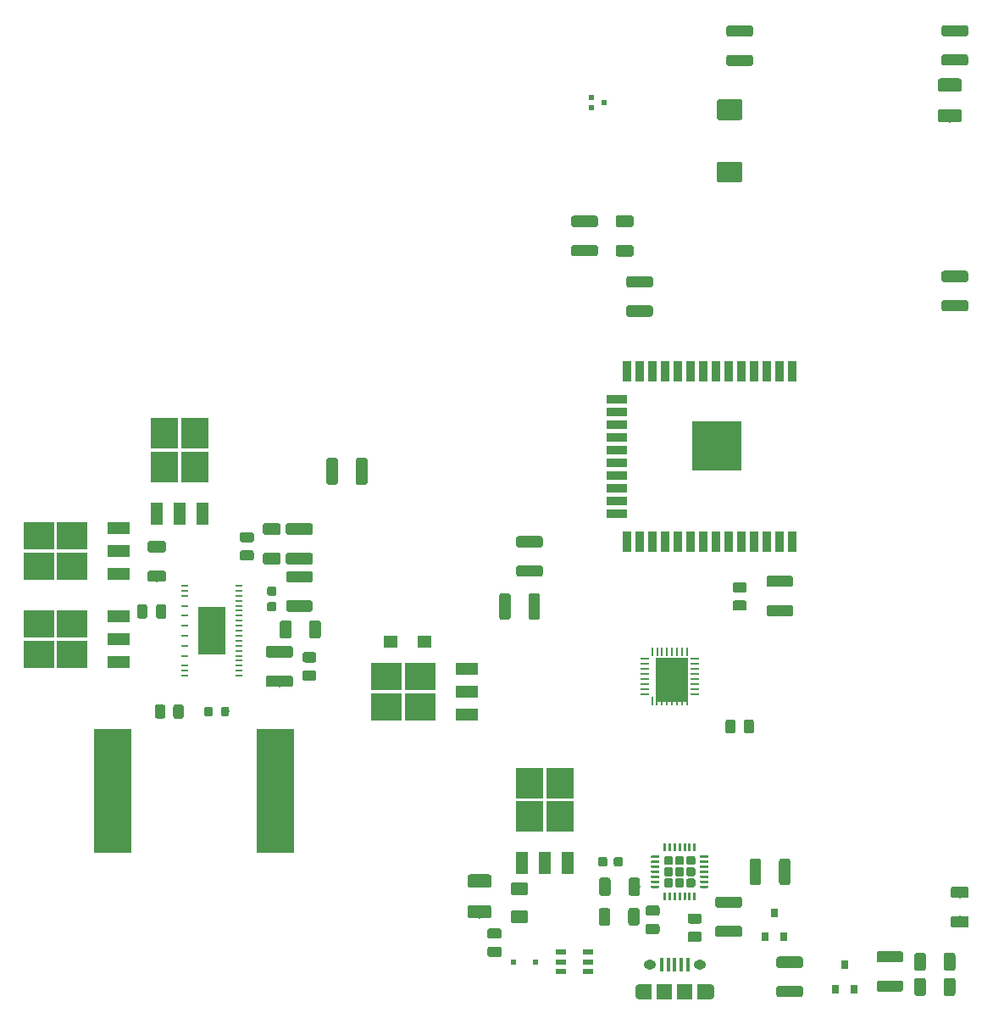
<source format=gbr>
%TF.GenerationSoftware,KiCad,Pcbnew,(5.1.2)-1*%
%TF.CreationDate,2022-02-23T12:59:24-06:00*%
%TF.ProjectId,final project circ 1,66696e61-6c20-4707-926f-6a6563742063,rev?*%
%TF.SameCoordinates,Original*%
%TF.FileFunction,Paste,Top*%
%TF.FilePolarity,Positive*%
%FSLAX46Y46*%
G04 Gerber Fmt 4.6, Leading zero omitted, Abs format (unit mm)*
G04 Created by KiCad (PCBNEW (5.1.2)-1) date 2022-02-23 12:59:24*
%MOMM*%
%LPD*%
G04 APERTURE LIST*
%ADD10R,0.600000X0.500000*%
%ADD11R,0.254000X0.812800*%
%ADD12R,0.177800X0.812800*%
%ADD13R,0.812800X0.254000*%
%ADD14R,3.200000X4.394200*%
%ADD15R,0.800000X0.900000*%
%ADD16C,0.100000*%
%ADD17C,1.125000*%
%ADD18C,1.150000*%
%ADD19C,1.000000*%
%ADD20C,0.900000*%
%ADD21R,3.050000X2.750000*%
%ADD22R,2.200000X1.200000*%
%ADD23C,0.800000*%
%ADD24R,1.200000X2.200000*%
%ADD25R,2.750000X3.050000*%
%ADD26R,3.850000X12.350000*%
%ADD27C,1.025000*%
%ADD28R,2.740000X4.750000*%
%ADD29R,0.750000X0.250000*%
%ADD30C,2.075000*%
%ADD31R,0.500000X0.500000*%
%ADD32C,1.250000*%
%ADD33R,1.470000X1.270000*%
%ADD34R,0.400000X1.350000*%
%ADD35O,0.890000X1.550000*%
%ADD36R,1.500000X1.550000*%
%ADD37R,1.200000X1.550000*%
%ADD38O,1.250000X0.950000*%
%ADD39C,0.250000*%
%ADD40R,0.977900X0.558800*%
%ADD41R,5.000000X5.000000*%
%ADD42R,0.900000X2.000000*%
%ADD43R,2.000000X0.900000*%
%ADD44C,1.325000*%
G04 APERTURE END LIST*
D10*
%TO.C,Q7*%
X156350000Y-61800000D03*
X155050000Y-62300000D03*
X155050000Y-61300000D03*
%TD*%
D11*
%TO.C,U8*%
X161150001Y-121576500D03*
D12*
X161604610Y-121576500D03*
D11*
X162115899Y-121576500D03*
X162615901Y-121576500D03*
X163115900Y-121576500D03*
X163615902Y-121576500D03*
X164115901Y-121576500D03*
D12*
X164627190Y-121576500D03*
D13*
X165376500Y-120849999D03*
X165376500Y-120350000D03*
X165376500Y-119850001D03*
X165376500Y-119350000D03*
X165376500Y-118850000D03*
X165376500Y-118349999D03*
X165376500Y-117850000D03*
X165376500Y-117350001D03*
D11*
X164649999Y-116623500D03*
X164150000Y-116623500D03*
X163650001Y-116623500D03*
X163150000Y-116623500D03*
X162650000Y-116623500D03*
X162149999Y-116623500D03*
X161650000Y-116623500D03*
X161150001Y-116623500D03*
D13*
X160423500Y-117350001D03*
X160423500Y-117850000D03*
X160423500Y-118349999D03*
X160423500Y-118850000D03*
X160423500Y-119350000D03*
X160423500Y-119850001D03*
X160423500Y-120350000D03*
X160423500Y-120849999D03*
D14*
X163100000Y-119450000D03*
%TD*%
D15*
%TO.C,Q4*%
X173369601Y-142686001D03*
X174319601Y-145086001D03*
X172419601Y-145086001D03*
%TD*%
%TO.C,Q5*%
X180400000Y-147900000D03*
X181350000Y-150300000D03*
X179450000Y-150300000D03*
%TD*%
D16*
%TO.C,R10*%
G36*
X159662005Y-142226204D02*
G01*
X159686273Y-142229804D01*
X159710072Y-142235765D01*
X159733171Y-142244030D01*
X159755350Y-142254520D01*
X159776393Y-142267132D01*
X159796099Y-142281747D01*
X159814277Y-142298223D01*
X159830753Y-142316401D01*
X159845368Y-142336107D01*
X159857980Y-142357150D01*
X159868470Y-142379329D01*
X159876735Y-142402428D01*
X159882696Y-142426227D01*
X159886296Y-142450495D01*
X159887500Y-142474999D01*
X159887500Y-143725001D01*
X159886296Y-143749505D01*
X159882696Y-143773773D01*
X159876735Y-143797572D01*
X159868470Y-143820671D01*
X159857980Y-143842850D01*
X159845368Y-143863893D01*
X159830753Y-143883599D01*
X159814277Y-143901777D01*
X159796099Y-143918253D01*
X159776393Y-143932868D01*
X159755350Y-143945480D01*
X159733171Y-143955970D01*
X159710072Y-143964235D01*
X159686273Y-143970196D01*
X159662005Y-143973796D01*
X159637501Y-143975000D01*
X159012499Y-143975000D01*
X158987995Y-143973796D01*
X158963727Y-143970196D01*
X158939928Y-143964235D01*
X158916829Y-143955970D01*
X158894650Y-143945480D01*
X158873607Y-143932868D01*
X158853901Y-143918253D01*
X158835723Y-143901777D01*
X158819247Y-143883599D01*
X158804632Y-143863893D01*
X158792020Y-143842850D01*
X158781530Y-143820671D01*
X158773265Y-143797572D01*
X158767304Y-143773773D01*
X158763704Y-143749505D01*
X158762500Y-143725001D01*
X158762500Y-142474999D01*
X158763704Y-142450495D01*
X158767304Y-142426227D01*
X158773265Y-142402428D01*
X158781530Y-142379329D01*
X158792020Y-142357150D01*
X158804632Y-142336107D01*
X158819247Y-142316401D01*
X158835723Y-142298223D01*
X158853901Y-142281747D01*
X158873607Y-142267132D01*
X158894650Y-142254520D01*
X158916829Y-142244030D01*
X158939928Y-142235765D01*
X158963727Y-142229804D01*
X158987995Y-142226204D01*
X159012499Y-142225000D01*
X159637501Y-142225000D01*
X159662005Y-142226204D01*
X159662005Y-142226204D01*
G37*
D17*
X159325000Y-143100000D03*
D16*
G36*
X156737005Y-142226204D02*
G01*
X156761273Y-142229804D01*
X156785072Y-142235765D01*
X156808171Y-142244030D01*
X156830350Y-142254520D01*
X156851393Y-142267132D01*
X156871099Y-142281747D01*
X156889277Y-142298223D01*
X156905753Y-142316401D01*
X156920368Y-142336107D01*
X156932980Y-142357150D01*
X156943470Y-142379329D01*
X156951735Y-142402428D01*
X156957696Y-142426227D01*
X156961296Y-142450495D01*
X156962500Y-142474999D01*
X156962500Y-143725001D01*
X156961296Y-143749505D01*
X156957696Y-143773773D01*
X156951735Y-143797572D01*
X156943470Y-143820671D01*
X156932980Y-143842850D01*
X156920368Y-143863893D01*
X156905753Y-143883599D01*
X156889277Y-143901777D01*
X156871099Y-143918253D01*
X156851393Y-143932868D01*
X156830350Y-143945480D01*
X156808171Y-143955970D01*
X156785072Y-143964235D01*
X156761273Y-143970196D01*
X156737005Y-143973796D01*
X156712501Y-143975000D01*
X156087499Y-143975000D01*
X156062995Y-143973796D01*
X156038727Y-143970196D01*
X156014928Y-143964235D01*
X155991829Y-143955970D01*
X155969650Y-143945480D01*
X155948607Y-143932868D01*
X155928901Y-143918253D01*
X155910723Y-143901777D01*
X155894247Y-143883599D01*
X155879632Y-143863893D01*
X155867020Y-143842850D01*
X155856530Y-143820671D01*
X155848265Y-143797572D01*
X155842304Y-143773773D01*
X155838704Y-143749505D01*
X155837500Y-143725001D01*
X155837500Y-142474999D01*
X155838704Y-142450495D01*
X155842304Y-142426227D01*
X155848265Y-142402428D01*
X155856530Y-142379329D01*
X155867020Y-142357150D01*
X155879632Y-142336107D01*
X155894247Y-142316401D01*
X155910723Y-142298223D01*
X155928901Y-142281747D01*
X155948607Y-142267132D01*
X155969650Y-142254520D01*
X155991829Y-142244030D01*
X156014928Y-142235765D01*
X156038727Y-142229804D01*
X156062995Y-142226204D01*
X156087499Y-142225000D01*
X156712501Y-142225000D01*
X156737005Y-142226204D01*
X156737005Y-142226204D01*
G37*
D17*
X156400000Y-143100000D03*
%TD*%
D16*
%TO.C,C24*%
G36*
X132474910Y-97251202D02*
G01*
X132499135Y-97254795D01*
X132522891Y-97260746D01*
X132545949Y-97268996D01*
X132568087Y-97279467D01*
X132589093Y-97292057D01*
X132608763Y-97306645D01*
X132626908Y-97323092D01*
X132643355Y-97341237D01*
X132657943Y-97360907D01*
X132670533Y-97381913D01*
X132681004Y-97404051D01*
X132689254Y-97427109D01*
X132695205Y-97450865D01*
X132698798Y-97475090D01*
X132700000Y-97499550D01*
X132700000Y-99700450D01*
X132698798Y-99724910D01*
X132695205Y-99749135D01*
X132689254Y-99772891D01*
X132681004Y-99795949D01*
X132670533Y-99818087D01*
X132657943Y-99839093D01*
X132643355Y-99858763D01*
X132626908Y-99876908D01*
X132608763Y-99893355D01*
X132589093Y-99907943D01*
X132568087Y-99920533D01*
X132545949Y-99931004D01*
X132522891Y-99939254D01*
X132499135Y-99945205D01*
X132474910Y-99948798D01*
X132450450Y-99950000D01*
X131799550Y-99950000D01*
X131775090Y-99948798D01*
X131750865Y-99945205D01*
X131727109Y-99939254D01*
X131704051Y-99931004D01*
X131681913Y-99920533D01*
X131660907Y-99907943D01*
X131641237Y-99893355D01*
X131623092Y-99876908D01*
X131606645Y-99858763D01*
X131592057Y-99839093D01*
X131579467Y-99818087D01*
X131568996Y-99795949D01*
X131560746Y-99772891D01*
X131554795Y-99749135D01*
X131551202Y-99724910D01*
X131550000Y-99700450D01*
X131550000Y-97499550D01*
X131551202Y-97475090D01*
X131554795Y-97450865D01*
X131560746Y-97427109D01*
X131568996Y-97404051D01*
X131579467Y-97381913D01*
X131592057Y-97360907D01*
X131606645Y-97341237D01*
X131623092Y-97323092D01*
X131641237Y-97306645D01*
X131660907Y-97292057D01*
X131681913Y-97279467D01*
X131704051Y-97268996D01*
X131727109Y-97260746D01*
X131750865Y-97254795D01*
X131775090Y-97251202D01*
X131799550Y-97250000D01*
X132450450Y-97250000D01*
X132474910Y-97251202D01*
X132474910Y-97251202D01*
G37*
D18*
X132125000Y-98600000D03*
D16*
G36*
X129524910Y-97251202D02*
G01*
X129549135Y-97254795D01*
X129572891Y-97260746D01*
X129595949Y-97268996D01*
X129618087Y-97279467D01*
X129639093Y-97292057D01*
X129658763Y-97306645D01*
X129676908Y-97323092D01*
X129693355Y-97341237D01*
X129707943Y-97360907D01*
X129720533Y-97381913D01*
X129731004Y-97404051D01*
X129739254Y-97427109D01*
X129745205Y-97450865D01*
X129748798Y-97475090D01*
X129750000Y-97499550D01*
X129750000Y-99700450D01*
X129748798Y-99724910D01*
X129745205Y-99749135D01*
X129739254Y-99772891D01*
X129731004Y-99795949D01*
X129720533Y-99818087D01*
X129707943Y-99839093D01*
X129693355Y-99858763D01*
X129676908Y-99876908D01*
X129658763Y-99893355D01*
X129639093Y-99907943D01*
X129618087Y-99920533D01*
X129595949Y-99931004D01*
X129572891Y-99939254D01*
X129549135Y-99945205D01*
X129524910Y-99948798D01*
X129500450Y-99950000D01*
X128849550Y-99950000D01*
X128825090Y-99948798D01*
X128800865Y-99945205D01*
X128777109Y-99939254D01*
X128754051Y-99931004D01*
X128731913Y-99920533D01*
X128710907Y-99907943D01*
X128691237Y-99893355D01*
X128673092Y-99876908D01*
X128656645Y-99858763D01*
X128642057Y-99839093D01*
X128629467Y-99818087D01*
X128618996Y-99795949D01*
X128610746Y-99772891D01*
X128604795Y-99749135D01*
X128601202Y-99724910D01*
X128600000Y-99700450D01*
X128600000Y-97499550D01*
X128601202Y-97475090D01*
X128604795Y-97450865D01*
X128610746Y-97427109D01*
X128618996Y-97404051D01*
X128629467Y-97381913D01*
X128642057Y-97360907D01*
X128656645Y-97341237D01*
X128673092Y-97323092D01*
X128691237Y-97306645D01*
X128710907Y-97292057D01*
X128731913Y-97279467D01*
X128754051Y-97268996D01*
X128777109Y-97260746D01*
X128800865Y-97254795D01*
X128825090Y-97251202D01*
X128849550Y-97250000D01*
X129500450Y-97250000D01*
X129524910Y-97251202D01*
X129524910Y-97251202D01*
G37*
D18*
X129175000Y-98600000D03*
%TD*%
D16*
%TO.C,C6*%
G36*
X112324505Y-108501204D02*
G01*
X112348773Y-108504804D01*
X112372572Y-108510765D01*
X112395671Y-108519030D01*
X112417850Y-108529520D01*
X112438893Y-108542132D01*
X112458599Y-108556747D01*
X112476777Y-108573223D01*
X112493253Y-108591401D01*
X112507868Y-108611107D01*
X112520480Y-108632150D01*
X112530970Y-108654329D01*
X112539235Y-108677428D01*
X112545196Y-108701227D01*
X112548796Y-108725495D01*
X112550000Y-108749999D01*
X112550000Y-109400001D01*
X112548796Y-109424505D01*
X112545196Y-109448773D01*
X112539235Y-109472572D01*
X112530970Y-109495671D01*
X112520480Y-109517850D01*
X112507868Y-109538893D01*
X112493253Y-109558599D01*
X112476777Y-109576777D01*
X112458599Y-109593253D01*
X112438893Y-109607868D01*
X112417850Y-109620480D01*
X112395671Y-109630970D01*
X112372572Y-109639235D01*
X112348773Y-109645196D01*
X112324505Y-109648796D01*
X112300001Y-109650000D01*
X110999999Y-109650000D01*
X110975495Y-109648796D01*
X110951227Y-109645196D01*
X110927428Y-109639235D01*
X110904329Y-109630970D01*
X110882150Y-109620480D01*
X110861107Y-109607868D01*
X110841401Y-109593253D01*
X110823223Y-109576777D01*
X110806747Y-109558599D01*
X110792132Y-109538893D01*
X110779520Y-109517850D01*
X110769030Y-109495671D01*
X110760765Y-109472572D01*
X110754804Y-109448773D01*
X110751204Y-109424505D01*
X110750000Y-109400001D01*
X110750000Y-108749999D01*
X110751204Y-108725495D01*
X110754804Y-108701227D01*
X110760765Y-108677428D01*
X110769030Y-108654329D01*
X110779520Y-108632150D01*
X110792132Y-108611107D01*
X110806747Y-108591401D01*
X110823223Y-108573223D01*
X110841401Y-108556747D01*
X110861107Y-108542132D01*
X110882150Y-108529520D01*
X110904329Y-108519030D01*
X110927428Y-108510765D01*
X110951227Y-108504804D01*
X110975495Y-108501204D01*
X110999999Y-108500000D01*
X112300001Y-108500000D01*
X112324505Y-108501204D01*
X112324505Y-108501204D01*
G37*
D18*
X111650000Y-109075000D03*
D16*
G36*
X112324505Y-105551204D02*
G01*
X112348773Y-105554804D01*
X112372572Y-105560765D01*
X112395671Y-105569030D01*
X112417850Y-105579520D01*
X112438893Y-105592132D01*
X112458599Y-105606747D01*
X112476777Y-105623223D01*
X112493253Y-105641401D01*
X112507868Y-105661107D01*
X112520480Y-105682150D01*
X112530970Y-105704329D01*
X112539235Y-105727428D01*
X112545196Y-105751227D01*
X112548796Y-105775495D01*
X112550000Y-105799999D01*
X112550000Y-106450001D01*
X112548796Y-106474505D01*
X112545196Y-106498773D01*
X112539235Y-106522572D01*
X112530970Y-106545671D01*
X112520480Y-106567850D01*
X112507868Y-106588893D01*
X112493253Y-106608599D01*
X112476777Y-106626777D01*
X112458599Y-106643253D01*
X112438893Y-106657868D01*
X112417850Y-106670480D01*
X112395671Y-106680970D01*
X112372572Y-106689235D01*
X112348773Y-106695196D01*
X112324505Y-106698796D01*
X112300001Y-106700000D01*
X110999999Y-106700000D01*
X110975495Y-106698796D01*
X110951227Y-106695196D01*
X110927428Y-106689235D01*
X110904329Y-106680970D01*
X110882150Y-106670480D01*
X110861107Y-106657868D01*
X110841401Y-106643253D01*
X110823223Y-106626777D01*
X110806747Y-106608599D01*
X110792132Y-106588893D01*
X110779520Y-106567850D01*
X110769030Y-106545671D01*
X110760765Y-106522572D01*
X110754804Y-106498773D01*
X110751204Y-106474505D01*
X110750000Y-106450001D01*
X110750000Y-105799999D01*
X110751204Y-105775495D01*
X110754804Y-105751227D01*
X110760765Y-105727428D01*
X110769030Y-105704329D01*
X110779520Y-105682150D01*
X110792132Y-105661107D01*
X110806747Y-105641401D01*
X110823223Y-105623223D01*
X110841401Y-105606747D01*
X110861107Y-105592132D01*
X110882150Y-105579520D01*
X110904329Y-105569030D01*
X110927428Y-105560765D01*
X110951227Y-105554804D01*
X110975495Y-105551204D01*
X110999999Y-105550000D01*
X112300001Y-105550000D01*
X112324505Y-105551204D01*
X112324505Y-105551204D01*
G37*
D18*
X111650000Y-106125000D03*
%TD*%
D16*
%TO.C,C3*%
G36*
X123824505Y-106751204D02*
G01*
X123848773Y-106754804D01*
X123872572Y-106760765D01*
X123895671Y-106769030D01*
X123917850Y-106779520D01*
X123938893Y-106792132D01*
X123958599Y-106806747D01*
X123976777Y-106823223D01*
X123993253Y-106841401D01*
X124007868Y-106861107D01*
X124020480Y-106882150D01*
X124030970Y-106904329D01*
X124039235Y-106927428D01*
X124045196Y-106951227D01*
X124048796Y-106975495D01*
X124050000Y-106999999D01*
X124050000Y-107650001D01*
X124048796Y-107674505D01*
X124045196Y-107698773D01*
X124039235Y-107722572D01*
X124030970Y-107745671D01*
X124020480Y-107767850D01*
X124007868Y-107788893D01*
X123993253Y-107808599D01*
X123976777Y-107826777D01*
X123958599Y-107843253D01*
X123938893Y-107857868D01*
X123917850Y-107870480D01*
X123895671Y-107880970D01*
X123872572Y-107889235D01*
X123848773Y-107895196D01*
X123824505Y-107898796D01*
X123800001Y-107900000D01*
X122499999Y-107900000D01*
X122475495Y-107898796D01*
X122451227Y-107895196D01*
X122427428Y-107889235D01*
X122404329Y-107880970D01*
X122382150Y-107870480D01*
X122361107Y-107857868D01*
X122341401Y-107843253D01*
X122323223Y-107826777D01*
X122306747Y-107808599D01*
X122292132Y-107788893D01*
X122279520Y-107767850D01*
X122269030Y-107745671D01*
X122260765Y-107722572D01*
X122254804Y-107698773D01*
X122251204Y-107674505D01*
X122250000Y-107650001D01*
X122250000Y-106999999D01*
X122251204Y-106975495D01*
X122254804Y-106951227D01*
X122260765Y-106927428D01*
X122269030Y-106904329D01*
X122279520Y-106882150D01*
X122292132Y-106861107D01*
X122306747Y-106841401D01*
X122323223Y-106823223D01*
X122341401Y-106806747D01*
X122361107Y-106792132D01*
X122382150Y-106779520D01*
X122404329Y-106769030D01*
X122427428Y-106760765D01*
X122451227Y-106754804D01*
X122475495Y-106751204D01*
X122499999Y-106750000D01*
X123800001Y-106750000D01*
X123824505Y-106751204D01*
X123824505Y-106751204D01*
G37*
D18*
X123150000Y-107325000D03*
D16*
G36*
X123824505Y-103801204D02*
G01*
X123848773Y-103804804D01*
X123872572Y-103810765D01*
X123895671Y-103819030D01*
X123917850Y-103829520D01*
X123938893Y-103842132D01*
X123958599Y-103856747D01*
X123976777Y-103873223D01*
X123993253Y-103891401D01*
X124007868Y-103911107D01*
X124020480Y-103932150D01*
X124030970Y-103954329D01*
X124039235Y-103977428D01*
X124045196Y-104001227D01*
X124048796Y-104025495D01*
X124050000Y-104049999D01*
X124050000Y-104700001D01*
X124048796Y-104724505D01*
X124045196Y-104748773D01*
X124039235Y-104772572D01*
X124030970Y-104795671D01*
X124020480Y-104817850D01*
X124007868Y-104838893D01*
X123993253Y-104858599D01*
X123976777Y-104876777D01*
X123958599Y-104893253D01*
X123938893Y-104907868D01*
X123917850Y-104920480D01*
X123895671Y-104930970D01*
X123872572Y-104939235D01*
X123848773Y-104945196D01*
X123824505Y-104948796D01*
X123800001Y-104950000D01*
X122499999Y-104950000D01*
X122475495Y-104948796D01*
X122451227Y-104945196D01*
X122427428Y-104939235D01*
X122404329Y-104930970D01*
X122382150Y-104920480D01*
X122361107Y-104907868D01*
X122341401Y-104893253D01*
X122323223Y-104876777D01*
X122306747Y-104858599D01*
X122292132Y-104838893D01*
X122279520Y-104817850D01*
X122269030Y-104795671D01*
X122260765Y-104772572D01*
X122254804Y-104748773D01*
X122251204Y-104724505D01*
X122250000Y-104700001D01*
X122250000Y-104049999D01*
X122251204Y-104025495D01*
X122254804Y-104001227D01*
X122260765Y-103977428D01*
X122269030Y-103954329D01*
X122279520Y-103932150D01*
X122292132Y-103911107D01*
X122306747Y-103891401D01*
X122323223Y-103873223D01*
X122341401Y-103856747D01*
X122361107Y-103842132D01*
X122382150Y-103829520D01*
X122404329Y-103819030D01*
X122427428Y-103810765D01*
X122451227Y-103804804D01*
X122475495Y-103801204D01*
X122499999Y-103800000D01*
X123800001Y-103800000D01*
X123824505Y-103801204D01*
X123824505Y-103801204D01*
G37*
D18*
X123150000Y-104375000D03*
%TD*%
D16*
%TO.C,C5*%
G36*
X125024505Y-116051204D02*
G01*
X125048773Y-116054804D01*
X125072572Y-116060765D01*
X125095671Y-116069030D01*
X125117850Y-116079520D01*
X125138893Y-116092132D01*
X125158599Y-116106747D01*
X125176777Y-116123223D01*
X125193253Y-116141401D01*
X125207868Y-116161107D01*
X125220480Y-116182150D01*
X125230970Y-116204329D01*
X125239235Y-116227428D01*
X125245196Y-116251227D01*
X125248796Y-116275495D01*
X125250000Y-116299999D01*
X125250000Y-116950001D01*
X125248796Y-116974505D01*
X125245196Y-116998773D01*
X125239235Y-117022572D01*
X125230970Y-117045671D01*
X125220480Y-117067850D01*
X125207868Y-117088893D01*
X125193253Y-117108599D01*
X125176777Y-117126777D01*
X125158599Y-117143253D01*
X125138893Y-117157868D01*
X125117850Y-117170480D01*
X125095671Y-117180970D01*
X125072572Y-117189235D01*
X125048773Y-117195196D01*
X125024505Y-117198796D01*
X125000001Y-117200000D01*
X122799999Y-117200000D01*
X122775495Y-117198796D01*
X122751227Y-117195196D01*
X122727428Y-117189235D01*
X122704329Y-117180970D01*
X122682150Y-117170480D01*
X122661107Y-117157868D01*
X122641401Y-117143253D01*
X122623223Y-117126777D01*
X122606747Y-117108599D01*
X122592132Y-117088893D01*
X122579520Y-117067850D01*
X122569030Y-117045671D01*
X122560765Y-117022572D01*
X122554804Y-116998773D01*
X122551204Y-116974505D01*
X122550000Y-116950001D01*
X122550000Y-116299999D01*
X122551204Y-116275495D01*
X122554804Y-116251227D01*
X122560765Y-116227428D01*
X122569030Y-116204329D01*
X122579520Y-116182150D01*
X122592132Y-116161107D01*
X122606747Y-116141401D01*
X122623223Y-116123223D01*
X122641401Y-116106747D01*
X122661107Y-116092132D01*
X122682150Y-116079520D01*
X122704329Y-116069030D01*
X122727428Y-116060765D01*
X122751227Y-116054804D01*
X122775495Y-116051204D01*
X122799999Y-116050000D01*
X125000001Y-116050000D01*
X125024505Y-116051204D01*
X125024505Y-116051204D01*
G37*
D18*
X123900000Y-116625000D03*
D16*
G36*
X125024505Y-119001204D02*
G01*
X125048773Y-119004804D01*
X125072572Y-119010765D01*
X125095671Y-119019030D01*
X125117850Y-119029520D01*
X125138893Y-119042132D01*
X125158599Y-119056747D01*
X125176777Y-119073223D01*
X125193253Y-119091401D01*
X125207868Y-119111107D01*
X125220480Y-119132150D01*
X125230970Y-119154329D01*
X125239235Y-119177428D01*
X125245196Y-119201227D01*
X125248796Y-119225495D01*
X125250000Y-119249999D01*
X125250000Y-119900001D01*
X125248796Y-119924505D01*
X125245196Y-119948773D01*
X125239235Y-119972572D01*
X125230970Y-119995671D01*
X125220480Y-120017850D01*
X125207868Y-120038893D01*
X125193253Y-120058599D01*
X125176777Y-120076777D01*
X125158599Y-120093253D01*
X125138893Y-120107868D01*
X125117850Y-120120480D01*
X125095671Y-120130970D01*
X125072572Y-120139235D01*
X125048773Y-120145196D01*
X125024505Y-120148796D01*
X125000001Y-120150000D01*
X122799999Y-120150000D01*
X122775495Y-120148796D01*
X122751227Y-120145196D01*
X122727428Y-120139235D01*
X122704329Y-120130970D01*
X122682150Y-120120480D01*
X122661107Y-120107868D01*
X122641401Y-120093253D01*
X122623223Y-120076777D01*
X122606747Y-120058599D01*
X122592132Y-120038893D01*
X122579520Y-120017850D01*
X122569030Y-119995671D01*
X122560765Y-119972572D01*
X122554804Y-119948773D01*
X122551204Y-119924505D01*
X122550000Y-119900001D01*
X122550000Y-119249999D01*
X122551204Y-119225495D01*
X122554804Y-119201227D01*
X122560765Y-119177428D01*
X122569030Y-119154329D01*
X122579520Y-119132150D01*
X122592132Y-119111107D01*
X122606747Y-119091401D01*
X122623223Y-119073223D01*
X122641401Y-119056747D01*
X122661107Y-119042132D01*
X122682150Y-119029520D01*
X122704329Y-119019030D01*
X122727428Y-119010765D01*
X122751227Y-119004804D01*
X122775495Y-119001204D01*
X122799999Y-119000000D01*
X125000001Y-119000000D01*
X125024505Y-119001204D01*
X125024505Y-119001204D01*
G37*
D18*
X123900000Y-119575000D03*
%TD*%
D16*
%TO.C,C7*%
G36*
X110474504Y-111876204D02*
G01*
X110498773Y-111879804D01*
X110522571Y-111885765D01*
X110545671Y-111894030D01*
X110567849Y-111904520D01*
X110588893Y-111917133D01*
X110608598Y-111931747D01*
X110626777Y-111948223D01*
X110643253Y-111966402D01*
X110657867Y-111986107D01*
X110670480Y-112007151D01*
X110680970Y-112029329D01*
X110689235Y-112052429D01*
X110695196Y-112076227D01*
X110698796Y-112100496D01*
X110700000Y-112125000D01*
X110700000Y-113075000D01*
X110698796Y-113099504D01*
X110695196Y-113123773D01*
X110689235Y-113147571D01*
X110680970Y-113170671D01*
X110670480Y-113192849D01*
X110657867Y-113213893D01*
X110643253Y-113233598D01*
X110626777Y-113251777D01*
X110608598Y-113268253D01*
X110588893Y-113282867D01*
X110567849Y-113295480D01*
X110545671Y-113305970D01*
X110522571Y-113314235D01*
X110498773Y-113320196D01*
X110474504Y-113323796D01*
X110450000Y-113325000D01*
X109950000Y-113325000D01*
X109925496Y-113323796D01*
X109901227Y-113320196D01*
X109877429Y-113314235D01*
X109854329Y-113305970D01*
X109832151Y-113295480D01*
X109811107Y-113282867D01*
X109791402Y-113268253D01*
X109773223Y-113251777D01*
X109756747Y-113233598D01*
X109742133Y-113213893D01*
X109729520Y-113192849D01*
X109719030Y-113170671D01*
X109710765Y-113147571D01*
X109704804Y-113123773D01*
X109701204Y-113099504D01*
X109700000Y-113075000D01*
X109700000Y-112125000D01*
X109701204Y-112100496D01*
X109704804Y-112076227D01*
X109710765Y-112052429D01*
X109719030Y-112029329D01*
X109729520Y-112007151D01*
X109742133Y-111986107D01*
X109756747Y-111966402D01*
X109773223Y-111948223D01*
X109791402Y-111931747D01*
X109811107Y-111917133D01*
X109832151Y-111904520D01*
X109854329Y-111894030D01*
X109877429Y-111885765D01*
X109901227Y-111879804D01*
X109925496Y-111876204D01*
X109950000Y-111875000D01*
X110450000Y-111875000D01*
X110474504Y-111876204D01*
X110474504Y-111876204D01*
G37*
D19*
X110200000Y-112600000D03*
D16*
G36*
X112374504Y-111876204D02*
G01*
X112398773Y-111879804D01*
X112422571Y-111885765D01*
X112445671Y-111894030D01*
X112467849Y-111904520D01*
X112488893Y-111917133D01*
X112508598Y-111931747D01*
X112526777Y-111948223D01*
X112543253Y-111966402D01*
X112557867Y-111986107D01*
X112570480Y-112007151D01*
X112580970Y-112029329D01*
X112589235Y-112052429D01*
X112595196Y-112076227D01*
X112598796Y-112100496D01*
X112600000Y-112125000D01*
X112600000Y-113075000D01*
X112598796Y-113099504D01*
X112595196Y-113123773D01*
X112589235Y-113147571D01*
X112580970Y-113170671D01*
X112570480Y-113192849D01*
X112557867Y-113213893D01*
X112543253Y-113233598D01*
X112526777Y-113251777D01*
X112508598Y-113268253D01*
X112488893Y-113282867D01*
X112467849Y-113295480D01*
X112445671Y-113305970D01*
X112422571Y-113314235D01*
X112398773Y-113320196D01*
X112374504Y-113323796D01*
X112350000Y-113325000D01*
X111850000Y-113325000D01*
X111825496Y-113323796D01*
X111801227Y-113320196D01*
X111777429Y-113314235D01*
X111754329Y-113305970D01*
X111732151Y-113295480D01*
X111711107Y-113282867D01*
X111691402Y-113268253D01*
X111673223Y-113251777D01*
X111656747Y-113233598D01*
X111642133Y-113213893D01*
X111629520Y-113192849D01*
X111619030Y-113170671D01*
X111610765Y-113147571D01*
X111604804Y-113123773D01*
X111601204Y-113099504D01*
X111600000Y-113075000D01*
X111600000Y-112125000D01*
X111601204Y-112100496D01*
X111604804Y-112076227D01*
X111610765Y-112052429D01*
X111619030Y-112029329D01*
X111629520Y-112007151D01*
X111642133Y-111986107D01*
X111656747Y-111966402D01*
X111673223Y-111948223D01*
X111691402Y-111931747D01*
X111711107Y-111917133D01*
X111732151Y-111904520D01*
X111754329Y-111894030D01*
X111777429Y-111885765D01*
X111801227Y-111879804D01*
X111825496Y-111876204D01*
X111850000Y-111875000D01*
X112350000Y-111875000D01*
X112374504Y-111876204D01*
X112374504Y-111876204D01*
G37*
D19*
X112100000Y-112600000D03*
%TD*%
D16*
%TO.C,C1*%
G36*
X127024505Y-103801204D02*
G01*
X127048773Y-103804804D01*
X127072572Y-103810765D01*
X127095671Y-103819030D01*
X127117850Y-103829520D01*
X127138893Y-103842132D01*
X127158599Y-103856747D01*
X127176777Y-103873223D01*
X127193253Y-103891401D01*
X127207868Y-103911107D01*
X127220480Y-103932150D01*
X127230970Y-103954329D01*
X127239235Y-103977428D01*
X127245196Y-104001227D01*
X127248796Y-104025495D01*
X127250000Y-104049999D01*
X127250000Y-104700001D01*
X127248796Y-104724505D01*
X127245196Y-104748773D01*
X127239235Y-104772572D01*
X127230970Y-104795671D01*
X127220480Y-104817850D01*
X127207868Y-104838893D01*
X127193253Y-104858599D01*
X127176777Y-104876777D01*
X127158599Y-104893253D01*
X127138893Y-104907868D01*
X127117850Y-104920480D01*
X127095671Y-104930970D01*
X127072572Y-104939235D01*
X127048773Y-104945196D01*
X127024505Y-104948796D01*
X127000001Y-104950000D01*
X124799999Y-104950000D01*
X124775495Y-104948796D01*
X124751227Y-104945196D01*
X124727428Y-104939235D01*
X124704329Y-104930970D01*
X124682150Y-104920480D01*
X124661107Y-104907868D01*
X124641401Y-104893253D01*
X124623223Y-104876777D01*
X124606747Y-104858599D01*
X124592132Y-104838893D01*
X124579520Y-104817850D01*
X124569030Y-104795671D01*
X124560765Y-104772572D01*
X124554804Y-104748773D01*
X124551204Y-104724505D01*
X124550000Y-104700001D01*
X124550000Y-104049999D01*
X124551204Y-104025495D01*
X124554804Y-104001227D01*
X124560765Y-103977428D01*
X124569030Y-103954329D01*
X124579520Y-103932150D01*
X124592132Y-103911107D01*
X124606747Y-103891401D01*
X124623223Y-103873223D01*
X124641401Y-103856747D01*
X124661107Y-103842132D01*
X124682150Y-103829520D01*
X124704329Y-103819030D01*
X124727428Y-103810765D01*
X124751227Y-103804804D01*
X124775495Y-103801204D01*
X124799999Y-103800000D01*
X127000001Y-103800000D01*
X127024505Y-103801204D01*
X127024505Y-103801204D01*
G37*
D18*
X125900000Y-104375000D03*
D16*
G36*
X127024505Y-106751204D02*
G01*
X127048773Y-106754804D01*
X127072572Y-106760765D01*
X127095671Y-106769030D01*
X127117850Y-106779520D01*
X127138893Y-106792132D01*
X127158599Y-106806747D01*
X127176777Y-106823223D01*
X127193253Y-106841401D01*
X127207868Y-106861107D01*
X127220480Y-106882150D01*
X127230970Y-106904329D01*
X127239235Y-106927428D01*
X127245196Y-106951227D01*
X127248796Y-106975495D01*
X127250000Y-106999999D01*
X127250000Y-107650001D01*
X127248796Y-107674505D01*
X127245196Y-107698773D01*
X127239235Y-107722572D01*
X127230970Y-107745671D01*
X127220480Y-107767850D01*
X127207868Y-107788893D01*
X127193253Y-107808599D01*
X127176777Y-107826777D01*
X127158599Y-107843253D01*
X127138893Y-107857868D01*
X127117850Y-107870480D01*
X127095671Y-107880970D01*
X127072572Y-107889235D01*
X127048773Y-107895196D01*
X127024505Y-107898796D01*
X127000001Y-107900000D01*
X124799999Y-107900000D01*
X124775495Y-107898796D01*
X124751227Y-107895196D01*
X124727428Y-107889235D01*
X124704329Y-107880970D01*
X124682150Y-107870480D01*
X124661107Y-107857868D01*
X124641401Y-107843253D01*
X124623223Y-107826777D01*
X124606747Y-107808599D01*
X124592132Y-107788893D01*
X124579520Y-107767850D01*
X124569030Y-107745671D01*
X124560765Y-107722572D01*
X124554804Y-107698773D01*
X124551204Y-107674505D01*
X124550000Y-107650001D01*
X124550000Y-106999999D01*
X124551204Y-106975495D01*
X124554804Y-106951227D01*
X124560765Y-106927428D01*
X124569030Y-106904329D01*
X124579520Y-106882150D01*
X124592132Y-106861107D01*
X124606747Y-106841401D01*
X124623223Y-106823223D01*
X124641401Y-106806747D01*
X124661107Y-106792132D01*
X124682150Y-106779520D01*
X124704329Y-106769030D01*
X124727428Y-106760765D01*
X124751227Y-106754804D01*
X124775495Y-106751204D01*
X124799999Y-106750000D01*
X127000001Y-106750000D01*
X127024505Y-106751204D01*
X127024505Y-106751204D01*
G37*
D18*
X125900000Y-107325000D03*
%TD*%
D16*
%TO.C,C2*%
G36*
X123422054Y-110126083D02*
G01*
X123443895Y-110129323D01*
X123465314Y-110134688D01*
X123486104Y-110142127D01*
X123506064Y-110151568D01*
X123525003Y-110162919D01*
X123542738Y-110176073D01*
X123559099Y-110190901D01*
X123573927Y-110207262D01*
X123587081Y-110224997D01*
X123598432Y-110243936D01*
X123607873Y-110263896D01*
X123615312Y-110284686D01*
X123620677Y-110306105D01*
X123623917Y-110327946D01*
X123625000Y-110350000D01*
X123625000Y-110800000D01*
X123623917Y-110822054D01*
X123620677Y-110843895D01*
X123615312Y-110865314D01*
X123607873Y-110886104D01*
X123598432Y-110906064D01*
X123587081Y-110925003D01*
X123573927Y-110942738D01*
X123559099Y-110959099D01*
X123542738Y-110973927D01*
X123525003Y-110987081D01*
X123506064Y-110998432D01*
X123486104Y-111007873D01*
X123465314Y-111015312D01*
X123443895Y-111020677D01*
X123422054Y-111023917D01*
X123400000Y-111025000D01*
X122900000Y-111025000D01*
X122877946Y-111023917D01*
X122856105Y-111020677D01*
X122834686Y-111015312D01*
X122813896Y-111007873D01*
X122793936Y-110998432D01*
X122774997Y-110987081D01*
X122757262Y-110973927D01*
X122740901Y-110959099D01*
X122726073Y-110942738D01*
X122712919Y-110925003D01*
X122701568Y-110906064D01*
X122692127Y-110886104D01*
X122684688Y-110865314D01*
X122679323Y-110843895D01*
X122676083Y-110822054D01*
X122675000Y-110800000D01*
X122675000Y-110350000D01*
X122676083Y-110327946D01*
X122679323Y-110306105D01*
X122684688Y-110284686D01*
X122692127Y-110263896D01*
X122701568Y-110243936D01*
X122712919Y-110224997D01*
X122726073Y-110207262D01*
X122740901Y-110190901D01*
X122757262Y-110176073D01*
X122774997Y-110162919D01*
X122793936Y-110151568D01*
X122813896Y-110142127D01*
X122834686Y-110134688D01*
X122856105Y-110129323D01*
X122877946Y-110126083D01*
X122900000Y-110125000D01*
X123400000Y-110125000D01*
X123422054Y-110126083D01*
X123422054Y-110126083D01*
G37*
D20*
X123150000Y-110575000D03*
D16*
G36*
X123422054Y-111676083D02*
G01*
X123443895Y-111679323D01*
X123465314Y-111684688D01*
X123486104Y-111692127D01*
X123506064Y-111701568D01*
X123525003Y-111712919D01*
X123542738Y-111726073D01*
X123559099Y-111740901D01*
X123573927Y-111757262D01*
X123587081Y-111774997D01*
X123598432Y-111793936D01*
X123607873Y-111813896D01*
X123615312Y-111834686D01*
X123620677Y-111856105D01*
X123623917Y-111877946D01*
X123625000Y-111900000D01*
X123625000Y-112350000D01*
X123623917Y-112372054D01*
X123620677Y-112393895D01*
X123615312Y-112415314D01*
X123607873Y-112436104D01*
X123598432Y-112456064D01*
X123587081Y-112475003D01*
X123573927Y-112492738D01*
X123559099Y-112509099D01*
X123542738Y-112523927D01*
X123525003Y-112537081D01*
X123506064Y-112548432D01*
X123486104Y-112557873D01*
X123465314Y-112565312D01*
X123443895Y-112570677D01*
X123422054Y-112573917D01*
X123400000Y-112575000D01*
X122900000Y-112575000D01*
X122877946Y-112573917D01*
X122856105Y-112570677D01*
X122834686Y-112565312D01*
X122813896Y-112557873D01*
X122793936Y-112548432D01*
X122774997Y-112537081D01*
X122757262Y-112523927D01*
X122740901Y-112509099D01*
X122726073Y-112492738D01*
X122712919Y-112475003D01*
X122701568Y-112456064D01*
X122692127Y-112436104D01*
X122684688Y-112415314D01*
X122679323Y-112393895D01*
X122676083Y-112372054D01*
X122675000Y-112350000D01*
X122675000Y-111900000D01*
X122676083Y-111877946D01*
X122679323Y-111856105D01*
X122684688Y-111834686D01*
X122692127Y-111813896D01*
X122701568Y-111793936D01*
X122712919Y-111774997D01*
X122726073Y-111757262D01*
X122740901Y-111740901D01*
X122757262Y-111726073D01*
X122774997Y-111712919D01*
X122793936Y-111701568D01*
X122813896Y-111692127D01*
X122834686Y-111684688D01*
X122856105Y-111679323D01*
X122877946Y-111676083D01*
X122900000Y-111675000D01*
X123400000Y-111675000D01*
X123422054Y-111676083D01*
X123422054Y-111676083D01*
G37*
D20*
X123150000Y-112125000D03*
%TD*%
D16*
%TO.C,C4*%
G36*
X124874505Y-113501204D02*
G01*
X124898773Y-113504804D01*
X124922572Y-113510765D01*
X124945671Y-113519030D01*
X124967850Y-113529520D01*
X124988893Y-113542132D01*
X125008599Y-113556747D01*
X125026777Y-113573223D01*
X125043253Y-113591401D01*
X125057868Y-113611107D01*
X125070480Y-113632150D01*
X125080970Y-113654329D01*
X125089235Y-113677428D01*
X125095196Y-113701227D01*
X125098796Y-113725495D01*
X125100000Y-113749999D01*
X125100000Y-115050001D01*
X125098796Y-115074505D01*
X125095196Y-115098773D01*
X125089235Y-115122572D01*
X125080970Y-115145671D01*
X125070480Y-115167850D01*
X125057868Y-115188893D01*
X125043253Y-115208599D01*
X125026777Y-115226777D01*
X125008599Y-115243253D01*
X124988893Y-115257868D01*
X124967850Y-115270480D01*
X124945671Y-115280970D01*
X124922572Y-115289235D01*
X124898773Y-115295196D01*
X124874505Y-115298796D01*
X124850001Y-115300000D01*
X124199999Y-115300000D01*
X124175495Y-115298796D01*
X124151227Y-115295196D01*
X124127428Y-115289235D01*
X124104329Y-115280970D01*
X124082150Y-115270480D01*
X124061107Y-115257868D01*
X124041401Y-115243253D01*
X124023223Y-115226777D01*
X124006747Y-115208599D01*
X123992132Y-115188893D01*
X123979520Y-115167850D01*
X123969030Y-115145671D01*
X123960765Y-115122572D01*
X123954804Y-115098773D01*
X123951204Y-115074505D01*
X123950000Y-115050001D01*
X123950000Y-113749999D01*
X123951204Y-113725495D01*
X123954804Y-113701227D01*
X123960765Y-113677428D01*
X123969030Y-113654329D01*
X123979520Y-113632150D01*
X123992132Y-113611107D01*
X124006747Y-113591401D01*
X124023223Y-113573223D01*
X124041401Y-113556747D01*
X124061107Y-113542132D01*
X124082150Y-113529520D01*
X124104329Y-113519030D01*
X124127428Y-113510765D01*
X124151227Y-113504804D01*
X124175495Y-113501204D01*
X124199999Y-113500000D01*
X124850001Y-113500000D01*
X124874505Y-113501204D01*
X124874505Y-113501204D01*
G37*
D18*
X124525000Y-114400000D03*
D16*
G36*
X127824505Y-113501204D02*
G01*
X127848773Y-113504804D01*
X127872572Y-113510765D01*
X127895671Y-113519030D01*
X127917850Y-113529520D01*
X127938893Y-113542132D01*
X127958599Y-113556747D01*
X127976777Y-113573223D01*
X127993253Y-113591401D01*
X128007868Y-113611107D01*
X128020480Y-113632150D01*
X128030970Y-113654329D01*
X128039235Y-113677428D01*
X128045196Y-113701227D01*
X128048796Y-113725495D01*
X128050000Y-113749999D01*
X128050000Y-115050001D01*
X128048796Y-115074505D01*
X128045196Y-115098773D01*
X128039235Y-115122572D01*
X128030970Y-115145671D01*
X128020480Y-115167850D01*
X128007868Y-115188893D01*
X127993253Y-115208599D01*
X127976777Y-115226777D01*
X127958599Y-115243253D01*
X127938893Y-115257868D01*
X127917850Y-115270480D01*
X127895671Y-115280970D01*
X127872572Y-115289235D01*
X127848773Y-115295196D01*
X127824505Y-115298796D01*
X127800001Y-115300000D01*
X127149999Y-115300000D01*
X127125495Y-115298796D01*
X127101227Y-115295196D01*
X127077428Y-115289235D01*
X127054329Y-115280970D01*
X127032150Y-115270480D01*
X127011107Y-115257868D01*
X126991401Y-115243253D01*
X126973223Y-115226777D01*
X126956747Y-115208599D01*
X126942132Y-115188893D01*
X126929520Y-115167850D01*
X126919030Y-115145671D01*
X126910765Y-115122572D01*
X126904804Y-115098773D01*
X126901204Y-115074505D01*
X126900000Y-115050001D01*
X126900000Y-113749999D01*
X126901204Y-113725495D01*
X126904804Y-113701227D01*
X126910765Y-113677428D01*
X126919030Y-113654329D01*
X126929520Y-113632150D01*
X126942132Y-113611107D01*
X126956747Y-113591401D01*
X126973223Y-113573223D01*
X126991401Y-113556747D01*
X127011107Y-113542132D01*
X127032150Y-113529520D01*
X127054329Y-113519030D01*
X127077428Y-113510765D01*
X127101227Y-113504804D01*
X127125495Y-113501204D01*
X127149999Y-113500000D01*
X127800001Y-113500000D01*
X127824505Y-113501204D01*
X127824505Y-113501204D01*
G37*
D18*
X127475000Y-114400000D03*
%TD*%
D21*
%TO.C,Q2*%
X103225000Y-105075000D03*
X99875000Y-108125000D03*
X103225000Y-108125000D03*
X99875000Y-105075000D03*
D22*
X107850000Y-104320000D03*
X107850000Y-106600000D03*
X107850000Y-108880000D03*
%TD*%
%TO.C,Q1*%
X107850000Y-117630000D03*
X107850000Y-115350000D03*
X107850000Y-113070000D03*
D21*
X99875000Y-113825000D03*
X103225000Y-116875000D03*
X99875000Y-116875000D03*
X103225000Y-113825000D03*
%TD*%
D16*
%TO.C,R1*%
G36*
X126999505Y-108576204D02*
G01*
X127023773Y-108579804D01*
X127047572Y-108585765D01*
X127070671Y-108594030D01*
X127092850Y-108604520D01*
X127113893Y-108617132D01*
X127133599Y-108631747D01*
X127151777Y-108648223D01*
X127168253Y-108666401D01*
X127182868Y-108686107D01*
X127195480Y-108707150D01*
X127205970Y-108729329D01*
X127214235Y-108752428D01*
X127220196Y-108776227D01*
X127223796Y-108800495D01*
X127225000Y-108824999D01*
X127225000Y-109450001D01*
X127223796Y-109474505D01*
X127220196Y-109498773D01*
X127214235Y-109522572D01*
X127205970Y-109545671D01*
X127195480Y-109567850D01*
X127182868Y-109588893D01*
X127168253Y-109608599D01*
X127151777Y-109626777D01*
X127133599Y-109643253D01*
X127113893Y-109657868D01*
X127092850Y-109670480D01*
X127070671Y-109680970D01*
X127047572Y-109689235D01*
X127023773Y-109695196D01*
X126999505Y-109698796D01*
X126975001Y-109700000D01*
X124824999Y-109700000D01*
X124800495Y-109698796D01*
X124776227Y-109695196D01*
X124752428Y-109689235D01*
X124729329Y-109680970D01*
X124707150Y-109670480D01*
X124686107Y-109657868D01*
X124666401Y-109643253D01*
X124648223Y-109626777D01*
X124631747Y-109608599D01*
X124617132Y-109588893D01*
X124604520Y-109567850D01*
X124594030Y-109545671D01*
X124585765Y-109522572D01*
X124579804Y-109498773D01*
X124576204Y-109474505D01*
X124575000Y-109450001D01*
X124575000Y-108824999D01*
X124576204Y-108800495D01*
X124579804Y-108776227D01*
X124585765Y-108752428D01*
X124594030Y-108729329D01*
X124604520Y-108707150D01*
X124617132Y-108686107D01*
X124631747Y-108666401D01*
X124648223Y-108648223D01*
X124666401Y-108631747D01*
X124686107Y-108617132D01*
X124707150Y-108604520D01*
X124729329Y-108594030D01*
X124752428Y-108585765D01*
X124776227Y-108579804D01*
X124800495Y-108576204D01*
X124824999Y-108575000D01*
X126975001Y-108575000D01*
X126999505Y-108576204D01*
X126999505Y-108576204D01*
G37*
D17*
X125900000Y-109137500D03*
D16*
G36*
X126999505Y-111501204D02*
G01*
X127023773Y-111504804D01*
X127047572Y-111510765D01*
X127070671Y-111519030D01*
X127092850Y-111529520D01*
X127113893Y-111542132D01*
X127133599Y-111556747D01*
X127151777Y-111573223D01*
X127168253Y-111591401D01*
X127182868Y-111611107D01*
X127195480Y-111632150D01*
X127205970Y-111654329D01*
X127214235Y-111677428D01*
X127220196Y-111701227D01*
X127223796Y-111725495D01*
X127225000Y-111749999D01*
X127225000Y-112375001D01*
X127223796Y-112399505D01*
X127220196Y-112423773D01*
X127214235Y-112447572D01*
X127205970Y-112470671D01*
X127195480Y-112492850D01*
X127182868Y-112513893D01*
X127168253Y-112533599D01*
X127151777Y-112551777D01*
X127133599Y-112568253D01*
X127113893Y-112582868D01*
X127092850Y-112595480D01*
X127070671Y-112605970D01*
X127047572Y-112614235D01*
X127023773Y-112620196D01*
X126999505Y-112623796D01*
X126975001Y-112625000D01*
X124824999Y-112625000D01*
X124800495Y-112623796D01*
X124776227Y-112620196D01*
X124752428Y-112614235D01*
X124729329Y-112605970D01*
X124707150Y-112595480D01*
X124686107Y-112582868D01*
X124666401Y-112568253D01*
X124648223Y-112551777D01*
X124631747Y-112533599D01*
X124617132Y-112513893D01*
X124604520Y-112492850D01*
X124594030Y-112470671D01*
X124585765Y-112447572D01*
X124579804Y-112423773D01*
X124576204Y-112399505D01*
X124575000Y-112375001D01*
X124575000Y-111749999D01*
X124576204Y-111725495D01*
X124579804Y-111701227D01*
X124585765Y-111677428D01*
X124594030Y-111654329D01*
X124604520Y-111632150D01*
X124617132Y-111611107D01*
X124631747Y-111591401D01*
X124648223Y-111573223D01*
X124666401Y-111556747D01*
X124686107Y-111542132D01*
X124707150Y-111529520D01*
X124729329Y-111519030D01*
X124752428Y-111510765D01*
X124776227Y-111504804D01*
X124800495Y-111501204D01*
X124824999Y-111500000D01*
X126975001Y-111500000D01*
X126999505Y-111501204D01*
X126999505Y-111501204D01*
G37*
D17*
X125900000Y-112062500D03*
%TD*%
D16*
%TO.C,R4*%
G36*
X118694603Y-122125963D02*
G01*
X118714018Y-122128843D01*
X118733057Y-122133612D01*
X118751537Y-122140224D01*
X118769279Y-122148616D01*
X118786114Y-122158706D01*
X118801879Y-122170398D01*
X118816421Y-122183579D01*
X118829602Y-122198121D01*
X118841294Y-122213886D01*
X118851384Y-122230721D01*
X118859776Y-122248463D01*
X118866388Y-122266943D01*
X118871157Y-122285982D01*
X118874037Y-122305397D01*
X118875000Y-122325000D01*
X118875000Y-122875000D01*
X118874037Y-122894603D01*
X118871157Y-122914018D01*
X118866388Y-122933057D01*
X118859776Y-122951537D01*
X118851384Y-122969279D01*
X118841294Y-122986114D01*
X118829602Y-123001879D01*
X118816421Y-123016421D01*
X118801879Y-123029602D01*
X118786114Y-123041294D01*
X118769279Y-123051384D01*
X118751537Y-123059776D01*
X118733057Y-123066388D01*
X118714018Y-123071157D01*
X118694603Y-123074037D01*
X118675000Y-123075000D01*
X118275000Y-123075000D01*
X118255397Y-123074037D01*
X118235982Y-123071157D01*
X118216943Y-123066388D01*
X118198463Y-123059776D01*
X118180721Y-123051384D01*
X118163886Y-123041294D01*
X118148121Y-123029602D01*
X118133579Y-123016421D01*
X118120398Y-123001879D01*
X118108706Y-122986114D01*
X118098616Y-122969279D01*
X118090224Y-122951537D01*
X118083612Y-122933057D01*
X118078843Y-122914018D01*
X118075963Y-122894603D01*
X118075000Y-122875000D01*
X118075000Y-122325000D01*
X118075963Y-122305397D01*
X118078843Y-122285982D01*
X118083612Y-122266943D01*
X118090224Y-122248463D01*
X118098616Y-122230721D01*
X118108706Y-122213886D01*
X118120398Y-122198121D01*
X118133579Y-122183579D01*
X118148121Y-122170398D01*
X118163886Y-122158706D01*
X118180721Y-122148616D01*
X118198463Y-122140224D01*
X118216943Y-122133612D01*
X118235982Y-122128843D01*
X118255397Y-122125963D01*
X118275000Y-122125000D01*
X118675000Y-122125000D01*
X118694603Y-122125963D01*
X118694603Y-122125963D01*
G37*
D23*
X118475000Y-122600000D03*
D16*
G36*
X117044603Y-122125963D02*
G01*
X117064018Y-122128843D01*
X117083057Y-122133612D01*
X117101537Y-122140224D01*
X117119279Y-122148616D01*
X117136114Y-122158706D01*
X117151879Y-122170398D01*
X117166421Y-122183579D01*
X117179602Y-122198121D01*
X117191294Y-122213886D01*
X117201384Y-122230721D01*
X117209776Y-122248463D01*
X117216388Y-122266943D01*
X117221157Y-122285982D01*
X117224037Y-122305397D01*
X117225000Y-122325000D01*
X117225000Y-122875000D01*
X117224037Y-122894603D01*
X117221157Y-122914018D01*
X117216388Y-122933057D01*
X117209776Y-122951537D01*
X117201384Y-122969279D01*
X117191294Y-122986114D01*
X117179602Y-123001879D01*
X117166421Y-123016421D01*
X117151879Y-123029602D01*
X117136114Y-123041294D01*
X117119279Y-123051384D01*
X117101537Y-123059776D01*
X117083057Y-123066388D01*
X117064018Y-123071157D01*
X117044603Y-123074037D01*
X117025000Y-123075000D01*
X116625000Y-123075000D01*
X116605397Y-123074037D01*
X116585982Y-123071157D01*
X116566943Y-123066388D01*
X116548463Y-123059776D01*
X116530721Y-123051384D01*
X116513886Y-123041294D01*
X116498121Y-123029602D01*
X116483579Y-123016421D01*
X116470398Y-123001879D01*
X116458706Y-122986114D01*
X116448616Y-122969279D01*
X116440224Y-122951537D01*
X116433612Y-122933057D01*
X116428843Y-122914018D01*
X116425963Y-122894603D01*
X116425000Y-122875000D01*
X116425000Y-122325000D01*
X116425963Y-122305397D01*
X116428843Y-122285982D01*
X116433612Y-122266943D01*
X116440224Y-122248463D01*
X116448616Y-122230721D01*
X116458706Y-122213886D01*
X116470398Y-122198121D01*
X116483579Y-122183579D01*
X116498121Y-122170398D01*
X116513886Y-122158706D01*
X116530721Y-122148616D01*
X116548463Y-122140224D01*
X116566943Y-122133612D01*
X116585982Y-122128843D01*
X116605397Y-122125963D01*
X116625000Y-122125000D01*
X117025000Y-122125000D01*
X117044603Y-122125963D01*
X117044603Y-122125963D01*
G37*
D23*
X116825000Y-122600000D03*
%TD*%
D24*
%TO.C,Q3*%
X111620000Y-102800000D03*
X113900000Y-102800000D03*
X116180000Y-102800000D03*
D25*
X115425000Y-94825000D03*
X112375000Y-98175000D03*
X112375000Y-94825000D03*
X115425000Y-98175000D03*
%TD*%
D26*
%TO.C,L1*%
X107240000Y-130560000D03*
X123490000Y-130560000D03*
%TD*%
D16*
%TO.C,R2*%
G36*
X121124505Y-106501204D02*
G01*
X121148773Y-106504804D01*
X121172572Y-106510765D01*
X121195671Y-106519030D01*
X121217850Y-106529520D01*
X121238893Y-106542132D01*
X121258599Y-106556747D01*
X121276777Y-106573223D01*
X121293253Y-106591401D01*
X121307868Y-106611107D01*
X121320480Y-106632150D01*
X121330970Y-106654329D01*
X121339235Y-106677428D01*
X121345196Y-106701227D01*
X121348796Y-106725495D01*
X121350000Y-106749999D01*
X121350000Y-107275001D01*
X121348796Y-107299505D01*
X121345196Y-107323773D01*
X121339235Y-107347572D01*
X121330970Y-107370671D01*
X121320480Y-107392850D01*
X121307868Y-107413893D01*
X121293253Y-107433599D01*
X121276777Y-107451777D01*
X121258599Y-107468253D01*
X121238893Y-107482868D01*
X121217850Y-107495480D01*
X121195671Y-107505970D01*
X121172572Y-107514235D01*
X121148773Y-107520196D01*
X121124505Y-107523796D01*
X121100001Y-107525000D01*
X120199999Y-107525000D01*
X120175495Y-107523796D01*
X120151227Y-107520196D01*
X120127428Y-107514235D01*
X120104329Y-107505970D01*
X120082150Y-107495480D01*
X120061107Y-107482868D01*
X120041401Y-107468253D01*
X120023223Y-107451777D01*
X120006747Y-107433599D01*
X119992132Y-107413893D01*
X119979520Y-107392850D01*
X119969030Y-107370671D01*
X119960765Y-107347572D01*
X119954804Y-107323773D01*
X119951204Y-107299505D01*
X119950000Y-107275001D01*
X119950000Y-106749999D01*
X119951204Y-106725495D01*
X119954804Y-106701227D01*
X119960765Y-106677428D01*
X119969030Y-106654329D01*
X119979520Y-106632150D01*
X119992132Y-106611107D01*
X120006747Y-106591401D01*
X120023223Y-106573223D01*
X120041401Y-106556747D01*
X120061107Y-106542132D01*
X120082150Y-106529520D01*
X120104329Y-106519030D01*
X120127428Y-106510765D01*
X120151227Y-106504804D01*
X120175495Y-106501204D01*
X120199999Y-106500000D01*
X121100001Y-106500000D01*
X121124505Y-106501204D01*
X121124505Y-106501204D01*
G37*
D27*
X120650000Y-107012500D03*
D16*
G36*
X121124505Y-104676204D02*
G01*
X121148773Y-104679804D01*
X121172572Y-104685765D01*
X121195671Y-104694030D01*
X121217850Y-104704520D01*
X121238893Y-104717132D01*
X121258599Y-104731747D01*
X121276777Y-104748223D01*
X121293253Y-104766401D01*
X121307868Y-104786107D01*
X121320480Y-104807150D01*
X121330970Y-104829329D01*
X121339235Y-104852428D01*
X121345196Y-104876227D01*
X121348796Y-104900495D01*
X121350000Y-104924999D01*
X121350000Y-105450001D01*
X121348796Y-105474505D01*
X121345196Y-105498773D01*
X121339235Y-105522572D01*
X121330970Y-105545671D01*
X121320480Y-105567850D01*
X121307868Y-105588893D01*
X121293253Y-105608599D01*
X121276777Y-105626777D01*
X121258599Y-105643253D01*
X121238893Y-105657868D01*
X121217850Y-105670480D01*
X121195671Y-105680970D01*
X121172572Y-105689235D01*
X121148773Y-105695196D01*
X121124505Y-105698796D01*
X121100001Y-105700000D01*
X120199999Y-105700000D01*
X120175495Y-105698796D01*
X120151227Y-105695196D01*
X120127428Y-105689235D01*
X120104329Y-105680970D01*
X120082150Y-105670480D01*
X120061107Y-105657868D01*
X120041401Y-105643253D01*
X120023223Y-105626777D01*
X120006747Y-105608599D01*
X119992132Y-105588893D01*
X119979520Y-105567850D01*
X119969030Y-105545671D01*
X119960765Y-105522572D01*
X119954804Y-105498773D01*
X119951204Y-105474505D01*
X119950000Y-105450001D01*
X119950000Y-104924999D01*
X119951204Y-104900495D01*
X119954804Y-104876227D01*
X119960765Y-104852428D01*
X119969030Y-104829329D01*
X119979520Y-104807150D01*
X119992132Y-104786107D01*
X120006747Y-104766401D01*
X120023223Y-104748223D01*
X120041401Y-104731747D01*
X120061107Y-104717132D01*
X120082150Y-104704520D01*
X120104329Y-104694030D01*
X120127428Y-104685765D01*
X120151227Y-104679804D01*
X120175495Y-104676204D01*
X120199999Y-104675000D01*
X121100001Y-104675000D01*
X121124505Y-104676204D01*
X121124505Y-104676204D01*
G37*
D27*
X120650000Y-105187500D03*
%TD*%
D16*
%TO.C,R5*%
G36*
X127374505Y-118501204D02*
G01*
X127398773Y-118504804D01*
X127422572Y-118510765D01*
X127445671Y-118519030D01*
X127467850Y-118529520D01*
X127488893Y-118542132D01*
X127508599Y-118556747D01*
X127526777Y-118573223D01*
X127543253Y-118591401D01*
X127557868Y-118611107D01*
X127570480Y-118632150D01*
X127580970Y-118654329D01*
X127589235Y-118677428D01*
X127595196Y-118701227D01*
X127598796Y-118725495D01*
X127600000Y-118749999D01*
X127600000Y-119275001D01*
X127598796Y-119299505D01*
X127595196Y-119323773D01*
X127589235Y-119347572D01*
X127580970Y-119370671D01*
X127570480Y-119392850D01*
X127557868Y-119413893D01*
X127543253Y-119433599D01*
X127526777Y-119451777D01*
X127508599Y-119468253D01*
X127488893Y-119482868D01*
X127467850Y-119495480D01*
X127445671Y-119505970D01*
X127422572Y-119514235D01*
X127398773Y-119520196D01*
X127374505Y-119523796D01*
X127350001Y-119525000D01*
X126449999Y-119525000D01*
X126425495Y-119523796D01*
X126401227Y-119520196D01*
X126377428Y-119514235D01*
X126354329Y-119505970D01*
X126332150Y-119495480D01*
X126311107Y-119482868D01*
X126291401Y-119468253D01*
X126273223Y-119451777D01*
X126256747Y-119433599D01*
X126242132Y-119413893D01*
X126229520Y-119392850D01*
X126219030Y-119370671D01*
X126210765Y-119347572D01*
X126204804Y-119323773D01*
X126201204Y-119299505D01*
X126200000Y-119275001D01*
X126200000Y-118749999D01*
X126201204Y-118725495D01*
X126204804Y-118701227D01*
X126210765Y-118677428D01*
X126219030Y-118654329D01*
X126229520Y-118632150D01*
X126242132Y-118611107D01*
X126256747Y-118591401D01*
X126273223Y-118573223D01*
X126291401Y-118556747D01*
X126311107Y-118542132D01*
X126332150Y-118529520D01*
X126354329Y-118519030D01*
X126377428Y-118510765D01*
X126401227Y-118504804D01*
X126425495Y-118501204D01*
X126449999Y-118500000D01*
X127350001Y-118500000D01*
X127374505Y-118501204D01*
X127374505Y-118501204D01*
G37*
D27*
X126900000Y-119012500D03*
D16*
G36*
X127374505Y-116676204D02*
G01*
X127398773Y-116679804D01*
X127422572Y-116685765D01*
X127445671Y-116694030D01*
X127467850Y-116704520D01*
X127488893Y-116717132D01*
X127508599Y-116731747D01*
X127526777Y-116748223D01*
X127543253Y-116766401D01*
X127557868Y-116786107D01*
X127570480Y-116807150D01*
X127580970Y-116829329D01*
X127589235Y-116852428D01*
X127595196Y-116876227D01*
X127598796Y-116900495D01*
X127600000Y-116924999D01*
X127600000Y-117450001D01*
X127598796Y-117474505D01*
X127595196Y-117498773D01*
X127589235Y-117522572D01*
X127580970Y-117545671D01*
X127570480Y-117567850D01*
X127557868Y-117588893D01*
X127543253Y-117608599D01*
X127526777Y-117626777D01*
X127508599Y-117643253D01*
X127488893Y-117657868D01*
X127467850Y-117670480D01*
X127445671Y-117680970D01*
X127422572Y-117689235D01*
X127398773Y-117695196D01*
X127374505Y-117698796D01*
X127350001Y-117700000D01*
X126449999Y-117700000D01*
X126425495Y-117698796D01*
X126401227Y-117695196D01*
X126377428Y-117689235D01*
X126354329Y-117680970D01*
X126332150Y-117670480D01*
X126311107Y-117657868D01*
X126291401Y-117643253D01*
X126273223Y-117626777D01*
X126256747Y-117608599D01*
X126242132Y-117588893D01*
X126229520Y-117567850D01*
X126219030Y-117545671D01*
X126210765Y-117522572D01*
X126204804Y-117498773D01*
X126201204Y-117474505D01*
X126200000Y-117450001D01*
X126200000Y-116924999D01*
X126201204Y-116900495D01*
X126204804Y-116876227D01*
X126210765Y-116852428D01*
X126219030Y-116829329D01*
X126229520Y-116807150D01*
X126242132Y-116786107D01*
X126256747Y-116766401D01*
X126273223Y-116748223D01*
X126291401Y-116731747D01*
X126311107Y-116717132D01*
X126332150Y-116704520D01*
X126354329Y-116694030D01*
X126377428Y-116685765D01*
X126401227Y-116679804D01*
X126425495Y-116676204D01*
X126449999Y-116675000D01*
X127350001Y-116675000D01*
X127374505Y-116676204D01*
X127374505Y-116676204D01*
G37*
D27*
X126900000Y-117187500D03*
%TD*%
D16*
%TO.C,R3*%
G36*
X112274505Y-121901204D02*
G01*
X112298773Y-121904804D01*
X112322572Y-121910765D01*
X112345671Y-121919030D01*
X112367850Y-121929520D01*
X112388893Y-121942132D01*
X112408599Y-121956747D01*
X112426777Y-121973223D01*
X112443253Y-121991401D01*
X112457868Y-122011107D01*
X112470480Y-122032150D01*
X112480970Y-122054329D01*
X112489235Y-122077428D01*
X112495196Y-122101227D01*
X112498796Y-122125495D01*
X112500000Y-122149999D01*
X112500000Y-123050001D01*
X112498796Y-123074505D01*
X112495196Y-123098773D01*
X112489235Y-123122572D01*
X112480970Y-123145671D01*
X112470480Y-123167850D01*
X112457868Y-123188893D01*
X112443253Y-123208599D01*
X112426777Y-123226777D01*
X112408599Y-123243253D01*
X112388893Y-123257868D01*
X112367850Y-123270480D01*
X112345671Y-123280970D01*
X112322572Y-123289235D01*
X112298773Y-123295196D01*
X112274505Y-123298796D01*
X112250001Y-123300000D01*
X111724999Y-123300000D01*
X111700495Y-123298796D01*
X111676227Y-123295196D01*
X111652428Y-123289235D01*
X111629329Y-123280970D01*
X111607150Y-123270480D01*
X111586107Y-123257868D01*
X111566401Y-123243253D01*
X111548223Y-123226777D01*
X111531747Y-123208599D01*
X111517132Y-123188893D01*
X111504520Y-123167850D01*
X111494030Y-123145671D01*
X111485765Y-123122572D01*
X111479804Y-123098773D01*
X111476204Y-123074505D01*
X111475000Y-123050001D01*
X111475000Y-122149999D01*
X111476204Y-122125495D01*
X111479804Y-122101227D01*
X111485765Y-122077428D01*
X111494030Y-122054329D01*
X111504520Y-122032150D01*
X111517132Y-122011107D01*
X111531747Y-121991401D01*
X111548223Y-121973223D01*
X111566401Y-121956747D01*
X111586107Y-121942132D01*
X111607150Y-121929520D01*
X111629329Y-121919030D01*
X111652428Y-121910765D01*
X111676227Y-121904804D01*
X111700495Y-121901204D01*
X111724999Y-121900000D01*
X112250001Y-121900000D01*
X112274505Y-121901204D01*
X112274505Y-121901204D01*
G37*
D27*
X111987500Y-122600000D03*
D16*
G36*
X114099505Y-121901204D02*
G01*
X114123773Y-121904804D01*
X114147572Y-121910765D01*
X114170671Y-121919030D01*
X114192850Y-121929520D01*
X114213893Y-121942132D01*
X114233599Y-121956747D01*
X114251777Y-121973223D01*
X114268253Y-121991401D01*
X114282868Y-122011107D01*
X114295480Y-122032150D01*
X114305970Y-122054329D01*
X114314235Y-122077428D01*
X114320196Y-122101227D01*
X114323796Y-122125495D01*
X114325000Y-122149999D01*
X114325000Y-123050001D01*
X114323796Y-123074505D01*
X114320196Y-123098773D01*
X114314235Y-123122572D01*
X114305970Y-123145671D01*
X114295480Y-123167850D01*
X114282868Y-123188893D01*
X114268253Y-123208599D01*
X114251777Y-123226777D01*
X114233599Y-123243253D01*
X114213893Y-123257868D01*
X114192850Y-123270480D01*
X114170671Y-123280970D01*
X114147572Y-123289235D01*
X114123773Y-123295196D01*
X114099505Y-123298796D01*
X114075001Y-123300000D01*
X113549999Y-123300000D01*
X113525495Y-123298796D01*
X113501227Y-123295196D01*
X113477428Y-123289235D01*
X113454329Y-123280970D01*
X113432150Y-123270480D01*
X113411107Y-123257868D01*
X113391401Y-123243253D01*
X113373223Y-123226777D01*
X113356747Y-123208599D01*
X113342132Y-123188893D01*
X113329520Y-123167850D01*
X113319030Y-123145671D01*
X113310765Y-123122572D01*
X113304804Y-123098773D01*
X113301204Y-123074505D01*
X113300000Y-123050001D01*
X113300000Y-122149999D01*
X113301204Y-122125495D01*
X113304804Y-122101227D01*
X113310765Y-122077428D01*
X113319030Y-122054329D01*
X113329520Y-122032150D01*
X113342132Y-122011107D01*
X113356747Y-121991401D01*
X113373223Y-121973223D01*
X113391401Y-121956747D01*
X113411107Y-121942132D01*
X113432150Y-121929520D01*
X113454329Y-121919030D01*
X113477428Y-121910765D01*
X113501227Y-121904804D01*
X113525495Y-121901204D01*
X113549999Y-121900000D01*
X114075001Y-121900000D01*
X114099505Y-121901204D01*
X114099505Y-121901204D01*
G37*
D27*
X113812500Y-122600000D03*
%TD*%
D28*
%TO.C,U1*%
X117120000Y-114530000D03*
D29*
X114460000Y-119030000D03*
X114460000Y-118530000D03*
X114460000Y-118030000D03*
X114460000Y-117030000D03*
X114460000Y-116030000D03*
X114460000Y-115030000D03*
X114460000Y-114030000D03*
X114460000Y-113030000D03*
X114460000Y-112030000D03*
X114460000Y-111030000D03*
X114460000Y-110530000D03*
X114460000Y-110030000D03*
X119850000Y-110030000D03*
X119850000Y-110530000D03*
X119850000Y-111030000D03*
X119850000Y-111530000D03*
X119850000Y-112030000D03*
X119850000Y-112530000D03*
X119850000Y-113030000D03*
X119850000Y-113530000D03*
X119850000Y-114030000D03*
X119850000Y-114530000D03*
X119850000Y-115030000D03*
X119850000Y-115530000D03*
X119850000Y-116030000D03*
X119850000Y-116530000D03*
X119850000Y-117030000D03*
X119850000Y-117530000D03*
X119850000Y-118030000D03*
X119850000Y-118530000D03*
X119850000Y-119030000D03*
%TD*%
D16*
%TO.C,C14*%
G36*
X158022054Y-137126083D02*
G01*
X158043895Y-137129323D01*
X158065314Y-137134688D01*
X158086104Y-137142127D01*
X158106064Y-137151568D01*
X158125003Y-137162919D01*
X158142738Y-137176073D01*
X158159099Y-137190901D01*
X158173927Y-137207262D01*
X158187081Y-137224997D01*
X158198432Y-137243936D01*
X158207873Y-137263896D01*
X158215312Y-137284686D01*
X158220677Y-137306105D01*
X158223917Y-137327946D01*
X158225000Y-137350000D01*
X158225000Y-137850000D01*
X158223917Y-137872054D01*
X158220677Y-137893895D01*
X158215312Y-137915314D01*
X158207873Y-137936104D01*
X158198432Y-137956064D01*
X158187081Y-137975003D01*
X158173927Y-137992738D01*
X158159099Y-138009099D01*
X158142738Y-138023927D01*
X158125003Y-138037081D01*
X158106064Y-138048432D01*
X158086104Y-138057873D01*
X158065314Y-138065312D01*
X158043895Y-138070677D01*
X158022054Y-138073917D01*
X158000000Y-138075000D01*
X157550000Y-138075000D01*
X157527946Y-138073917D01*
X157506105Y-138070677D01*
X157484686Y-138065312D01*
X157463896Y-138057873D01*
X157443936Y-138048432D01*
X157424997Y-138037081D01*
X157407262Y-138023927D01*
X157390901Y-138009099D01*
X157376073Y-137992738D01*
X157362919Y-137975003D01*
X157351568Y-137956064D01*
X157342127Y-137936104D01*
X157334688Y-137915314D01*
X157329323Y-137893895D01*
X157326083Y-137872054D01*
X157325000Y-137850000D01*
X157325000Y-137350000D01*
X157326083Y-137327946D01*
X157329323Y-137306105D01*
X157334688Y-137284686D01*
X157342127Y-137263896D01*
X157351568Y-137243936D01*
X157362919Y-137224997D01*
X157376073Y-137207262D01*
X157390901Y-137190901D01*
X157407262Y-137176073D01*
X157424997Y-137162919D01*
X157443936Y-137151568D01*
X157463896Y-137142127D01*
X157484686Y-137134688D01*
X157506105Y-137129323D01*
X157527946Y-137126083D01*
X157550000Y-137125000D01*
X158000000Y-137125000D01*
X158022054Y-137126083D01*
X158022054Y-137126083D01*
G37*
D20*
X157775000Y-137600000D03*
D16*
G36*
X156472054Y-137126083D02*
G01*
X156493895Y-137129323D01*
X156515314Y-137134688D01*
X156536104Y-137142127D01*
X156556064Y-137151568D01*
X156575003Y-137162919D01*
X156592738Y-137176073D01*
X156609099Y-137190901D01*
X156623927Y-137207262D01*
X156637081Y-137224997D01*
X156648432Y-137243936D01*
X156657873Y-137263896D01*
X156665312Y-137284686D01*
X156670677Y-137306105D01*
X156673917Y-137327946D01*
X156675000Y-137350000D01*
X156675000Y-137850000D01*
X156673917Y-137872054D01*
X156670677Y-137893895D01*
X156665312Y-137915314D01*
X156657873Y-137936104D01*
X156648432Y-137956064D01*
X156637081Y-137975003D01*
X156623927Y-137992738D01*
X156609099Y-138009099D01*
X156592738Y-138023927D01*
X156575003Y-138037081D01*
X156556064Y-138048432D01*
X156536104Y-138057873D01*
X156515314Y-138065312D01*
X156493895Y-138070677D01*
X156472054Y-138073917D01*
X156450000Y-138075000D01*
X156000000Y-138075000D01*
X155977946Y-138073917D01*
X155956105Y-138070677D01*
X155934686Y-138065312D01*
X155913896Y-138057873D01*
X155893936Y-138048432D01*
X155874997Y-138037081D01*
X155857262Y-138023927D01*
X155840901Y-138009099D01*
X155826073Y-137992738D01*
X155812919Y-137975003D01*
X155801568Y-137956064D01*
X155792127Y-137936104D01*
X155784688Y-137915314D01*
X155779323Y-137893895D01*
X155776083Y-137872054D01*
X155775000Y-137850000D01*
X155775000Y-137350000D01*
X155776083Y-137327946D01*
X155779323Y-137306105D01*
X155784688Y-137284686D01*
X155792127Y-137263896D01*
X155801568Y-137243936D01*
X155812919Y-137224997D01*
X155826073Y-137207262D01*
X155840901Y-137190901D01*
X155857262Y-137176073D01*
X155874997Y-137162919D01*
X155893936Y-137151568D01*
X155913896Y-137142127D01*
X155934686Y-137134688D01*
X155956105Y-137129323D01*
X155977946Y-137126083D01*
X156000000Y-137125000D01*
X156450000Y-137125000D01*
X156472054Y-137126083D01*
X156472054Y-137126083D01*
G37*
D20*
X156225000Y-137600000D03*
%TD*%
D16*
%TO.C,C15*%
G36*
X156774505Y-139201204D02*
G01*
X156798773Y-139204804D01*
X156822572Y-139210765D01*
X156845671Y-139219030D01*
X156867850Y-139229520D01*
X156888893Y-139242132D01*
X156908599Y-139256747D01*
X156926777Y-139273223D01*
X156943253Y-139291401D01*
X156957868Y-139311107D01*
X156970480Y-139332150D01*
X156980970Y-139354329D01*
X156989235Y-139377428D01*
X156995196Y-139401227D01*
X156998796Y-139425495D01*
X157000000Y-139449999D01*
X157000000Y-140750001D01*
X156998796Y-140774505D01*
X156995196Y-140798773D01*
X156989235Y-140822572D01*
X156980970Y-140845671D01*
X156970480Y-140867850D01*
X156957868Y-140888893D01*
X156943253Y-140908599D01*
X156926777Y-140926777D01*
X156908599Y-140943253D01*
X156888893Y-140957868D01*
X156867850Y-140970480D01*
X156845671Y-140980970D01*
X156822572Y-140989235D01*
X156798773Y-140995196D01*
X156774505Y-140998796D01*
X156750001Y-141000000D01*
X156099999Y-141000000D01*
X156075495Y-140998796D01*
X156051227Y-140995196D01*
X156027428Y-140989235D01*
X156004329Y-140980970D01*
X155982150Y-140970480D01*
X155961107Y-140957868D01*
X155941401Y-140943253D01*
X155923223Y-140926777D01*
X155906747Y-140908599D01*
X155892132Y-140888893D01*
X155879520Y-140867850D01*
X155869030Y-140845671D01*
X155860765Y-140822572D01*
X155854804Y-140798773D01*
X155851204Y-140774505D01*
X155850000Y-140750001D01*
X155850000Y-139449999D01*
X155851204Y-139425495D01*
X155854804Y-139401227D01*
X155860765Y-139377428D01*
X155869030Y-139354329D01*
X155879520Y-139332150D01*
X155892132Y-139311107D01*
X155906747Y-139291401D01*
X155923223Y-139273223D01*
X155941401Y-139256747D01*
X155961107Y-139242132D01*
X155982150Y-139229520D01*
X156004329Y-139219030D01*
X156027428Y-139210765D01*
X156051227Y-139204804D01*
X156075495Y-139201204D01*
X156099999Y-139200000D01*
X156750001Y-139200000D01*
X156774505Y-139201204D01*
X156774505Y-139201204D01*
G37*
D18*
X156425000Y-140100000D03*
D16*
G36*
X159724505Y-139201204D02*
G01*
X159748773Y-139204804D01*
X159772572Y-139210765D01*
X159795671Y-139219030D01*
X159817850Y-139229520D01*
X159838893Y-139242132D01*
X159858599Y-139256747D01*
X159876777Y-139273223D01*
X159893253Y-139291401D01*
X159907868Y-139311107D01*
X159920480Y-139332150D01*
X159930970Y-139354329D01*
X159939235Y-139377428D01*
X159945196Y-139401227D01*
X159948796Y-139425495D01*
X159950000Y-139449999D01*
X159950000Y-140750001D01*
X159948796Y-140774505D01*
X159945196Y-140798773D01*
X159939235Y-140822572D01*
X159930970Y-140845671D01*
X159920480Y-140867850D01*
X159907868Y-140888893D01*
X159893253Y-140908599D01*
X159876777Y-140926777D01*
X159858599Y-140943253D01*
X159838893Y-140957868D01*
X159817850Y-140970480D01*
X159795671Y-140980970D01*
X159772572Y-140989235D01*
X159748773Y-140995196D01*
X159724505Y-140998796D01*
X159700001Y-141000000D01*
X159049999Y-141000000D01*
X159025495Y-140998796D01*
X159001227Y-140995196D01*
X158977428Y-140989235D01*
X158954329Y-140980970D01*
X158932150Y-140970480D01*
X158911107Y-140957868D01*
X158891401Y-140943253D01*
X158873223Y-140926777D01*
X158856747Y-140908599D01*
X158842132Y-140888893D01*
X158829520Y-140867850D01*
X158819030Y-140845671D01*
X158810765Y-140822572D01*
X158804804Y-140798773D01*
X158801204Y-140774505D01*
X158800000Y-140750001D01*
X158800000Y-139449999D01*
X158801204Y-139425495D01*
X158804804Y-139401227D01*
X158810765Y-139377428D01*
X158819030Y-139354329D01*
X158829520Y-139332150D01*
X158842132Y-139311107D01*
X158856747Y-139291401D01*
X158873223Y-139273223D01*
X158891401Y-139256747D01*
X158911107Y-139242132D01*
X158932150Y-139229520D01*
X158954329Y-139219030D01*
X158977428Y-139210765D01*
X159001227Y-139204804D01*
X159025495Y-139201204D01*
X159049999Y-139200000D01*
X159700001Y-139200000D01*
X159724505Y-139201204D01*
X159724505Y-139201204D01*
G37*
D18*
X159375000Y-140100000D03*
%TD*%
D16*
%TO.C,C16*%
G36*
X188274505Y-146701204D02*
G01*
X188298773Y-146704804D01*
X188322572Y-146710765D01*
X188345671Y-146719030D01*
X188367850Y-146729520D01*
X188388893Y-146742132D01*
X188408599Y-146756747D01*
X188426777Y-146773223D01*
X188443253Y-146791401D01*
X188457868Y-146811107D01*
X188470480Y-146832150D01*
X188480970Y-146854329D01*
X188489235Y-146877428D01*
X188495196Y-146901227D01*
X188498796Y-146925495D01*
X188500000Y-146949999D01*
X188500000Y-148250001D01*
X188498796Y-148274505D01*
X188495196Y-148298773D01*
X188489235Y-148322572D01*
X188480970Y-148345671D01*
X188470480Y-148367850D01*
X188457868Y-148388893D01*
X188443253Y-148408599D01*
X188426777Y-148426777D01*
X188408599Y-148443253D01*
X188388893Y-148457868D01*
X188367850Y-148470480D01*
X188345671Y-148480970D01*
X188322572Y-148489235D01*
X188298773Y-148495196D01*
X188274505Y-148498796D01*
X188250001Y-148500000D01*
X187599999Y-148500000D01*
X187575495Y-148498796D01*
X187551227Y-148495196D01*
X187527428Y-148489235D01*
X187504329Y-148480970D01*
X187482150Y-148470480D01*
X187461107Y-148457868D01*
X187441401Y-148443253D01*
X187423223Y-148426777D01*
X187406747Y-148408599D01*
X187392132Y-148388893D01*
X187379520Y-148367850D01*
X187369030Y-148345671D01*
X187360765Y-148322572D01*
X187354804Y-148298773D01*
X187351204Y-148274505D01*
X187350000Y-148250001D01*
X187350000Y-146949999D01*
X187351204Y-146925495D01*
X187354804Y-146901227D01*
X187360765Y-146877428D01*
X187369030Y-146854329D01*
X187379520Y-146832150D01*
X187392132Y-146811107D01*
X187406747Y-146791401D01*
X187423223Y-146773223D01*
X187441401Y-146756747D01*
X187461107Y-146742132D01*
X187482150Y-146729520D01*
X187504329Y-146719030D01*
X187527428Y-146710765D01*
X187551227Y-146704804D01*
X187575495Y-146701204D01*
X187599999Y-146700000D01*
X188250001Y-146700000D01*
X188274505Y-146701204D01*
X188274505Y-146701204D01*
G37*
D18*
X187925000Y-147600000D03*
D16*
G36*
X191224505Y-146701204D02*
G01*
X191248773Y-146704804D01*
X191272572Y-146710765D01*
X191295671Y-146719030D01*
X191317850Y-146729520D01*
X191338893Y-146742132D01*
X191358599Y-146756747D01*
X191376777Y-146773223D01*
X191393253Y-146791401D01*
X191407868Y-146811107D01*
X191420480Y-146832150D01*
X191430970Y-146854329D01*
X191439235Y-146877428D01*
X191445196Y-146901227D01*
X191448796Y-146925495D01*
X191450000Y-146949999D01*
X191450000Y-148250001D01*
X191448796Y-148274505D01*
X191445196Y-148298773D01*
X191439235Y-148322572D01*
X191430970Y-148345671D01*
X191420480Y-148367850D01*
X191407868Y-148388893D01*
X191393253Y-148408599D01*
X191376777Y-148426777D01*
X191358599Y-148443253D01*
X191338893Y-148457868D01*
X191317850Y-148470480D01*
X191295671Y-148480970D01*
X191272572Y-148489235D01*
X191248773Y-148495196D01*
X191224505Y-148498796D01*
X191200001Y-148500000D01*
X190549999Y-148500000D01*
X190525495Y-148498796D01*
X190501227Y-148495196D01*
X190477428Y-148489235D01*
X190454329Y-148480970D01*
X190432150Y-148470480D01*
X190411107Y-148457868D01*
X190391401Y-148443253D01*
X190373223Y-148426777D01*
X190356747Y-148408599D01*
X190342132Y-148388893D01*
X190329520Y-148367850D01*
X190319030Y-148345671D01*
X190310765Y-148322572D01*
X190304804Y-148298773D01*
X190301204Y-148274505D01*
X190300000Y-148250001D01*
X190300000Y-146949999D01*
X190301204Y-146925495D01*
X190304804Y-146901227D01*
X190310765Y-146877428D01*
X190319030Y-146854329D01*
X190329520Y-146832150D01*
X190342132Y-146811107D01*
X190356747Y-146791401D01*
X190373223Y-146773223D01*
X190391401Y-146756747D01*
X190411107Y-146742132D01*
X190432150Y-146729520D01*
X190454329Y-146719030D01*
X190477428Y-146710765D01*
X190501227Y-146704804D01*
X190525495Y-146701204D01*
X190549999Y-146700000D01*
X191200001Y-146700000D01*
X191224505Y-146701204D01*
X191224505Y-146701204D01*
G37*
D18*
X190875000Y-147600000D03*
%TD*%
D16*
%TO.C,C17*%
G36*
X191224505Y-149201204D02*
G01*
X191248773Y-149204804D01*
X191272572Y-149210765D01*
X191295671Y-149219030D01*
X191317850Y-149229520D01*
X191338893Y-149242132D01*
X191358599Y-149256747D01*
X191376777Y-149273223D01*
X191393253Y-149291401D01*
X191407868Y-149311107D01*
X191420480Y-149332150D01*
X191430970Y-149354329D01*
X191439235Y-149377428D01*
X191445196Y-149401227D01*
X191448796Y-149425495D01*
X191450000Y-149449999D01*
X191450000Y-150750001D01*
X191448796Y-150774505D01*
X191445196Y-150798773D01*
X191439235Y-150822572D01*
X191430970Y-150845671D01*
X191420480Y-150867850D01*
X191407868Y-150888893D01*
X191393253Y-150908599D01*
X191376777Y-150926777D01*
X191358599Y-150943253D01*
X191338893Y-150957868D01*
X191317850Y-150970480D01*
X191295671Y-150980970D01*
X191272572Y-150989235D01*
X191248773Y-150995196D01*
X191224505Y-150998796D01*
X191200001Y-151000000D01*
X190549999Y-151000000D01*
X190525495Y-150998796D01*
X190501227Y-150995196D01*
X190477428Y-150989235D01*
X190454329Y-150980970D01*
X190432150Y-150970480D01*
X190411107Y-150957868D01*
X190391401Y-150943253D01*
X190373223Y-150926777D01*
X190356747Y-150908599D01*
X190342132Y-150888893D01*
X190329520Y-150867850D01*
X190319030Y-150845671D01*
X190310765Y-150822572D01*
X190304804Y-150798773D01*
X190301204Y-150774505D01*
X190300000Y-150750001D01*
X190300000Y-149449999D01*
X190301204Y-149425495D01*
X190304804Y-149401227D01*
X190310765Y-149377428D01*
X190319030Y-149354329D01*
X190329520Y-149332150D01*
X190342132Y-149311107D01*
X190356747Y-149291401D01*
X190373223Y-149273223D01*
X190391401Y-149256747D01*
X190411107Y-149242132D01*
X190432150Y-149229520D01*
X190454329Y-149219030D01*
X190477428Y-149210765D01*
X190501227Y-149204804D01*
X190525495Y-149201204D01*
X190549999Y-149200000D01*
X191200001Y-149200000D01*
X191224505Y-149201204D01*
X191224505Y-149201204D01*
G37*
D18*
X190875000Y-150100000D03*
D16*
G36*
X188274505Y-149201204D02*
G01*
X188298773Y-149204804D01*
X188322572Y-149210765D01*
X188345671Y-149219030D01*
X188367850Y-149229520D01*
X188388893Y-149242132D01*
X188408599Y-149256747D01*
X188426777Y-149273223D01*
X188443253Y-149291401D01*
X188457868Y-149311107D01*
X188470480Y-149332150D01*
X188480970Y-149354329D01*
X188489235Y-149377428D01*
X188495196Y-149401227D01*
X188498796Y-149425495D01*
X188500000Y-149449999D01*
X188500000Y-150750001D01*
X188498796Y-150774505D01*
X188495196Y-150798773D01*
X188489235Y-150822572D01*
X188480970Y-150845671D01*
X188470480Y-150867850D01*
X188457868Y-150888893D01*
X188443253Y-150908599D01*
X188426777Y-150926777D01*
X188408599Y-150943253D01*
X188388893Y-150957868D01*
X188367850Y-150970480D01*
X188345671Y-150980970D01*
X188322572Y-150989235D01*
X188298773Y-150995196D01*
X188274505Y-150998796D01*
X188250001Y-151000000D01*
X187599999Y-151000000D01*
X187575495Y-150998796D01*
X187551227Y-150995196D01*
X187527428Y-150989235D01*
X187504329Y-150980970D01*
X187482150Y-150970480D01*
X187461107Y-150957868D01*
X187441401Y-150943253D01*
X187423223Y-150926777D01*
X187406747Y-150908599D01*
X187392132Y-150888893D01*
X187379520Y-150867850D01*
X187369030Y-150845671D01*
X187360765Y-150822572D01*
X187354804Y-150798773D01*
X187351204Y-150774505D01*
X187350000Y-150750001D01*
X187350000Y-149449999D01*
X187351204Y-149425495D01*
X187354804Y-149401227D01*
X187360765Y-149377428D01*
X187369030Y-149354329D01*
X187379520Y-149332150D01*
X187392132Y-149311107D01*
X187406747Y-149291401D01*
X187423223Y-149273223D01*
X187441401Y-149256747D01*
X187461107Y-149242132D01*
X187482150Y-149229520D01*
X187504329Y-149219030D01*
X187527428Y-149210765D01*
X187551227Y-149204804D01*
X187575495Y-149201204D01*
X187599999Y-149200000D01*
X188250001Y-149200000D01*
X188274505Y-149201204D01*
X188274505Y-149201204D01*
G37*
D18*
X187925000Y-150100000D03*
%TD*%
D16*
%TO.C,C20*%
G36*
X192574505Y-143026204D02*
G01*
X192598773Y-143029804D01*
X192622572Y-143035765D01*
X192645671Y-143044030D01*
X192667850Y-143054520D01*
X192688893Y-143067132D01*
X192708599Y-143081747D01*
X192726777Y-143098223D01*
X192743253Y-143116401D01*
X192757868Y-143136107D01*
X192770480Y-143157150D01*
X192780970Y-143179329D01*
X192789235Y-143202428D01*
X192795196Y-143226227D01*
X192798796Y-143250495D01*
X192800000Y-143274999D01*
X192800000Y-143925001D01*
X192798796Y-143949505D01*
X192795196Y-143973773D01*
X192789235Y-143997572D01*
X192780970Y-144020671D01*
X192770480Y-144042850D01*
X192757868Y-144063893D01*
X192743253Y-144083599D01*
X192726777Y-144101777D01*
X192708599Y-144118253D01*
X192688893Y-144132868D01*
X192667850Y-144145480D01*
X192645671Y-144155970D01*
X192622572Y-144164235D01*
X192598773Y-144170196D01*
X192574505Y-144173796D01*
X192550001Y-144175000D01*
X191249999Y-144175000D01*
X191225495Y-144173796D01*
X191201227Y-144170196D01*
X191177428Y-144164235D01*
X191154329Y-144155970D01*
X191132150Y-144145480D01*
X191111107Y-144132868D01*
X191091401Y-144118253D01*
X191073223Y-144101777D01*
X191056747Y-144083599D01*
X191042132Y-144063893D01*
X191029520Y-144042850D01*
X191019030Y-144020671D01*
X191010765Y-143997572D01*
X191004804Y-143973773D01*
X191001204Y-143949505D01*
X191000000Y-143925001D01*
X191000000Y-143274999D01*
X191001204Y-143250495D01*
X191004804Y-143226227D01*
X191010765Y-143202428D01*
X191019030Y-143179329D01*
X191029520Y-143157150D01*
X191042132Y-143136107D01*
X191056747Y-143116401D01*
X191073223Y-143098223D01*
X191091401Y-143081747D01*
X191111107Y-143067132D01*
X191132150Y-143054520D01*
X191154329Y-143044030D01*
X191177428Y-143035765D01*
X191201227Y-143029804D01*
X191225495Y-143026204D01*
X191249999Y-143025000D01*
X192550001Y-143025000D01*
X192574505Y-143026204D01*
X192574505Y-143026204D01*
G37*
D18*
X191900000Y-143600000D03*
D16*
G36*
X192574505Y-140076204D02*
G01*
X192598773Y-140079804D01*
X192622572Y-140085765D01*
X192645671Y-140094030D01*
X192667850Y-140104520D01*
X192688893Y-140117132D01*
X192708599Y-140131747D01*
X192726777Y-140148223D01*
X192743253Y-140166401D01*
X192757868Y-140186107D01*
X192770480Y-140207150D01*
X192780970Y-140229329D01*
X192789235Y-140252428D01*
X192795196Y-140276227D01*
X192798796Y-140300495D01*
X192800000Y-140324999D01*
X192800000Y-140975001D01*
X192798796Y-140999505D01*
X192795196Y-141023773D01*
X192789235Y-141047572D01*
X192780970Y-141070671D01*
X192770480Y-141092850D01*
X192757868Y-141113893D01*
X192743253Y-141133599D01*
X192726777Y-141151777D01*
X192708599Y-141168253D01*
X192688893Y-141182868D01*
X192667850Y-141195480D01*
X192645671Y-141205970D01*
X192622572Y-141214235D01*
X192598773Y-141220196D01*
X192574505Y-141223796D01*
X192550001Y-141225000D01*
X191249999Y-141225000D01*
X191225495Y-141223796D01*
X191201227Y-141220196D01*
X191177428Y-141214235D01*
X191154329Y-141205970D01*
X191132150Y-141195480D01*
X191111107Y-141182868D01*
X191091401Y-141168253D01*
X191073223Y-141151777D01*
X191056747Y-141133599D01*
X191042132Y-141113893D01*
X191029520Y-141092850D01*
X191019030Y-141070671D01*
X191010765Y-141047572D01*
X191004804Y-141023773D01*
X191001204Y-140999505D01*
X191000000Y-140975001D01*
X191000000Y-140324999D01*
X191001204Y-140300495D01*
X191004804Y-140276227D01*
X191010765Y-140252428D01*
X191019030Y-140229329D01*
X191029520Y-140207150D01*
X191042132Y-140186107D01*
X191056747Y-140166401D01*
X191073223Y-140148223D01*
X191091401Y-140131747D01*
X191111107Y-140117132D01*
X191132150Y-140104520D01*
X191154329Y-140094030D01*
X191177428Y-140085765D01*
X191201227Y-140079804D01*
X191225495Y-140076204D01*
X191249999Y-140075000D01*
X192550001Y-140075000D01*
X192574505Y-140076204D01*
X192574505Y-140076204D01*
G37*
D18*
X191900000Y-140650000D03*
%TD*%
D16*
%TO.C,C22*%
G36*
X159074505Y-73051204D02*
G01*
X159098773Y-73054804D01*
X159122572Y-73060765D01*
X159145671Y-73069030D01*
X159167850Y-73079520D01*
X159188893Y-73092132D01*
X159208599Y-73106747D01*
X159226777Y-73123223D01*
X159243253Y-73141401D01*
X159257868Y-73161107D01*
X159270480Y-73182150D01*
X159280970Y-73204329D01*
X159289235Y-73227428D01*
X159295196Y-73251227D01*
X159298796Y-73275495D01*
X159300000Y-73299999D01*
X159300000Y-73950001D01*
X159298796Y-73974505D01*
X159295196Y-73998773D01*
X159289235Y-74022572D01*
X159280970Y-74045671D01*
X159270480Y-74067850D01*
X159257868Y-74088893D01*
X159243253Y-74108599D01*
X159226777Y-74126777D01*
X159208599Y-74143253D01*
X159188893Y-74157868D01*
X159167850Y-74170480D01*
X159145671Y-74180970D01*
X159122572Y-74189235D01*
X159098773Y-74195196D01*
X159074505Y-74198796D01*
X159050001Y-74200000D01*
X157749999Y-74200000D01*
X157725495Y-74198796D01*
X157701227Y-74195196D01*
X157677428Y-74189235D01*
X157654329Y-74180970D01*
X157632150Y-74170480D01*
X157611107Y-74157868D01*
X157591401Y-74143253D01*
X157573223Y-74126777D01*
X157556747Y-74108599D01*
X157542132Y-74088893D01*
X157529520Y-74067850D01*
X157519030Y-74045671D01*
X157510765Y-74022572D01*
X157504804Y-73998773D01*
X157501204Y-73974505D01*
X157500000Y-73950001D01*
X157500000Y-73299999D01*
X157501204Y-73275495D01*
X157504804Y-73251227D01*
X157510765Y-73227428D01*
X157519030Y-73204329D01*
X157529520Y-73182150D01*
X157542132Y-73161107D01*
X157556747Y-73141401D01*
X157573223Y-73123223D01*
X157591401Y-73106747D01*
X157611107Y-73092132D01*
X157632150Y-73079520D01*
X157654329Y-73069030D01*
X157677428Y-73060765D01*
X157701227Y-73054804D01*
X157725495Y-73051204D01*
X157749999Y-73050000D01*
X159050001Y-73050000D01*
X159074505Y-73051204D01*
X159074505Y-73051204D01*
G37*
D18*
X158400000Y-73625000D03*
D16*
G36*
X159074505Y-76001204D02*
G01*
X159098773Y-76004804D01*
X159122572Y-76010765D01*
X159145671Y-76019030D01*
X159167850Y-76029520D01*
X159188893Y-76042132D01*
X159208599Y-76056747D01*
X159226777Y-76073223D01*
X159243253Y-76091401D01*
X159257868Y-76111107D01*
X159270480Y-76132150D01*
X159280970Y-76154329D01*
X159289235Y-76177428D01*
X159295196Y-76201227D01*
X159298796Y-76225495D01*
X159300000Y-76249999D01*
X159300000Y-76900001D01*
X159298796Y-76924505D01*
X159295196Y-76948773D01*
X159289235Y-76972572D01*
X159280970Y-76995671D01*
X159270480Y-77017850D01*
X159257868Y-77038893D01*
X159243253Y-77058599D01*
X159226777Y-77076777D01*
X159208599Y-77093253D01*
X159188893Y-77107868D01*
X159167850Y-77120480D01*
X159145671Y-77130970D01*
X159122572Y-77139235D01*
X159098773Y-77145196D01*
X159074505Y-77148796D01*
X159050001Y-77150000D01*
X157749999Y-77150000D01*
X157725495Y-77148796D01*
X157701227Y-77145196D01*
X157677428Y-77139235D01*
X157654329Y-77130970D01*
X157632150Y-77120480D01*
X157611107Y-77107868D01*
X157591401Y-77093253D01*
X157573223Y-77076777D01*
X157556747Y-77058599D01*
X157542132Y-77038893D01*
X157529520Y-77017850D01*
X157519030Y-76995671D01*
X157510765Y-76972572D01*
X157504804Y-76948773D01*
X157501204Y-76924505D01*
X157500000Y-76900001D01*
X157500000Y-76249999D01*
X157501204Y-76225495D01*
X157504804Y-76201227D01*
X157510765Y-76177428D01*
X157519030Y-76154329D01*
X157529520Y-76132150D01*
X157542132Y-76111107D01*
X157556747Y-76091401D01*
X157573223Y-76073223D01*
X157591401Y-76056747D01*
X157611107Y-76042132D01*
X157632150Y-76029520D01*
X157654329Y-76019030D01*
X157677428Y-76010765D01*
X157701227Y-76004804D01*
X157725495Y-76001204D01*
X157749999Y-76000000D01*
X159050001Y-76000000D01*
X159074505Y-76001204D01*
X159074505Y-76001204D01*
G37*
D18*
X158400000Y-76575000D03*
%TD*%
D16*
%TO.C,C23*%
G36*
X169949504Y-61451204D02*
G01*
X169973773Y-61454804D01*
X169997571Y-61460765D01*
X170020671Y-61469030D01*
X170042849Y-61479520D01*
X170063893Y-61492133D01*
X170083598Y-61506747D01*
X170101777Y-61523223D01*
X170118253Y-61541402D01*
X170132867Y-61561107D01*
X170145480Y-61582151D01*
X170155970Y-61604329D01*
X170164235Y-61627429D01*
X170170196Y-61651227D01*
X170173796Y-61675496D01*
X170175000Y-61700000D01*
X170175000Y-63275000D01*
X170173796Y-63299504D01*
X170170196Y-63323773D01*
X170164235Y-63347571D01*
X170155970Y-63370671D01*
X170145480Y-63392849D01*
X170132867Y-63413893D01*
X170118253Y-63433598D01*
X170101777Y-63451777D01*
X170083598Y-63468253D01*
X170063893Y-63482867D01*
X170042849Y-63495480D01*
X170020671Y-63505970D01*
X169997571Y-63514235D01*
X169973773Y-63520196D01*
X169949504Y-63523796D01*
X169925000Y-63525000D01*
X167875000Y-63525000D01*
X167850496Y-63523796D01*
X167826227Y-63520196D01*
X167802429Y-63514235D01*
X167779329Y-63505970D01*
X167757151Y-63495480D01*
X167736107Y-63482867D01*
X167716402Y-63468253D01*
X167698223Y-63451777D01*
X167681747Y-63433598D01*
X167667133Y-63413893D01*
X167654520Y-63392849D01*
X167644030Y-63370671D01*
X167635765Y-63347571D01*
X167629804Y-63323773D01*
X167626204Y-63299504D01*
X167625000Y-63275000D01*
X167625000Y-61700000D01*
X167626204Y-61675496D01*
X167629804Y-61651227D01*
X167635765Y-61627429D01*
X167644030Y-61604329D01*
X167654520Y-61582151D01*
X167667133Y-61561107D01*
X167681747Y-61541402D01*
X167698223Y-61523223D01*
X167716402Y-61506747D01*
X167736107Y-61492133D01*
X167757151Y-61479520D01*
X167779329Y-61469030D01*
X167802429Y-61460765D01*
X167826227Y-61454804D01*
X167850496Y-61451204D01*
X167875000Y-61450000D01*
X169925000Y-61450000D01*
X169949504Y-61451204D01*
X169949504Y-61451204D01*
G37*
D30*
X168900000Y-62487500D03*
D16*
G36*
X169949504Y-67676204D02*
G01*
X169973773Y-67679804D01*
X169997571Y-67685765D01*
X170020671Y-67694030D01*
X170042849Y-67704520D01*
X170063893Y-67717133D01*
X170083598Y-67731747D01*
X170101777Y-67748223D01*
X170118253Y-67766402D01*
X170132867Y-67786107D01*
X170145480Y-67807151D01*
X170155970Y-67829329D01*
X170164235Y-67852429D01*
X170170196Y-67876227D01*
X170173796Y-67900496D01*
X170175000Y-67925000D01*
X170175000Y-69500000D01*
X170173796Y-69524504D01*
X170170196Y-69548773D01*
X170164235Y-69572571D01*
X170155970Y-69595671D01*
X170145480Y-69617849D01*
X170132867Y-69638893D01*
X170118253Y-69658598D01*
X170101777Y-69676777D01*
X170083598Y-69693253D01*
X170063893Y-69707867D01*
X170042849Y-69720480D01*
X170020671Y-69730970D01*
X169997571Y-69739235D01*
X169973773Y-69745196D01*
X169949504Y-69748796D01*
X169925000Y-69750000D01*
X167875000Y-69750000D01*
X167850496Y-69748796D01*
X167826227Y-69745196D01*
X167802429Y-69739235D01*
X167779329Y-69730970D01*
X167757151Y-69720480D01*
X167736107Y-69707867D01*
X167716402Y-69693253D01*
X167698223Y-69676777D01*
X167681747Y-69658598D01*
X167667133Y-69638893D01*
X167654520Y-69617849D01*
X167644030Y-69595671D01*
X167635765Y-69572571D01*
X167629804Y-69548773D01*
X167626204Y-69524504D01*
X167625000Y-69500000D01*
X167625000Y-67925000D01*
X167626204Y-67900496D01*
X167629804Y-67876227D01*
X167635765Y-67852429D01*
X167644030Y-67829329D01*
X167654520Y-67807151D01*
X167667133Y-67786107D01*
X167681747Y-67766402D01*
X167698223Y-67748223D01*
X167716402Y-67731747D01*
X167736107Y-67717133D01*
X167757151Y-67704520D01*
X167779329Y-67694030D01*
X167802429Y-67685765D01*
X167826227Y-67679804D01*
X167850496Y-67676204D01*
X167875000Y-67675000D01*
X169925000Y-67675000D01*
X169949504Y-67676204D01*
X169949504Y-67676204D01*
G37*
D30*
X168900000Y-68712500D03*
%TD*%
D31*
%TO.C,D6*%
X147300000Y-147600000D03*
X149500000Y-147600000D03*
%TD*%
D16*
%TO.C,D7*%
G36*
X148549504Y-139676204D02*
G01*
X148573773Y-139679804D01*
X148597571Y-139685765D01*
X148620671Y-139694030D01*
X148642849Y-139704520D01*
X148663893Y-139717133D01*
X148683598Y-139731747D01*
X148701777Y-139748223D01*
X148718253Y-139766402D01*
X148732867Y-139786107D01*
X148745480Y-139807151D01*
X148755970Y-139829329D01*
X148764235Y-139852429D01*
X148770196Y-139876227D01*
X148773796Y-139900496D01*
X148775000Y-139925000D01*
X148775000Y-140675000D01*
X148773796Y-140699504D01*
X148770196Y-140723773D01*
X148764235Y-140747571D01*
X148755970Y-140770671D01*
X148745480Y-140792849D01*
X148732867Y-140813893D01*
X148718253Y-140833598D01*
X148701777Y-140851777D01*
X148683598Y-140868253D01*
X148663893Y-140882867D01*
X148642849Y-140895480D01*
X148620671Y-140905970D01*
X148597571Y-140914235D01*
X148573773Y-140920196D01*
X148549504Y-140923796D01*
X148525000Y-140925000D01*
X147275000Y-140925000D01*
X147250496Y-140923796D01*
X147226227Y-140920196D01*
X147202429Y-140914235D01*
X147179329Y-140905970D01*
X147157151Y-140895480D01*
X147136107Y-140882867D01*
X147116402Y-140868253D01*
X147098223Y-140851777D01*
X147081747Y-140833598D01*
X147067133Y-140813893D01*
X147054520Y-140792849D01*
X147044030Y-140770671D01*
X147035765Y-140747571D01*
X147029804Y-140723773D01*
X147026204Y-140699504D01*
X147025000Y-140675000D01*
X147025000Y-139925000D01*
X147026204Y-139900496D01*
X147029804Y-139876227D01*
X147035765Y-139852429D01*
X147044030Y-139829329D01*
X147054520Y-139807151D01*
X147067133Y-139786107D01*
X147081747Y-139766402D01*
X147098223Y-139748223D01*
X147116402Y-139731747D01*
X147136107Y-139717133D01*
X147157151Y-139704520D01*
X147179329Y-139694030D01*
X147202429Y-139685765D01*
X147226227Y-139679804D01*
X147250496Y-139676204D01*
X147275000Y-139675000D01*
X148525000Y-139675000D01*
X148549504Y-139676204D01*
X148549504Y-139676204D01*
G37*
D32*
X147900000Y-140300000D03*
D16*
G36*
X148549504Y-142476204D02*
G01*
X148573773Y-142479804D01*
X148597571Y-142485765D01*
X148620671Y-142494030D01*
X148642849Y-142504520D01*
X148663893Y-142517133D01*
X148683598Y-142531747D01*
X148701777Y-142548223D01*
X148718253Y-142566402D01*
X148732867Y-142586107D01*
X148745480Y-142607151D01*
X148755970Y-142629329D01*
X148764235Y-142652429D01*
X148770196Y-142676227D01*
X148773796Y-142700496D01*
X148775000Y-142725000D01*
X148775000Y-143475000D01*
X148773796Y-143499504D01*
X148770196Y-143523773D01*
X148764235Y-143547571D01*
X148755970Y-143570671D01*
X148745480Y-143592849D01*
X148732867Y-143613893D01*
X148718253Y-143633598D01*
X148701777Y-143651777D01*
X148683598Y-143668253D01*
X148663893Y-143682867D01*
X148642849Y-143695480D01*
X148620671Y-143705970D01*
X148597571Y-143714235D01*
X148573773Y-143720196D01*
X148549504Y-143723796D01*
X148525000Y-143725000D01*
X147275000Y-143725000D01*
X147250496Y-143723796D01*
X147226227Y-143720196D01*
X147202429Y-143714235D01*
X147179329Y-143705970D01*
X147157151Y-143695480D01*
X147136107Y-143682867D01*
X147116402Y-143668253D01*
X147098223Y-143651777D01*
X147081747Y-143633598D01*
X147067133Y-143613893D01*
X147054520Y-143592849D01*
X147044030Y-143570671D01*
X147035765Y-143547571D01*
X147029804Y-143523773D01*
X147026204Y-143499504D01*
X147025000Y-143475000D01*
X147025000Y-142725000D01*
X147026204Y-142700496D01*
X147029804Y-142676227D01*
X147035765Y-142652429D01*
X147044030Y-142629329D01*
X147054520Y-142607151D01*
X147067133Y-142586107D01*
X147081747Y-142566402D01*
X147098223Y-142548223D01*
X147116402Y-142531747D01*
X147136107Y-142517133D01*
X147157151Y-142504520D01*
X147179329Y-142494030D01*
X147202429Y-142485765D01*
X147226227Y-142479804D01*
X147250496Y-142476204D01*
X147275000Y-142475000D01*
X148525000Y-142475000D01*
X148549504Y-142476204D01*
X148549504Y-142476204D01*
G37*
D32*
X147900000Y-143100000D03*
%TD*%
D33*
%TO.C,D9*%
X135030000Y-115600000D03*
X138400000Y-115600000D03*
%TD*%
D34*
%TO.C,J1*%
X162100000Y-147900000D03*
X162750000Y-147900000D03*
X163400000Y-147900000D03*
X164050000Y-147900000D03*
X164700000Y-147900000D03*
D35*
X159900000Y-150600000D03*
D36*
X162400000Y-150600000D03*
X164400000Y-150600000D03*
D35*
X166900000Y-150600000D03*
D37*
X160500000Y-150600000D03*
X166300000Y-150600000D03*
D38*
X160900000Y-147900000D03*
X165900000Y-147900000D03*
%TD*%
D16*
%TO.C,R6*%
G36*
X175999505Y-147076204D02*
G01*
X176023773Y-147079804D01*
X176047572Y-147085765D01*
X176070671Y-147094030D01*
X176092850Y-147104520D01*
X176113893Y-147117132D01*
X176133599Y-147131747D01*
X176151777Y-147148223D01*
X176168253Y-147166401D01*
X176182868Y-147186107D01*
X176195480Y-147207150D01*
X176205970Y-147229329D01*
X176214235Y-147252428D01*
X176220196Y-147276227D01*
X176223796Y-147300495D01*
X176225000Y-147324999D01*
X176225000Y-147950001D01*
X176223796Y-147974505D01*
X176220196Y-147998773D01*
X176214235Y-148022572D01*
X176205970Y-148045671D01*
X176195480Y-148067850D01*
X176182868Y-148088893D01*
X176168253Y-148108599D01*
X176151777Y-148126777D01*
X176133599Y-148143253D01*
X176113893Y-148157868D01*
X176092850Y-148170480D01*
X176070671Y-148180970D01*
X176047572Y-148189235D01*
X176023773Y-148195196D01*
X175999505Y-148198796D01*
X175975001Y-148200000D01*
X173824999Y-148200000D01*
X173800495Y-148198796D01*
X173776227Y-148195196D01*
X173752428Y-148189235D01*
X173729329Y-148180970D01*
X173707150Y-148170480D01*
X173686107Y-148157868D01*
X173666401Y-148143253D01*
X173648223Y-148126777D01*
X173631747Y-148108599D01*
X173617132Y-148088893D01*
X173604520Y-148067850D01*
X173594030Y-148045671D01*
X173585765Y-148022572D01*
X173579804Y-147998773D01*
X173576204Y-147974505D01*
X173575000Y-147950001D01*
X173575000Y-147324999D01*
X173576204Y-147300495D01*
X173579804Y-147276227D01*
X173585765Y-147252428D01*
X173594030Y-147229329D01*
X173604520Y-147207150D01*
X173617132Y-147186107D01*
X173631747Y-147166401D01*
X173648223Y-147148223D01*
X173666401Y-147131747D01*
X173686107Y-147117132D01*
X173707150Y-147104520D01*
X173729329Y-147094030D01*
X173752428Y-147085765D01*
X173776227Y-147079804D01*
X173800495Y-147076204D01*
X173824999Y-147075000D01*
X175975001Y-147075000D01*
X175999505Y-147076204D01*
X175999505Y-147076204D01*
G37*
D17*
X174900000Y-147637500D03*
D16*
G36*
X175999505Y-150001204D02*
G01*
X176023773Y-150004804D01*
X176047572Y-150010765D01*
X176070671Y-150019030D01*
X176092850Y-150029520D01*
X176113893Y-150042132D01*
X176133599Y-150056747D01*
X176151777Y-150073223D01*
X176168253Y-150091401D01*
X176182868Y-150111107D01*
X176195480Y-150132150D01*
X176205970Y-150154329D01*
X176214235Y-150177428D01*
X176220196Y-150201227D01*
X176223796Y-150225495D01*
X176225000Y-150249999D01*
X176225000Y-150875001D01*
X176223796Y-150899505D01*
X176220196Y-150923773D01*
X176214235Y-150947572D01*
X176205970Y-150970671D01*
X176195480Y-150992850D01*
X176182868Y-151013893D01*
X176168253Y-151033599D01*
X176151777Y-151051777D01*
X176133599Y-151068253D01*
X176113893Y-151082868D01*
X176092850Y-151095480D01*
X176070671Y-151105970D01*
X176047572Y-151114235D01*
X176023773Y-151120196D01*
X175999505Y-151123796D01*
X175975001Y-151125000D01*
X173824999Y-151125000D01*
X173800495Y-151123796D01*
X173776227Y-151120196D01*
X173752428Y-151114235D01*
X173729329Y-151105970D01*
X173707150Y-151095480D01*
X173686107Y-151082868D01*
X173666401Y-151068253D01*
X173648223Y-151051777D01*
X173631747Y-151033599D01*
X173617132Y-151013893D01*
X173604520Y-150992850D01*
X173594030Y-150970671D01*
X173585765Y-150947572D01*
X173579804Y-150923773D01*
X173576204Y-150899505D01*
X173575000Y-150875001D01*
X173575000Y-150249999D01*
X173576204Y-150225495D01*
X173579804Y-150201227D01*
X173585765Y-150177428D01*
X173594030Y-150154329D01*
X173604520Y-150132150D01*
X173617132Y-150111107D01*
X173631747Y-150091401D01*
X173648223Y-150073223D01*
X173666401Y-150056747D01*
X173686107Y-150042132D01*
X173707150Y-150029520D01*
X173729329Y-150019030D01*
X173752428Y-150010765D01*
X173776227Y-150004804D01*
X173800495Y-150001204D01*
X173824999Y-150000000D01*
X175975001Y-150000000D01*
X175999505Y-150001204D01*
X175999505Y-150001204D01*
G37*
D17*
X174900000Y-150562500D03*
%TD*%
D16*
%TO.C,R7*%
G36*
X185999505Y-146538704D02*
G01*
X186023773Y-146542304D01*
X186047572Y-146548265D01*
X186070671Y-146556530D01*
X186092850Y-146567020D01*
X186113893Y-146579632D01*
X186133599Y-146594247D01*
X186151777Y-146610723D01*
X186168253Y-146628901D01*
X186182868Y-146648607D01*
X186195480Y-146669650D01*
X186205970Y-146691829D01*
X186214235Y-146714928D01*
X186220196Y-146738727D01*
X186223796Y-146762995D01*
X186225000Y-146787499D01*
X186225000Y-147412501D01*
X186223796Y-147437005D01*
X186220196Y-147461273D01*
X186214235Y-147485072D01*
X186205970Y-147508171D01*
X186195480Y-147530350D01*
X186182868Y-147551393D01*
X186168253Y-147571099D01*
X186151777Y-147589277D01*
X186133599Y-147605753D01*
X186113893Y-147620368D01*
X186092850Y-147632980D01*
X186070671Y-147643470D01*
X186047572Y-147651735D01*
X186023773Y-147657696D01*
X185999505Y-147661296D01*
X185975001Y-147662500D01*
X183824999Y-147662500D01*
X183800495Y-147661296D01*
X183776227Y-147657696D01*
X183752428Y-147651735D01*
X183729329Y-147643470D01*
X183707150Y-147632980D01*
X183686107Y-147620368D01*
X183666401Y-147605753D01*
X183648223Y-147589277D01*
X183631747Y-147571099D01*
X183617132Y-147551393D01*
X183604520Y-147530350D01*
X183594030Y-147508171D01*
X183585765Y-147485072D01*
X183579804Y-147461273D01*
X183576204Y-147437005D01*
X183575000Y-147412501D01*
X183575000Y-146787499D01*
X183576204Y-146762995D01*
X183579804Y-146738727D01*
X183585765Y-146714928D01*
X183594030Y-146691829D01*
X183604520Y-146669650D01*
X183617132Y-146648607D01*
X183631747Y-146628901D01*
X183648223Y-146610723D01*
X183666401Y-146594247D01*
X183686107Y-146579632D01*
X183707150Y-146567020D01*
X183729329Y-146556530D01*
X183752428Y-146548265D01*
X183776227Y-146542304D01*
X183800495Y-146538704D01*
X183824999Y-146537500D01*
X185975001Y-146537500D01*
X185999505Y-146538704D01*
X185999505Y-146538704D01*
G37*
D17*
X184900000Y-147100000D03*
D16*
G36*
X185999505Y-149463704D02*
G01*
X186023773Y-149467304D01*
X186047572Y-149473265D01*
X186070671Y-149481530D01*
X186092850Y-149492020D01*
X186113893Y-149504632D01*
X186133599Y-149519247D01*
X186151777Y-149535723D01*
X186168253Y-149553901D01*
X186182868Y-149573607D01*
X186195480Y-149594650D01*
X186205970Y-149616829D01*
X186214235Y-149639928D01*
X186220196Y-149663727D01*
X186223796Y-149687995D01*
X186225000Y-149712499D01*
X186225000Y-150337501D01*
X186223796Y-150362005D01*
X186220196Y-150386273D01*
X186214235Y-150410072D01*
X186205970Y-150433171D01*
X186195480Y-150455350D01*
X186182868Y-150476393D01*
X186168253Y-150496099D01*
X186151777Y-150514277D01*
X186133599Y-150530753D01*
X186113893Y-150545368D01*
X186092850Y-150557980D01*
X186070671Y-150568470D01*
X186047572Y-150576735D01*
X186023773Y-150582696D01*
X185999505Y-150586296D01*
X185975001Y-150587500D01*
X183824999Y-150587500D01*
X183800495Y-150586296D01*
X183776227Y-150582696D01*
X183752428Y-150576735D01*
X183729329Y-150568470D01*
X183707150Y-150557980D01*
X183686107Y-150545368D01*
X183666401Y-150530753D01*
X183648223Y-150514277D01*
X183631747Y-150496099D01*
X183617132Y-150476393D01*
X183604520Y-150455350D01*
X183594030Y-150433171D01*
X183585765Y-150410072D01*
X183579804Y-150386273D01*
X183576204Y-150362005D01*
X183575000Y-150337501D01*
X183575000Y-149712499D01*
X183576204Y-149687995D01*
X183579804Y-149663727D01*
X183585765Y-149639928D01*
X183594030Y-149616829D01*
X183604520Y-149594650D01*
X183617132Y-149573607D01*
X183631747Y-149553901D01*
X183648223Y-149535723D01*
X183666401Y-149519247D01*
X183686107Y-149504632D01*
X183707150Y-149492020D01*
X183729329Y-149481530D01*
X183752428Y-149473265D01*
X183776227Y-149467304D01*
X183800495Y-149463704D01*
X183824999Y-149462500D01*
X185975001Y-149462500D01*
X185999505Y-149463704D01*
X185999505Y-149463704D01*
G37*
D17*
X184900000Y-150025000D03*
%TD*%
D16*
%TO.C,R9*%
G36*
X161674505Y-143801204D02*
G01*
X161698773Y-143804804D01*
X161722572Y-143810765D01*
X161745671Y-143819030D01*
X161767850Y-143829520D01*
X161788893Y-143842132D01*
X161808599Y-143856747D01*
X161826777Y-143873223D01*
X161843253Y-143891401D01*
X161857868Y-143911107D01*
X161870480Y-143932150D01*
X161880970Y-143954329D01*
X161889235Y-143977428D01*
X161895196Y-144001227D01*
X161898796Y-144025495D01*
X161900000Y-144049999D01*
X161900000Y-144575001D01*
X161898796Y-144599505D01*
X161895196Y-144623773D01*
X161889235Y-144647572D01*
X161880970Y-144670671D01*
X161870480Y-144692850D01*
X161857868Y-144713893D01*
X161843253Y-144733599D01*
X161826777Y-144751777D01*
X161808599Y-144768253D01*
X161788893Y-144782868D01*
X161767850Y-144795480D01*
X161745671Y-144805970D01*
X161722572Y-144814235D01*
X161698773Y-144820196D01*
X161674505Y-144823796D01*
X161650001Y-144825000D01*
X160749999Y-144825000D01*
X160725495Y-144823796D01*
X160701227Y-144820196D01*
X160677428Y-144814235D01*
X160654329Y-144805970D01*
X160632150Y-144795480D01*
X160611107Y-144782868D01*
X160591401Y-144768253D01*
X160573223Y-144751777D01*
X160556747Y-144733599D01*
X160542132Y-144713893D01*
X160529520Y-144692850D01*
X160519030Y-144670671D01*
X160510765Y-144647572D01*
X160504804Y-144623773D01*
X160501204Y-144599505D01*
X160500000Y-144575001D01*
X160500000Y-144049999D01*
X160501204Y-144025495D01*
X160504804Y-144001227D01*
X160510765Y-143977428D01*
X160519030Y-143954329D01*
X160529520Y-143932150D01*
X160542132Y-143911107D01*
X160556747Y-143891401D01*
X160573223Y-143873223D01*
X160591401Y-143856747D01*
X160611107Y-143842132D01*
X160632150Y-143829520D01*
X160654329Y-143819030D01*
X160677428Y-143810765D01*
X160701227Y-143804804D01*
X160725495Y-143801204D01*
X160749999Y-143800000D01*
X161650001Y-143800000D01*
X161674505Y-143801204D01*
X161674505Y-143801204D01*
G37*
D27*
X161200000Y-144312500D03*
D16*
G36*
X161674505Y-141976204D02*
G01*
X161698773Y-141979804D01*
X161722572Y-141985765D01*
X161745671Y-141994030D01*
X161767850Y-142004520D01*
X161788893Y-142017132D01*
X161808599Y-142031747D01*
X161826777Y-142048223D01*
X161843253Y-142066401D01*
X161857868Y-142086107D01*
X161870480Y-142107150D01*
X161880970Y-142129329D01*
X161889235Y-142152428D01*
X161895196Y-142176227D01*
X161898796Y-142200495D01*
X161900000Y-142224999D01*
X161900000Y-142750001D01*
X161898796Y-142774505D01*
X161895196Y-142798773D01*
X161889235Y-142822572D01*
X161880970Y-142845671D01*
X161870480Y-142867850D01*
X161857868Y-142888893D01*
X161843253Y-142908599D01*
X161826777Y-142926777D01*
X161808599Y-142943253D01*
X161788893Y-142957868D01*
X161767850Y-142970480D01*
X161745671Y-142980970D01*
X161722572Y-142989235D01*
X161698773Y-142995196D01*
X161674505Y-142998796D01*
X161650001Y-143000000D01*
X160749999Y-143000000D01*
X160725495Y-142998796D01*
X160701227Y-142995196D01*
X160677428Y-142989235D01*
X160654329Y-142980970D01*
X160632150Y-142970480D01*
X160611107Y-142957868D01*
X160591401Y-142943253D01*
X160573223Y-142926777D01*
X160556747Y-142908599D01*
X160542132Y-142888893D01*
X160529520Y-142867850D01*
X160519030Y-142845671D01*
X160510765Y-142822572D01*
X160504804Y-142798773D01*
X160501204Y-142774505D01*
X160500000Y-142750001D01*
X160500000Y-142224999D01*
X160501204Y-142200495D01*
X160504804Y-142176227D01*
X160510765Y-142152428D01*
X160519030Y-142129329D01*
X160529520Y-142107150D01*
X160542132Y-142086107D01*
X160556747Y-142066401D01*
X160573223Y-142048223D01*
X160591401Y-142031747D01*
X160611107Y-142017132D01*
X160632150Y-142004520D01*
X160654329Y-141994030D01*
X160677428Y-141985765D01*
X160701227Y-141979804D01*
X160725495Y-141976204D01*
X160749999Y-141975000D01*
X161650001Y-141975000D01*
X161674505Y-141976204D01*
X161674505Y-141976204D01*
G37*
D27*
X161200000Y-142487500D03*
%TD*%
D16*
%TO.C,R11*%
G36*
X165874505Y-142763704D02*
G01*
X165898773Y-142767304D01*
X165922572Y-142773265D01*
X165945671Y-142781530D01*
X165967850Y-142792020D01*
X165988893Y-142804632D01*
X166008599Y-142819247D01*
X166026777Y-142835723D01*
X166043253Y-142853901D01*
X166057868Y-142873607D01*
X166070480Y-142894650D01*
X166080970Y-142916829D01*
X166089235Y-142939928D01*
X166095196Y-142963727D01*
X166098796Y-142987995D01*
X166100000Y-143012499D01*
X166100000Y-143537501D01*
X166098796Y-143562005D01*
X166095196Y-143586273D01*
X166089235Y-143610072D01*
X166080970Y-143633171D01*
X166070480Y-143655350D01*
X166057868Y-143676393D01*
X166043253Y-143696099D01*
X166026777Y-143714277D01*
X166008599Y-143730753D01*
X165988893Y-143745368D01*
X165967850Y-143757980D01*
X165945671Y-143768470D01*
X165922572Y-143776735D01*
X165898773Y-143782696D01*
X165874505Y-143786296D01*
X165850001Y-143787500D01*
X164949999Y-143787500D01*
X164925495Y-143786296D01*
X164901227Y-143782696D01*
X164877428Y-143776735D01*
X164854329Y-143768470D01*
X164832150Y-143757980D01*
X164811107Y-143745368D01*
X164791401Y-143730753D01*
X164773223Y-143714277D01*
X164756747Y-143696099D01*
X164742132Y-143676393D01*
X164729520Y-143655350D01*
X164719030Y-143633171D01*
X164710765Y-143610072D01*
X164704804Y-143586273D01*
X164701204Y-143562005D01*
X164700000Y-143537501D01*
X164700000Y-143012499D01*
X164701204Y-142987995D01*
X164704804Y-142963727D01*
X164710765Y-142939928D01*
X164719030Y-142916829D01*
X164729520Y-142894650D01*
X164742132Y-142873607D01*
X164756747Y-142853901D01*
X164773223Y-142835723D01*
X164791401Y-142819247D01*
X164811107Y-142804632D01*
X164832150Y-142792020D01*
X164854329Y-142781530D01*
X164877428Y-142773265D01*
X164901227Y-142767304D01*
X164925495Y-142763704D01*
X164949999Y-142762500D01*
X165850001Y-142762500D01*
X165874505Y-142763704D01*
X165874505Y-142763704D01*
G37*
D27*
X165400000Y-143275000D03*
D16*
G36*
X165874505Y-144588704D02*
G01*
X165898773Y-144592304D01*
X165922572Y-144598265D01*
X165945671Y-144606530D01*
X165967850Y-144617020D01*
X165988893Y-144629632D01*
X166008599Y-144644247D01*
X166026777Y-144660723D01*
X166043253Y-144678901D01*
X166057868Y-144698607D01*
X166070480Y-144719650D01*
X166080970Y-144741829D01*
X166089235Y-144764928D01*
X166095196Y-144788727D01*
X166098796Y-144812995D01*
X166100000Y-144837499D01*
X166100000Y-145362501D01*
X166098796Y-145387005D01*
X166095196Y-145411273D01*
X166089235Y-145435072D01*
X166080970Y-145458171D01*
X166070480Y-145480350D01*
X166057868Y-145501393D01*
X166043253Y-145521099D01*
X166026777Y-145539277D01*
X166008599Y-145555753D01*
X165988893Y-145570368D01*
X165967850Y-145582980D01*
X165945671Y-145593470D01*
X165922572Y-145601735D01*
X165898773Y-145607696D01*
X165874505Y-145611296D01*
X165850001Y-145612500D01*
X164949999Y-145612500D01*
X164925495Y-145611296D01*
X164901227Y-145607696D01*
X164877428Y-145601735D01*
X164854329Y-145593470D01*
X164832150Y-145582980D01*
X164811107Y-145570368D01*
X164791401Y-145555753D01*
X164773223Y-145539277D01*
X164756747Y-145521099D01*
X164742132Y-145501393D01*
X164729520Y-145480350D01*
X164719030Y-145458171D01*
X164710765Y-145435072D01*
X164704804Y-145411273D01*
X164701204Y-145387005D01*
X164700000Y-145362501D01*
X164700000Y-144837499D01*
X164701204Y-144812995D01*
X164704804Y-144788727D01*
X164710765Y-144764928D01*
X164719030Y-144741829D01*
X164729520Y-144719650D01*
X164742132Y-144698607D01*
X164756747Y-144678901D01*
X164773223Y-144660723D01*
X164791401Y-144644247D01*
X164811107Y-144629632D01*
X164832150Y-144617020D01*
X164854329Y-144606530D01*
X164877428Y-144598265D01*
X164901227Y-144592304D01*
X164925495Y-144588704D01*
X164949999Y-144587500D01*
X165850001Y-144587500D01*
X165874505Y-144588704D01*
X165874505Y-144588704D01*
G37*
D27*
X165400000Y-145100000D03*
%TD*%
D16*
%TO.C,R12*%
G36*
X145874505Y-144263704D02*
G01*
X145898773Y-144267304D01*
X145922572Y-144273265D01*
X145945671Y-144281530D01*
X145967850Y-144292020D01*
X145988893Y-144304632D01*
X146008599Y-144319247D01*
X146026777Y-144335723D01*
X146043253Y-144353901D01*
X146057868Y-144373607D01*
X146070480Y-144394650D01*
X146080970Y-144416829D01*
X146089235Y-144439928D01*
X146095196Y-144463727D01*
X146098796Y-144487995D01*
X146100000Y-144512499D01*
X146100000Y-145037501D01*
X146098796Y-145062005D01*
X146095196Y-145086273D01*
X146089235Y-145110072D01*
X146080970Y-145133171D01*
X146070480Y-145155350D01*
X146057868Y-145176393D01*
X146043253Y-145196099D01*
X146026777Y-145214277D01*
X146008599Y-145230753D01*
X145988893Y-145245368D01*
X145967850Y-145257980D01*
X145945671Y-145268470D01*
X145922572Y-145276735D01*
X145898773Y-145282696D01*
X145874505Y-145286296D01*
X145850001Y-145287500D01*
X144949999Y-145287500D01*
X144925495Y-145286296D01*
X144901227Y-145282696D01*
X144877428Y-145276735D01*
X144854329Y-145268470D01*
X144832150Y-145257980D01*
X144811107Y-145245368D01*
X144791401Y-145230753D01*
X144773223Y-145214277D01*
X144756747Y-145196099D01*
X144742132Y-145176393D01*
X144729520Y-145155350D01*
X144719030Y-145133171D01*
X144710765Y-145110072D01*
X144704804Y-145086273D01*
X144701204Y-145062005D01*
X144700000Y-145037501D01*
X144700000Y-144512499D01*
X144701204Y-144487995D01*
X144704804Y-144463727D01*
X144710765Y-144439928D01*
X144719030Y-144416829D01*
X144729520Y-144394650D01*
X144742132Y-144373607D01*
X144756747Y-144353901D01*
X144773223Y-144335723D01*
X144791401Y-144319247D01*
X144811107Y-144304632D01*
X144832150Y-144292020D01*
X144854329Y-144281530D01*
X144877428Y-144273265D01*
X144901227Y-144267304D01*
X144925495Y-144263704D01*
X144949999Y-144262500D01*
X145850001Y-144262500D01*
X145874505Y-144263704D01*
X145874505Y-144263704D01*
G37*
D27*
X145400000Y-144775000D03*
D16*
G36*
X145874505Y-146088704D02*
G01*
X145898773Y-146092304D01*
X145922572Y-146098265D01*
X145945671Y-146106530D01*
X145967850Y-146117020D01*
X145988893Y-146129632D01*
X146008599Y-146144247D01*
X146026777Y-146160723D01*
X146043253Y-146178901D01*
X146057868Y-146198607D01*
X146070480Y-146219650D01*
X146080970Y-146241829D01*
X146089235Y-146264928D01*
X146095196Y-146288727D01*
X146098796Y-146312995D01*
X146100000Y-146337499D01*
X146100000Y-146862501D01*
X146098796Y-146887005D01*
X146095196Y-146911273D01*
X146089235Y-146935072D01*
X146080970Y-146958171D01*
X146070480Y-146980350D01*
X146057868Y-147001393D01*
X146043253Y-147021099D01*
X146026777Y-147039277D01*
X146008599Y-147055753D01*
X145988893Y-147070368D01*
X145967850Y-147082980D01*
X145945671Y-147093470D01*
X145922572Y-147101735D01*
X145898773Y-147107696D01*
X145874505Y-147111296D01*
X145850001Y-147112500D01*
X144949999Y-147112500D01*
X144925495Y-147111296D01*
X144901227Y-147107696D01*
X144877428Y-147101735D01*
X144854329Y-147093470D01*
X144832150Y-147082980D01*
X144811107Y-147070368D01*
X144791401Y-147055753D01*
X144773223Y-147039277D01*
X144756747Y-147021099D01*
X144742132Y-147001393D01*
X144729520Y-146980350D01*
X144719030Y-146958171D01*
X144710765Y-146935072D01*
X144704804Y-146911273D01*
X144701204Y-146887005D01*
X144700000Y-146862501D01*
X144700000Y-146337499D01*
X144701204Y-146312995D01*
X144704804Y-146288727D01*
X144710765Y-146264928D01*
X144719030Y-146241829D01*
X144729520Y-146219650D01*
X144742132Y-146198607D01*
X144756747Y-146178901D01*
X144773223Y-146160723D01*
X144791401Y-146144247D01*
X144811107Y-146129632D01*
X144832150Y-146117020D01*
X144854329Y-146106530D01*
X144877428Y-146098265D01*
X144901227Y-146092304D01*
X144925495Y-146088704D01*
X144949999Y-146087500D01*
X145850001Y-146087500D01*
X145874505Y-146088704D01*
X145874505Y-146088704D01*
G37*
D27*
X145400000Y-146600000D03*
%TD*%
D16*
%TO.C,R13*%
G36*
X170374505Y-111501204D02*
G01*
X170398773Y-111504804D01*
X170422572Y-111510765D01*
X170445671Y-111519030D01*
X170467850Y-111529520D01*
X170488893Y-111542132D01*
X170508599Y-111556747D01*
X170526777Y-111573223D01*
X170543253Y-111591401D01*
X170557868Y-111611107D01*
X170570480Y-111632150D01*
X170580970Y-111654329D01*
X170589235Y-111677428D01*
X170595196Y-111701227D01*
X170598796Y-111725495D01*
X170600000Y-111749999D01*
X170600000Y-112275001D01*
X170598796Y-112299505D01*
X170595196Y-112323773D01*
X170589235Y-112347572D01*
X170580970Y-112370671D01*
X170570480Y-112392850D01*
X170557868Y-112413893D01*
X170543253Y-112433599D01*
X170526777Y-112451777D01*
X170508599Y-112468253D01*
X170488893Y-112482868D01*
X170467850Y-112495480D01*
X170445671Y-112505970D01*
X170422572Y-112514235D01*
X170398773Y-112520196D01*
X170374505Y-112523796D01*
X170350001Y-112525000D01*
X169449999Y-112525000D01*
X169425495Y-112523796D01*
X169401227Y-112520196D01*
X169377428Y-112514235D01*
X169354329Y-112505970D01*
X169332150Y-112495480D01*
X169311107Y-112482868D01*
X169291401Y-112468253D01*
X169273223Y-112451777D01*
X169256747Y-112433599D01*
X169242132Y-112413893D01*
X169229520Y-112392850D01*
X169219030Y-112370671D01*
X169210765Y-112347572D01*
X169204804Y-112323773D01*
X169201204Y-112299505D01*
X169200000Y-112275001D01*
X169200000Y-111749999D01*
X169201204Y-111725495D01*
X169204804Y-111701227D01*
X169210765Y-111677428D01*
X169219030Y-111654329D01*
X169229520Y-111632150D01*
X169242132Y-111611107D01*
X169256747Y-111591401D01*
X169273223Y-111573223D01*
X169291401Y-111556747D01*
X169311107Y-111542132D01*
X169332150Y-111529520D01*
X169354329Y-111519030D01*
X169377428Y-111510765D01*
X169401227Y-111504804D01*
X169425495Y-111501204D01*
X169449999Y-111500000D01*
X170350001Y-111500000D01*
X170374505Y-111501204D01*
X170374505Y-111501204D01*
G37*
D27*
X169900000Y-112012500D03*
D16*
G36*
X170374505Y-109676204D02*
G01*
X170398773Y-109679804D01*
X170422572Y-109685765D01*
X170445671Y-109694030D01*
X170467850Y-109704520D01*
X170488893Y-109717132D01*
X170508599Y-109731747D01*
X170526777Y-109748223D01*
X170543253Y-109766401D01*
X170557868Y-109786107D01*
X170570480Y-109807150D01*
X170580970Y-109829329D01*
X170589235Y-109852428D01*
X170595196Y-109876227D01*
X170598796Y-109900495D01*
X170600000Y-109924999D01*
X170600000Y-110450001D01*
X170598796Y-110474505D01*
X170595196Y-110498773D01*
X170589235Y-110522572D01*
X170580970Y-110545671D01*
X170570480Y-110567850D01*
X170557868Y-110588893D01*
X170543253Y-110608599D01*
X170526777Y-110626777D01*
X170508599Y-110643253D01*
X170488893Y-110657868D01*
X170467850Y-110670480D01*
X170445671Y-110680970D01*
X170422572Y-110689235D01*
X170398773Y-110695196D01*
X170374505Y-110698796D01*
X170350001Y-110700000D01*
X169449999Y-110700000D01*
X169425495Y-110698796D01*
X169401227Y-110695196D01*
X169377428Y-110689235D01*
X169354329Y-110680970D01*
X169332150Y-110670480D01*
X169311107Y-110657868D01*
X169291401Y-110643253D01*
X169273223Y-110626777D01*
X169256747Y-110608599D01*
X169242132Y-110588893D01*
X169229520Y-110567850D01*
X169219030Y-110545671D01*
X169210765Y-110522572D01*
X169204804Y-110498773D01*
X169201204Y-110474505D01*
X169200000Y-110450001D01*
X169200000Y-109924999D01*
X169201204Y-109900495D01*
X169204804Y-109876227D01*
X169210765Y-109852428D01*
X169219030Y-109829329D01*
X169229520Y-109807150D01*
X169242132Y-109786107D01*
X169256747Y-109766401D01*
X169273223Y-109748223D01*
X169291401Y-109731747D01*
X169311107Y-109717132D01*
X169332150Y-109704520D01*
X169354329Y-109694030D01*
X169377428Y-109685765D01*
X169401227Y-109679804D01*
X169425495Y-109676204D01*
X169449999Y-109675000D01*
X170350001Y-109675000D01*
X170374505Y-109676204D01*
X170374505Y-109676204D01*
G37*
D27*
X169900000Y-110187500D03*
%TD*%
D16*
%TO.C,R14*%
G36*
X169899505Y-144001204D02*
G01*
X169923773Y-144004804D01*
X169947572Y-144010765D01*
X169970671Y-144019030D01*
X169992850Y-144029520D01*
X170013893Y-144042132D01*
X170033599Y-144056747D01*
X170051777Y-144073223D01*
X170068253Y-144091401D01*
X170082868Y-144111107D01*
X170095480Y-144132150D01*
X170105970Y-144154329D01*
X170114235Y-144177428D01*
X170120196Y-144201227D01*
X170123796Y-144225495D01*
X170125000Y-144249999D01*
X170125000Y-144875001D01*
X170123796Y-144899505D01*
X170120196Y-144923773D01*
X170114235Y-144947572D01*
X170105970Y-144970671D01*
X170095480Y-144992850D01*
X170082868Y-145013893D01*
X170068253Y-145033599D01*
X170051777Y-145051777D01*
X170033599Y-145068253D01*
X170013893Y-145082868D01*
X169992850Y-145095480D01*
X169970671Y-145105970D01*
X169947572Y-145114235D01*
X169923773Y-145120196D01*
X169899505Y-145123796D01*
X169875001Y-145125000D01*
X167724999Y-145125000D01*
X167700495Y-145123796D01*
X167676227Y-145120196D01*
X167652428Y-145114235D01*
X167629329Y-145105970D01*
X167607150Y-145095480D01*
X167586107Y-145082868D01*
X167566401Y-145068253D01*
X167548223Y-145051777D01*
X167531747Y-145033599D01*
X167517132Y-145013893D01*
X167504520Y-144992850D01*
X167494030Y-144970671D01*
X167485765Y-144947572D01*
X167479804Y-144923773D01*
X167476204Y-144899505D01*
X167475000Y-144875001D01*
X167475000Y-144249999D01*
X167476204Y-144225495D01*
X167479804Y-144201227D01*
X167485765Y-144177428D01*
X167494030Y-144154329D01*
X167504520Y-144132150D01*
X167517132Y-144111107D01*
X167531747Y-144091401D01*
X167548223Y-144073223D01*
X167566401Y-144056747D01*
X167586107Y-144042132D01*
X167607150Y-144029520D01*
X167629329Y-144019030D01*
X167652428Y-144010765D01*
X167676227Y-144004804D01*
X167700495Y-144001204D01*
X167724999Y-144000000D01*
X169875001Y-144000000D01*
X169899505Y-144001204D01*
X169899505Y-144001204D01*
G37*
D17*
X168800000Y-144562500D03*
D16*
G36*
X169899505Y-141076204D02*
G01*
X169923773Y-141079804D01*
X169947572Y-141085765D01*
X169970671Y-141094030D01*
X169992850Y-141104520D01*
X170013893Y-141117132D01*
X170033599Y-141131747D01*
X170051777Y-141148223D01*
X170068253Y-141166401D01*
X170082868Y-141186107D01*
X170095480Y-141207150D01*
X170105970Y-141229329D01*
X170114235Y-141252428D01*
X170120196Y-141276227D01*
X170123796Y-141300495D01*
X170125000Y-141324999D01*
X170125000Y-141950001D01*
X170123796Y-141974505D01*
X170120196Y-141998773D01*
X170114235Y-142022572D01*
X170105970Y-142045671D01*
X170095480Y-142067850D01*
X170082868Y-142088893D01*
X170068253Y-142108599D01*
X170051777Y-142126777D01*
X170033599Y-142143253D01*
X170013893Y-142157868D01*
X169992850Y-142170480D01*
X169970671Y-142180970D01*
X169947572Y-142189235D01*
X169923773Y-142195196D01*
X169899505Y-142198796D01*
X169875001Y-142200000D01*
X167724999Y-142200000D01*
X167700495Y-142198796D01*
X167676227Y-142195196D01*
X167652428Y-142189235D01*
X167629329Y-142180970D01*
X167607150Y-142170480D01*
X167586107Y-142157868D01*
X167566401Y-142143253D01*
X167548223Y-142126777D01*
X167531747Y-142108599D01*
X167517132Y-142088893D01*
X167504520Y-142067850D01*
X167494030Y-142045671D01*
X167485765Y-142022572D01*
X167479804Y-141998773D01*
X167476204Y-141974505D01*
X167475000Y-141950001D01*
X167475000Y-141324999D01*
X167476204Y-141300495D01*
X167479804Y-141276227D01*
X167485765Y-141252428D01*
X167494030Y-141229329D01*
X167504520Y-141207150D01*
X167517132Y-141186107D01*
X167531747Y-141166401D01*
X167548223Y-141148223D01*
X167566401Y-141131747D01*
X167586107Y-141117132D01*
X167607150Y-141104520D01*
X167629329Y-141094030D01*
X167652428Y-141085765D01*
X167676227Y-141079804D01*
X167700495Y-141076204D01*
X167724999Y-141075000D01*
X169875001Y-141075000D01*
X169899505Y-141076204D01*
X169899505Y-141076204D01*
G37*
D17*
X168800000Y-141637500D03*
%TD*%
D16*
%TO.C,R15*%
G36*
X169274505Y-123401204D02*
G01*
X169298773Y-123404804D01*
X169322572Y-123410765D01*
X169345671Y-123419030D01*
X169367850Y-123429520D01*
X169388893Y-123442132D01*
X169408599Y-123456747D01*
X169426777Y-123473223D01*
X169443253Y-123491401D01*
X169457868Y-123511107D01*
X169470480Y-123532150D01*
X169480970Y-123554329D01*
X169489235Y-123577428D01*
X169495196Y-123601227D01*
X169498796Y-123625495D01*
X169500000Y-123649999D01*
X169500000Y-124550001D01*
X169498796Y-124574505D01*
X169495196Y-124598773D01*
X169489235Y-124622572D01*
X169480970Y-124645671D01*
X169470480Y-124667850D01*
X169457868Y-124688893D01*
X169443253Y-124708599D01*
X169426777Y-124726777D01*
X169408599Y-124743253D01*
X169388893Y-124757868D01*
X169367850Y-124770480D01*
X169345671Y-124780970D01*
X169322572Y-124789235D01*
X169298773Y-124795196D01*
X169274505Y-124798796D01*
X169250001Y-124800000D01*
X168724999Y-124800000D01*
X168700495Y-124798796D01*
X168676227Y-124795196D01*
X168652428Y-124789235D01*
X168629329Y-124780970D01*
X168607150Y-124770480D01*
X168586107Y-124757868D01*
X168566401Y-124743253D01*
X168548223Y-124726777D01*
X168531747Y-124708599D01*
X168517132Y-124688893D01*
X168504520Y-124667850D01*
X168494030Y-124645671D01*
X168485765Y-124622572D01*
X168479804Y-124598773D01*
X168476204Y-124574505D01*
X168475000Y-124550001D01*
X168475000Y-123649999D01*
X168476204Y-123625495D01*
X168479804Y-123601227D01*
X168485765Y-123577428D01*
X168494030Y-123554329D01*
X168504520Y-123532150D01*
X168517132Y-123511107D01*
X168531747Y-123491401D01*
X168548223Y-123473223D01*
X168566401Y-123456747D01*
X168586107Y-123442132D01*
X168607150Y-123429520D01*
X168629329Y-123419030D01*
X168652428Y-123410765D01*
X168676227Y-123404804D01*
X168700495Y-123401204D01*
X168724999Y-123400000D01*
X169250001Y-123400000D01*
X169274505Y-123401204D01*
X169274505Y-123401204D01*
G37*
D27*
X168987500Y-124100000D03*
D16*
G36*
X171099505Y-123401204D02*
G01*
X171123773Y-123404804D01*
X171147572Y-123410765D01*
X171170671Y-123419030D01*
X171192850Y-123429520D01*
X171213893Y-123442132D01*
X171233599Y-123456747D01*
X171251777Y-123473223D01*
X171268253Y-123491401D01*
X171282868Y-123511107D01*
X171295480Y-123532150D01*
X171305970Y-123554329D01*
X171314235Y-123577428D01*
X171320196Y-123601227D01*
X171323796Y-123625495D01*
X171325000Y-123649999D01*
X171325000Y-124550001D01*
X171323796Y-124574505D01*
X171320196Y-124598773D01*
X171314235Y-124622572D01*
X171305970Y-124645671D01*
X171295480Y-124667850D01*
X171282868Y-124688893D01*
X171268253Y-124708599D01*
X171251777Y-124726777D01*
X171233599Y-124743253D01*
X171213893Y-124757868D01*
X171192850Y-124770480D01*
X171170671Y-124780970D01*
X171147572Y-124789235D01*
X171123773Y-124795196D01*
X171099505Y-124798796D01*
X171075001Y-124800000D01*
X170549999Y-124800000D01*
X170525495Y-124798796D01*
X170501227Y-124795196D01*
X170477428Y-124789235D01*
X170454329Y-124780970D01*
X170432150Y-124770480D01*
X170411107Y-124757868D01*
X170391401Y-124743253D01*
X170373223Y-124726777D01*
X170356747Y-124708599D01*
X170342132Y-124688893D01*
X170329520Y-124667850D01*
X170319030Y-124645671D01*
X170310765Y-124622572D01*
X170304804Y-124598773D01*
X170301204Y-124574505D01*
X170300000Y-124550001D01*
X170300000Y-123649999D01*
X170301204Y-123625495D01*
X170304804Y-123601227D01*
X170310765Y-123577428D01*
X170319030Y-123554329D01*
X170329520Y-123532150D01*
X170342132Y-123511107D01*
X170356747Y-123491401D01*
X170373223Y-123473223D01*
X170391401Y-123456747D01*
X170411107Y-123442132D01*
X170432150Y-123429520D01*
X170454329Y-123419030D01*
X170477428Y-123410765D01*
X170501227Y-123404804D01*
X170525495Y-123401204D01*
X170549999Y-123400000D01*
X171075001Y-123400000D01*
X171099505Y-123401204D01*
X171099505Y-123401204D01*
G37*
D27*
X170812500Y-124100000D03*
%TD*%
D16*
%TO.C,R16*%
G36*
X174737005Y-137276204D02*
G01*
X174761273Y-137279804D01*
X174785072Y-137285765D01*
X174808171Y-137294030D01*
X174830350Y-137304520D01*
X174851393Y-137317132D01*
X174871099Y-137331747D01*
X174889277Y-137348223D01*
X174905753Y-137366401D01*
X174920368Y-137386107D01*
X174932980Y-137407150D01*
X174943470Y-137429329D01*
X174951735Y-137452428D01*
X174957696Y-137476227D01*
X174961296Y-137500495D01*
X174962500Y-137524999D01*
X174962500Y-139675001D01*
X174961296Y-139699505D01*
X174957696Y-139723773D01*
X174951735Y-139747572D01*
X174943470Y-139770671D01*
X174932980Y-139792850D01*
X174920368Y-139813893D01*
X174905753Y-139833599D01*
X174889277Y-139851777D01*
X174871099Y-139868253D01*
X174851393Y-139882868D01*
X174830350Y-139895480D01*
X174808171Y-139905970D01*
X174785072Y-139914235D01*
X174761273Y-139920196D01*
X174737005Y-139923796D01*
X174712501Y-139925000D01*
X174087499Y-139925000D01*
X174062995Y-139923796D01*
X174038727Y-139920196D01*
X174014928Y-139914235D01*
X173991829Y-139905970D01*
X173969650Y-139895480D01*
X173948607Y-139882868D01*
X173928901Y-139868253D01*
X173910723Y-139851777D01*
X173894247Y-139833599D01*
X173879632Y-139813893D01*
X173867020Y-139792850D01*
X173856530Y-139770671D01*
X173848265Y-139747572D01*
X173842304Y-139723773D01*
X173838704Y-139699505D01*
X173837500Y-139675001D01*
X173837500Y-137524999D01*
X173838704Y-137500495D01*
X173842304Y-137476227D01*
X173848265Y-137452428D01*
X173856530Y-137429329D01*
X173867020Y-137407150D01*
X173879632Y-137386107D01*
X173894247Y-137366401D01*
X173910723Y-137348223D01*
X173928901Y-137331747D01*
X173948607Y-137317132D01*
X173969650Y-137304520D01*
X173991829Y-137294030D01*
X174014928Y-137285765D01*
X174038727Y-137279804D01*
X174062995Y-137276204D01*
X174087499Y-137275000D01*
X174712501Y-137275000D01*
X174737005Y-137276204D01*
X174737005Y-137276204D01*
G37*
D17*
X174400000Y-138600000D03*
D16*
G36*
X171812005Y-137276204D02*
G01*
X171836273Y-137279804D01*
X171860072Y-137285765D01*
X171883171Y-137294030D01*
X171905350Y-137304520D01*
X171926393Y-137317132D01*
X171946099Y-137331747D01*
X171964277Y-137348223D01*
X171980753Y-137366401D01*
X171995368Y-137386107D01*
X172007980Y-137407150D01*
X172018470Y-137429329D01*
X172026735Y-137452428D01*
X172032696Y-137476227D01*
X172036296Y-137500495D01*
X172037500Y-137524999D01*
X172037500Y-139675001D01*
X172036296Y-139699505D01*
X172032696Y-139723773D01*
X172026735Y-139747572D01*
X172018470Y-139770671D01*
X172007980Y-139792850D01*
X171995368Y-139813893D01*
X171980753Y-139833599D01*
X171964277Y-139851777D01*
X171946099Y-139868253D01*
X171926393Y-139882868D01*
X171905350Y-139895480D01*
X171883171Y-139905970D01*
X171860072Y-139914235D01*
X171836273Y-139920196D01*
X171812005Y-139923796D01*
X171787501Y-139925000D01*
X171162499Y-139925000D01*
X171137995Y-139923796D01*
X171113727Y-139920196D01*
X171089928Y-139914235D01*
X171066829Y-139905970D01*
X171044650Y-139895480D01*
X171023607Y-139882868D01*
X171003901Y-139868253D01*
X170985723Y-139851777D01*
X170969247Y-139833599D01*
X170954632Y-139813893D01*
X170942020Y-139792850D01*
X170931530Y-139770671D01*
X170923265Y-139747572D01*
X170917304Y-139723773D01*
X170913704Y-139699505D01*
X170912500Y-139675001D01*
X170912500Y-137524999D01*
X170913704Y-137500495D01*
X170917304Y-137476227D01*
X170923265Y-137452428D01*
X170931530Y-137429329D01*
X170942020Y-137407150D01*
X170954632Y-137386107D01*
X170969247Y-137366401D01*
X170985723Y-137348223D01*
X171003901Y-137331747D01*
X171023607Y-137317132D01*
X171044650Y-137304520D01*
X171066829Y-137294030D01*
X171089928Y-137285765D01*
X171113727Y-137279804D01*
X171137995Y-137276204D01*
X171162499Y-137275000D01*
X171787501Y-137275000D01*
X171812005Y-137276204D01*
X171812005Y-137276204D01*
G37*
D17*
X171475000Y-138600000D03*
%TD*%
D16*
%TO.C,R17*%
G36*
X149699505Y-110776204D02*
G01*
X149723773Y-110779804D01*
X149747572Y-110785765D01*
X149770671Y-110794030D01*
X149792850Y-110804520D01*
X149813893Y-110817132D01*
X149833599Y-110831747D01*
X149851777Y-110848223D01*
X149868253Y-110866401D01*
X149882868Y-110886107D01*
X149895480Y-110907150D01*
X149905970Y-110929329D01*
X149914235Y-110952428D01*
X149920196Y-110976227D01*
X149923796Y-111000495D01*
X149925000Y-111024999D01*
X149925000Y-113175001D01*
X149923796Y-113199505D01*
X149920196Y-113223773D01*
X149914235Y-113247572D01*
X149905970Y-113270671D01*
X149895480Y-113292850D01*
X149882868Y-113313893D01*
X149868253Y-113333599D01*
X149851777Y-113351777D01*
X149833599Y-113368253D01*
X149813893Y-113382868D01*
X149792850Y-113395480D01*
X149770671Y-113405970D01*
X149747572Y-113414235D01*
X149723773Y-113420196D01*
X149699505Y-113423796D01*
X149675001Y-113425000D01*
X149049999Y-113425000D01*
X149025495Y-113423796D01*
X149001227Y-113420196D01*
X148977428Y-113414235D01*
X148954329Y-113405970D01*
X148932150Y-113395480D01*
X148911107Y-113382868D01*
X148891401Y-113368253D01*
X148873223Y-113351777D01*
X148856747Y-113333599D01*
X148842132Y-113313893D01*
X148829520Y-113292850D01*
X148819030Y-113270671D01*
X148810765Y-113247572D01*
X148804804Y-113223773D01*
X148801204Y-113199505D01*
X148800000Y-113175001D01*
X148800000Y-111024999D01*
X148801204Y-111000495D01*
X148804804Y-110976227D01*
X148810765Y-110952428D01*
X148819030Y-110929329D01*
X148829520Y-110907150D01*
X148842132Y-110886107D01*
X148856747Y-110866401D01*
X148873223Y-110848223D01*
X148891401Y-110831747D01*
X148911107Y-110817132D01*
X148932150Y-110804520D01*
X148954329Y-110794030D01*
X148977428Y-110785765D01*
X149001227Y-110779804D01*
X149025495Y-110776204D01*
X149049999Y-110775000D01*
X149675001Y-110775000D01*
X149699505Y-110776204D01*
X149699505Y-110776204D01*
G37*
D17*
X149362500Y-112100000D03*
D16*
G36*
X146774505Y-110776204D02*
G01*
X146798773Y-110779804D01*
X146822572Y-110785765D01*
X146845671Y-110794030D01*
X146867850Y-110804520D01*
X146888893Y-110817132D01*
X146908599Y-110831747D01*
X146926777Y-110848223D01*
X146943253Y-110866401D01*
X146957868Y-110886107D01*
X146970480Y-110907150D01*
X146980970Y-110929329D01*
X146989235Y-110952428D01*
X146995196Y-110976227D01*
X146998796Y-111000495D01*
X147000000Y-111024999D01*
X147000000Y-113175001D01*
X146998796Y-113199505D01*
X146995196Y-113223773D01*
X146989235Y-113247572D01*
X146980970Y-113270671D01*
X146970480Y-113292850D01*
X146957868Y-113313893D01*
X146943253Y-113333599D01*
X146926777Y-113351777D01*
X146908599Y-113368253D01*
X146888893Y-113382868D01*
X146867850Y-113395480D01*
X146845671Y-113405970D01*
X146822572Y-113414235D01*
X146798773Y-113420196D01*
X146774505Y-113423796D01*
X146750001Y-113425000D01*
X146124999Y-113425000D01*
X146100495Y-113423796D01*
X146076227Y-113420196D01*
X146052428Y-113414235D01*
X146029329Y-113405970D01*
X146007150Y-113395480D01*
X145986107Y-113382868D01*
X145966401Y-113368253D01*
X145948223Y-113351777D01*
X145931747Y-113333599D01*
X145917132Y-113313893D01*
X145904520Y-113292850D01*
X145894030Y-113270671D01*
X145885765Y-113247572D01*
X145879804Y-113223773D01*
X145876204Y-113199505D01*
X145875000Y-113175001D01*
X145875000Y-111024999D01*
X145876204Y-111000495D01*
X145879804Y-110976227D01*
X145885765Y-110952428D01*
X145894030Y-110929329D01*
X145904520Y-110907150D01*
X145917132Y-110886107D01*
X145931747Y-110866401D01*
X145948223Y-110848223D01*
X145966401Y-110831747D01*
X145986107Y-110817132D01*
X146007150Y-110804520D01*
X146029329Y-110794030D01*
X146052428Y-110785765D01*
X146076227Y-110779804D01*
X146100495Y-110776204D01*
X146124999Y-110775000D01*
X146750001Y-110775000D01*
X146774505Y-110776204D01*
X146774505Y-110776204D01*
G37*
D17*
X146437500Y-112100000D03*
%TD*%
D16*
%TO.C,R18*%
G36*
X155499505Y-73076204D02*
G01*
X155523773Y-73079804D01*
X155547572Y-73085765D01*
X155570671Y-73094030D01*
X155592850Y-73104520D01*
X155613893Y-73117132D01*
X155633599Y-73131747D01*
X155651777Y-73148223D01*
X155668253Y-73166401D01*
X155682868Y-73186107D01*
X155695480Y-73207150D01*
X155705970Y-73229329D01*
X155714235Y-73252428D01*
X155720196Y-73276227D01*
X155723796Y-73300495D01*
X155725000Y-73324999D01*
X155725000Y-73950001D01*
X155723796Y-73974505D01*
X155720196Y-73998773D01*
X155714235Y-74022572D01*
X155705970Y-74045671D01*
X155695480Y-74067850D01*
X155682868Y-74088893D01*
X155668253Y-74108599D01*
X155651777Y-74126777D01*
X155633599Y-74143253D01*
X155613893Y-74157868D01*
X155592850Y-74170480D01*
X155570671Y-74180970D01*
X155547572Y-74189235D01*
X155523773Y-74195196D01*
X155499505Y-74198796D01*
X155475001Y-74200000D01*
X153324999Y-74200000D01*
X153300495Y-74198796D01*
X153276227Y-74195196D01*
X153252428Y-74189235D01*
X153229329Y-74180970D01*
X153207150Y-74170480D01*
X153186107Y-74157868D01*
X153166401Y-74143253D01*
X153148223Y-74126777D01*
X153131747Y-74108599D01*
X153117132Y-74088893D01*
X153104520Y-74067850D01*
X153094030Y-74045671D01*
X153085765Y-74022572D01*
X153079804Y-73998773D01*
X153076204Y-73974505D01*
X153075000Y-73950001D01*
X153075000Y-73324999D01*
X153076204Y-73300495D01*
X153079804Y-73276227D01*
X153085765Y-73252428D01*
X153094030Y-73229329D01*
X153104520Y-73207150D01*
X153117132Y-73186107D01*
X153131747Y-73166401D01*
X153148223Y-73148223D01*
X153166401Y-73131747D01*
X153186107Y-73117132D01*
X153207150Y-73104520D01*
X153229329Y-73094030D01*
X153252428Y-73085765D01*
X153276227Y-73079804D01*
X153300495Y-73076204D01*
X153324999Y-73075000D01*
X155475001Y-73075000D01*
X155499505Y-73076204D01*
X155499505Y-73076204D01*
G37*
D17*
X154400000Y-73637500D03*
D16*
G36*
X155499505Y-76001204D02*
G01*
X155523773Y-76004804D01*
X155547572Y-76010765D01*
X155570671Y-76019030D01*
X155592850Y-76029520D01*
X155613893Y-76042132D01*
X155633599Y-76056747D01*
X155651777Y-76073223D01*
X155668253Y-76091401D01*
X155682868Y-76111107D01*
X155695480Y-76132150D01*
X155705970Y-76154329D01*
X155714235Y-76177428D01*
X155720196Y-76201227D01*
X155723796Y-76225495D01*
X155725000Y-76249999D01*
X155725000Y-76875001D01*
X155723796Y-76899505D01*
X155720196Y-76923773D01*
X155714235Y-76947572D01*
X155705970Y-76970671D01*
X155695480Y-76992850D01*
X155682868Y-77013893D01*
X155668253Y-77033599D01*
X155651777Y-77051777D01*
X155633599Y-77068253D01*
X155613893Y-77082868D01*
X155592850Y-77095480D01*
X155570671Y-77105970D01*
X155547572Y-77114235D01*
X155523773Y-77120196D01*
X155499505Y-77123796D01*
X155475001Y-77125000D01*
X153324999Y-77125000D01*
X153300495Y-77123796D01*
X153276227Y-77120196D01*
X153252428Y-77114235D01*
X153229329Y-77105970D01*
X153207150Y-77095480D01*
X153186107Y-77082868D01*
X153166401Y-77068253D01*
X153148223Y-77051777D01*
X153131747Y-77033599D01*
X153117132Y-77013893D01*
X153104520Y-76992850D01*
X153094030Y-76970671D01*
X153085765Y-76947572D01*
X153079804Y-76923773D01*
X153076204Y-76899505D01*
X153075000Y-76875001D01*
X153075000Y-76249999D01*
X153076204Y-76225495D01*
X153079804Y-76201227D01*
X153085765Y-76177428D01*
X153094030Y-76154329D01*
X153104520Y-76132150D01*
X153117132Y-76111107D01*
X153131747Y-76091401D01*
X153148223Y-76073223D01*
X153166401Y-76056747D01*
X153186107Y-76042132D01*
X153207150Y-76029520D01*
X153229329Y-76019030D01*
X153252428Y-76010765D01*
X153276227Y-76004804D01*
X153300495Y-76001204D01*
X153324999Y-76000000D01*
X155475001Y-76000000D01*
X155499505Y-76001204D01*
X155499505Y-76001204D01*
G37*
D17*
X154400000Y-76562500D03*
%TD*%
D16*
%TO.C,R19*%
G36*
X170999505Y-54076204D02*
G01*
X171023773Y-54079804D01*
X171047572Y-54085765D01*
X171070671Y-54094030D01*
X171092850Y-54104520D01*
X171113893Y-54117132D01*
X171133599Y-54131747D01*
X171151777Y-54148223D01*
X171168253Y-54166401D01*
X171182868Y-54186107D01*
X171195480Y-54207150D01*
X171205970Y-54229329D01*
X171214235Y-54252428D01*
X171220196Y-54276227D01*
X171223796Y-54300495D01*
X171225000Y-54324999D01*
X171225000Y-54950001D01*
X171223796Y-54974505D01*
X171220196Y-54998773D01*
X171214235Y-55022572D01*
X171205970Y-55045671D01*
X171195480Y-55067850D01*
X171182868Y-55088893D01*
X171168253Y-55108599D01*
X171151777Y-55126777D01*
X171133599Y-55143253D01*
X171113893Y-55157868D01*
X171092850Y-55170480D01*
X171070671Y-55180970D01*
X171047572Y-55189235D01*
X171023773Y-55195196D01*
X170999505Y-55198796D01*
X170975001Y-55200000D01*
X168824999Y-55200000D01*
X168800495Y-55198796D01*
X168776227Y-55195196D01*
X168752428Y-55189235D01*
X168729329Y-55180970D01*
X168707150Y-55170480D01*
X168686107Y-55157868D01*
X168666401Y-55143253D01*
X168648223Y-55126777D01*
X168631747Y-55108599D01*
X168617132Y-55088893D01*
X168604520Y-55067850D01*
X168594030Y-55045671D01*
X168585765Y-55022572D01*
X168579804Y-54998773D01*
X168576204Y-54974505D01*
X168575000Y-54950001D01*
X168575000Y-54324999D01*
X168576204Y-54300495D01*
X168579804Y-54276227D01*
X168585765Y-54252428D01*
X168594030Y-54229329D01*
X168604520Y-54207150D01*
X168617132Y-54186107D01*
X168631747Y-54166401D01*
X168648223Y-54148223D01*
X168666401Y-54131747D01*
X168686107Y-54117132D01*
X168707150Y-54104520D01*
X168729329Y-54094030D01*
X168752428Y-54085765D01*
X168776227Y-54079804D01*
X168800495Y-54076204D01*
X168824999Y-54075000D01*
X170975001Y-54075000D01*
X170999505Y-54076204D01*
X170999505Y-54076204D01*
G37*
D17*
X169900000Y-54637500D03*
D16*
G36*
X170999505Y-57001204D02*
G01*
X171023773Y-57004804D01*
X171047572Y-57010765D01*
X171070671Y-57019030D01*
X171092850Y-57029520D01*
X171113893Y-57042132D01*
X171133599Y-57056747D01*
X171151777Y-57073223D01*
X171168253Y-57091401D01*
X171182868Y-57111107D01*
X171195480Y-57132150D01*
X171205970Y-57154329D01*
X171214235Y-57177428D01*
X171220196Y-57201227D01*
X171223796Y-57225495D01*
X171225000Y-57249999D01*
X171225000Y-57875001D01*
X171223796Y-57899505D01*
X171220196Y-57923773D01*
X171214235Y-57947572D01*
X171205970Y-57970671D01*
X171195480Y-57992850D01*
X171182868Y-58013893D01*
X171168253Y-58033599D01*
X171151777Y-58051777D01*
X171133599Y-58068253D01*
X171113893Y-58082868D01*
X171092850Y-58095480D01*
X171070671Y-58105970D01*
X171047572Y-58114235D01*
X171023773Y-58120196D01*
X170999505Y-58123796D01*
X170975001Y-58125000D01*
X168824999Y-58125000D01*
X168800495Y-58123796D01*
X168776227Y-58120196D01*
X168752428Y-58114235D01*
X168729329Y-58105970D01*
X168707150Y-58095480D01*
X168686107Y-58082868D01*
X168666401Y-58068253D01*
X168648223Y-58051777D01*
X168631747Y-58033599D01*
X168617132Y-58013893D01*
X168604520Y-57992850D01*
X168594030Y-57970671D01*
X168585765Y-57947572D01*
X168579804Y-57923773D01*
X168576204Y-57899505D01*
X168575000Y-57875001D01*
X168575000Y-57249999D01*
X168576204Y-57225495D01*
X168579804Y-57201227D01*
X168585765Y-57177428D01*
X168594030Y-57154329D01*
X168604520Y-57132150D01*
X168617132Y-57111107D01*
X168631747Y-57091401D01*
X168648223Y-57073223D01*
X168666401Y-57056747D01*
X168686107Y-57042132D01*
X168707150Y-57029520D01*
X168729329Y-57019030D01*
X168752428Y-57010765D01*
X168776227Y-57004804D01*
X168800495Y-57001204D01*
X168824999Y-57000000D01*
X170975001Y-57000000D01*
X170999505Y-57001204D01*
X170999505Y-57001204D01*
G37*
D17*
X169900000Y-57562500D03*
%TD*%
D16*
%TO.C,R20*%
G36*
X192499505Y-56963704D02*
G01*
X192523773Y-56967304D01*
X192547572Y-56973265D01*
X192570671Y-56981530D01*
X192592850Y-56992020D01*
X192613893Y-57004632D01*
X192633599Y-57019247D01*
X192651777Y-57035723D01*
X192668253Y-57053901D01*
X192682868Y-57073607D01*
X192695480Y-57094650D01*
X192705970Y-57116829D01*
X192714235Y-57139928D01*
X192720196Y-57163727D01*
X192723796Y-57187995D01*
X192725000Y-57212499D01*
X192725000Y-57837501D01*
X192723796Y-57862005D01*
X192720196Y-57886273D01*
X192714235Y-57910072D01*
X192705970Y-57933171D01*
X192695480Y-57955350D01*
X192682868Y-57976393D01*
X192668253Y-57996099D01*
X192651777Y-58014277D01*
X192633599Y-58030753D01*
X192613893Y-58045368D01*
X192592850Y-58057980D01*
X192570671Y-58068470D01*
X192547572Y-58076735D01*
X192523773Y-58082696D01*
X192499505Y-58086296D01*
X192475001Y-58087500D01*
X190324999Y-58087500D01*
X190300495Y-58086296D01*
X190276227Y-58082696D01*
X190252428Y-58076735D01*
X190229329Y-58068470D01*
X190207150Y-58057980D01*
X190186107Y-58045368D01*
X190166401Y-58030753D01*
X190148223Y-58014277D01*
X190131747Y-57996099D01*
X190117132Y-57976393D01*
X190104520Y-57955350D01*
X190094030Y-57933171D01*
X190085765Y-57910072D01*
X190079804Y-57886273D01*
X190076204Y-57862005D01*
X190075000Y-57837501D01*
X190075000Y-57212499D01*
X190076204Y-57187995D01*
X190079804Y-57163727D01*
X190085765Y-57139928D01*
X190094030Y-57116829D01*
X190104520Y-57094650D01*
X190117132Y-57073607D01*
X190131747Y-57053901D01*
X190148223Y-57035723D01*
X190166401Y-57019247D01*
X190186107Y-57004632D01*
X190207150Y-56992020D01*
X190229329Y-56981530D01*
X190252428Y-56973265D01*
X190276227Y-56967304D01*
X190300495Y-56963704D01*
X190324999Y-56962500D01*
X192475001Y-56962500D01*
X192499505Y-56963704D01*
X192499505Y-56963704D01*
G37*
D17*
X191400000Y-57525000D03*
D16*
G36*
X192499505Y-54038704D02*
G01*
X192523773Y-54042304D01*
X192547572Y-54048265D01*
X192570671Y-54056530D01*
X192592850Y-54067020D01*
X192613893Y-54079632D01*
X192633599Y-54094247D01*
X192651777Y-54110723D01*
X192668253Y-54128901D01*
X192682868Y-54148607D01*
X192695480Y-54169650D01*
X192705970Y-54191829D01*
X192714235Y-54214928D01*
X192720196Y-54238727D01*
X192723796Y-54262995D01*
X192725000Y-54287499D01*
X192725000Y-54912501D01*
X192723796Y-54937005D01*
X192720196Y-54961273D01*
X192714235Y-54985072D01*
X192705970Y-55008171D01*
X192695480Y-55030350D01*
X192682868Y-55051393D01*
X192668253Y-55071099D01*
X192651777Y-55089277D01*
X192633599Y-55105753D01*
X192613893Y-55120368D01*
X192592850Y-55132980D01*
X192570671Y-55143470D01*
X192547572Y-55151735D01*
X192523773Y-55157696D01*
X192499505Y-55161296D01*
X192475001Y-55162500D01*
X190324999Y-55162500D01*
X190300495Y-55161296D01*
X190276227Y-55157696D01*
X190252428Y-55151735D01*
X190229329Y-55143470D01*
X190207150Y-55132980D01*
X190186107Y-55120368D01*
X190166401Y-55105753D01*
X190148223Y-55089277D01*
X190131747Y-55071099D01*
X190117132Y-55051393D01*
X190104520Y-55030350D01*
X190094030Y-55008171D01*
X190085765Y-54985072D01*
X190079804Y-54961273D01*
X190076204Y-54937005D01*
X190075000Y-54912501D01*
X190075000Y-54287499D01*
X190076204Y-54262995D01*
X190079804Y-54238727D01*
X190085765Y-54214928D01*
X190094030Y-54191829D01*
X190104520Y-54169650D01*
X190117132Y-54148607D01*
X190131747Y-54128901D01*
X190148223Y-54110723D01*
X190166401Y-54094247D01*
X190186107Y-54079632D01*
X190207150Y-54067020D01*
X190229329Y-54056530D01*
X190252428Y-54048265D01*
X190276227Y-54042304D01*
X190300495Y-54038704D01*
X190324999Y-54037500D01*
X192475001Y-54037500D01*
X192499505Y-54038704D01*
X192499505Y-54038704D01*
G37*
D17*
X191400000Y-54600000D03*
%TD*%
D16*
%TO.C,R21*%
G36*
X149999505Y-105076204D02*
G01*
X150023773Y-105079804D01*
X150047572Y-105085765D01*
X150070671Y-105094030D01*
X150092850Y-105104520D01*
X150113893Y-105117132D01*
X150133599Y-105131747D01*
X150151777Y-105148223D01*
X150168253Y-105166401D01*
X150182868Y-105186107D01*
X150195480Y-105207150D01*
X150205970Y-105229329D01*
X150214235Y-105252428D01*
X150220196Y-105276227D01*
X150223796Y-105300495D01*
X150225000Y-105324999D01*
X150225000Y-105950001D01*
X150223796Y-105974505D01*
X150220196Y-105998773D01*
X150214235Y-106022572D01*
X150205970Y-106045671D01*
X150195480Y-106067850D01*
X150182868Y-106088893D01*
X150168253Y-106108599D01*
X150151777Y-106126777D01*
X150133599Y-106143253D01*
X150113893Y-106157868D01*
X150092850Y-106170480D01*
X150070671Y-106180970D01*
X150047572Y-106189235D01*
X150023773Y-106195196D01*
X149999505Y-106198796D01*
X149975001Y-106200000D01*
X147824999Y-106200000D01*
X147800495Y-106198796D01*
X147776227Y-106195196D01*
X147752428Y-106189235D01*
X147729329Y-106180970D01*
X147707150Y-106170480D01*
X147686107Y-106157868D01*
X147666401Y-106143253D01*
X147648223Y-106126777D01*
X147631747Y-106108599D01*
X147617132Y-106088893D01*
X147604520Y-106067850D01*
X147594030Y-106045671D01*
X147585765Y-106022572D01*
X147579804Y-105998773D01*
X147576204Y-105974505D01*
X147575000Y-105950001D01*
X147575000Y-105324999D01*
X147576204Y-105300495D01*
X147579804Y-105276227D01*
X147585765Y-105252428D01*
X147594030Y-105229329D01*
X147604520Y-105207150D01*
X147617132Y-105186107D01*
X147631747Y-105166401D01*
X147648223Y-105148223D01*
X147666401Y-105131747D01*
X147686107Y-105117132D01*
X147707150Y-105104520D01*
X147729329Y-105094030D01*
X147752428Y-105085765D01*
X147776227Y-105079804D01*
X147800495Y-105076204D01*
X147824999Y-105075000D01*
X149975001Y-105075000D01*
X149999505Y-105076204D01*
X149999505Y-105076204D01*
G37*
D17*
X148900000Y-105637500D03*
D16*
G36*
X149999505Y-108001204D02*
G01*
X150023773Y-108004804D01*
X150047572Y-108010765D01*
X150070671Y-108019030D01*
X150092850Y-108029520D01*
X150113893Y-108042132D01*
X150133599Y-108056747D01*
X150151777Y-108073223D01*
X150168253Y-108091401D01*
X150182868Y-108111107D01*
X150195480Y-108132150D01*
X150205970Y-108154329D01*
X150214235Y-108177428D01*
X150220196Y-108201227D01*
X150223796Y-108225495D01*
X150225000Y-108249999D01*
X150225000Y-108875001D01*
X150223796Y-108899505D01*
X150220196Y-108923773D01*
X150214235Y-108947572D01*
X150205970Y-108970671D01*
X150195480Y-108992850D01*
X150182868Y-109013893D01*
X150168253Y-109033599D01*
X150151777Y-109051777D01*
X150133599Y-109068253D01*
X150113893Y-109082868D01*
X150092850Y-109095480D01*
X150070671Y-109105970D01*
X150047572Y-109114235D01*
X150023773Y-109120196D01*
X149999505Y-109123796D01*
X149975001Y-109125000D01*
X147824999Y-109125000D01*
X147800495Y-109123796D01*
X147776227Y-109120196D01*
X147752428Y-109114235D01*
X147729329Y-109105970D01*
X147707150Y-109095480D01*
X147686107Y-109082868D01*
X147666401Y-109068253D01*
X147648223Y-109051777D01*
X147631747Y-109033599D01*
X147617132Y-109013893D01*
X147604520Y-108992850D01*
X147594030Y-108970671D01*
X147585765Y-108947572D01*
X147579804Y-108923773D01*
X147576204Y-108899505D01*
X147575000Y-108875001D01*
X147575000Y-108249999D01*
X147576204Y-108225495D01*
X147579804Y-108201227D01*
X147585765Y-108177428D01*
X147594030Y-108154329D01*
X147604520Y-108132150D01*
X147617132Y-108111107D01*
X147631747Y-108091401D01*
X147648223Y-108073223D01*
X147666401Y-108056747D01*
X147686107Y-108042132D01*
X147707150Y-108029520D01*
X147729329Y-108019030D01*
X147752428Y-108010765D01*
X147776227Y-108004804D01*
X147800495Y-108001204D01*
X147824999Y-108000000D01*
X149975001Y-108000000D01*
X149999505Y-108001204D01*
X149999505Y-108001204D01*
G37*
D17*
X148900000Y-108562500D03*
%TD*%
D16*
%TO.C,R22*%
G36*
X174999505Y-111963704D02*
G01*
X175023773Y-111967304D01*
X175047572Y-111973265D01*
X175070671Y-111981530D01*
X175092850Y-111992020D01*
X175113893Y-112004632D01*
X175133599Y-112019247D01*
X175151777Y-112035723D01*
X175168253Y-112053901D01*
X175182868Y-112073607D01*
X175195480Y-112094650D01*
X175205970Y-112116829D01*
X175214235Y-112139928D01*
X175220196Y-112163727D01*
X175223796Y-112187995D01*
X175225000Y-112212499D01*
X175225000Y-112837501D01*
X175223796Y-112862005D01*
X175220196Y-112886273D01*
X175214235Y-112910072D01*
X175205970Y-112933171D01*
X175195480Y-112955350D01*
X175182868Y-112976393D01*
X175168253Y-112996099D01*
X175151777Y-113014277D01*
X175133599Y-113030753D01*
X175113893Y-113045368D01*
X175092850Y-113057980D01*
X175070671Y-113068470D01*
X175047572Y-113076735D01*
X175023773Y-113082696D01*
X174999505Y-113086296D01*
X174975001Y-113087500D01*
X172824999Y-113087500D01*
X172800495Y-113086296D01*
X172776227Y-113082696D01*
X172752428Y-113076735D01*
X172729329Y-113068470D01*
X172707150Y-113057980D01*
X172686107Y-113045368D01*
X172666401Y-113030753D01*
X172648223Y-113014277D01*
X172631747Y-112996099D01*
X172617132Y-112976393D01*
X172604520Y-112955350D01*
X172594030Y-112933171D01*
X172585765Y-112910072D01*
X172579804Y-112886273D01*
X172576204Y-112862005D01*
X172575000Y-112837501D01*
X172575000Y-112212499D01*
X172576204Y-112187995D01*
X172579804Y-112163727D01*
X172585765Y-112139928D01*
X172594030Y-112116829D01*
X172604520Y-112094650D01*
X172617132Y-112073607D01*
X172631747Y-112053901D01*
X172648223Y-112035723D01*
X172666401Y-112019247D01*
X172686107Y-112004632D01*
X172707150Y-111992020D01*
X172729329Y-111981530D01*
X172752428Y-111973265D01*
X172776227Y-111967304D01*
X172800495Y-111963704D01*
X172824999Y-111962500D01*
X174975001Y-111962500D01*
X174999505Y-111963704D01*
X174999505Y-111963704D01*
G37*
D17*
X173900000Y-112525000D03*
D16*
G36*
X174999505Y-109038704D02*
G01*
X175023773Y-109042304D01*
X175047572Y-109048265D01*
X175070671Y-109056530D01*
X175092850Y-109067020D01*
X175113893Y-109079632D01*
X175133599Y-109094247D01*
X175151777Y-109110723D01*
X175168253Y-109128901D01*
X175182868Y-109148607D01*
X175195480Y-109169650D01*
X175205970Y-109191829D01*
X175214235Y-109214928D01*
X175220196Y-109238727D01*
X175223796Y-109262995D01*
X175225000Y-109287499D01*
X175225000Y-109912501D01*
X175223796Y-109937005D01*
X175220196Y-109961273D01*
X175214235Y-109985072D01*
X175205970Y-110008171D01*
X175195480Y-110030350D01*
X175182868Y-110051393D01*
X175168253Y-110071099D01*
X175151777Y-110089277D01*
X175133599Y-110105753D01*
X175113893Y-110120368D01*
X175092850Y-110132980D01*
X175070671Y-110143470D01*
X175047572Y-110151735D01*
X175023773Y-110157696D01*
X174999505Y-110161296D01*
X174975001Y-110162500D01*
X172824999Y-110162500D01*
X172800495Y-110161296D01*
X172776227Y-110157696D01*
X172752428Y-110151735D01*
X172729329Y-110143470D01*
X172707150Y-110132980D01*
X172686107Y-110120368D01*
X172666401Y-110105753D01*
X172648223Y-110089277D01*
X172631747Y-110071099D01*
X172617132Y-110051393D01*
X172604520Y-110030350D01*
X172594030Y-110008171D01*
X172585765Y-109985072D01*
X172579804Y-109961273D01*
X172576204Y-109937005D01*
X172575000Y-109912501D01*
X172575000Y-109287499D01*
X172576204Y-109262995D01*
X172579804Y-109238727D01*
X172585765Y-109214928D01*
X172594030Y-109191829D01*
X172604520Y-109169650D01*
X172617132Y-109148607D01*
X172631747Y-109128901D01*
X172648223Y-109110723D01*
X172666401Y-109094247D01*
X172686107Y-109079632D01*
X172707150Y-109067020D01*
X172729329Y-109056530D01*
X172752428Y-109048265D01*
X172776227Y-109042304D01*
X172800495Y-109038704D01*
X172824999Y-109037500D01*
X174975001Y-109037500D01*
X174999505Y-109038704D01*
X174999505Y-109038704D01*
G37*
D17*
X173900000Y-109600000D03*
%TD*%
D16*
%TO.C,R23*%
G36*
X192499505Y-81501204D02*
G01*
X192523773Y-81504804D01*
X192547572Y-81510765D01*
X192570671Y-81519030D01*
X192592850Y-81529520D01*
X192613893Y-81542132D01*
X192633599Y-81556747D01*
X192651777Y-81573223D01*
X192668253Y-81591401D01*
X192682868Y-81611107D01*
X192695480Y-81632150D01*
X192705970Y-81654329D01*
X192714235Y-81677428D01*
X192720196Y-81701227D01*
X192723796Y-81725495D01*
X192725000Y-81749999D01*
X192725000Y-82375001D01*
X192723796Y-82399505D01*
X192720196Y-82423773D01*
X192714235Y-82447572D01*
X192705970Y-82470671D01*
X192695480Y-82492850D01*
X192682868Y-82513893D01*
X192668253Y-82533599D01*
X192651777Y-82551777D01*
X192633599Y-82568253D01*
X192613893Y-82582868D01*
X192592850Y-82595480D01*
X192570671Y-82605970D01*
X192547572Y-82614235D01*
X192523773Y-82620196D01*
X192499505Y-82623796D01*
X192475001Y-82625000D01*
X190324999Y-82625000D01*
X190300495Y-82623796D01*
X190276227Y-82620196D01*
X190252428Y-82614235D01*
X190229329Y-82605970D01*
X190207150Y-82595480D01*
X190186107Y-82582868D01*
X190166401Y-82568253D01*
X190148223Y-82551777D01*
X190131747Y-82533599D01*
X190117132Y-82513893D01*
X190104520Y-82492850D01*
X190094030Y-82470671D01*
X190085765Y-82447572D01*
X190079804Y-82423773D01*
X190076204Y-82399505D01*
X190075000Y-82375001D01*
X190075000Y-81749999D01*
X190076204Y-81725495D01*
X190079804Y-81701227D01*
X190085765Y-81677428D01*
X190094030Y-81654329D01*
X190104520Y-81632150D01*
X190117132Y-81611107D01*
X190131747Y-81591401D01*
X190148223Y-81573223D01*
X190166401Y-81556747D01*
X190186107Y-81542132D01*
X190207150Y-81529520D01*
X190229329Y-81519030D01*
X190252428Y-81510765D01*
X190276227Y-81504804D01*
X190300495Y-81501204D01*
X190324999Y-81500000D01*
X192475001Y-81500000D01*
X192499505Y-81501204D01*
X192499505Y-81501204D01*
G37*
D17*
X191400000Y-82062500D03*
D16*
G36*
X192499505Y-78576204D02*
G01*
X192523773Y-78579804D01*
X192547572Y-78585765D01*
X192570671Y-78594030D01*
X192592850Y-78604520D01*
X192613893Y-78617132D01*
X192633599Y-78631747D01*
X192651777Y-78648223D01*
X192668253Y-78666401D01*
X192682868Y-78686107D01*
X192695480Y-78707150D01*
X192705970Y-78729329D01*
X192714235Y-78752428D01*
X192720196Y-78776227D01*
X192723796Y-78800495D01*
X192725000Y-78824999D01*
X192725000Y-79450001D01*
X192723796Y-79474505D01*
X192720196Y-79498773D01*
X192714235Y-79522572D01*
X192705970Y-79545671D01*
X192695480Y-79567850D01*
X192682868Y-79588893D01*
X192668253Y-79608599D01*
X192651777Y-79626777D01*
X192633599Y-79643253D01*
X192613893Y-79657868D01*
X192592850Y-79670480D01*
X192570671Y-79680970D01*
X192547572Y-79689235D01*
X192523773Y-79695196D01*
X192499505Y-79698796D01*
X192475001Y-79700000D01*
X190324999Y-79700000D01*
X190300495Y-79698796D01*
X190276227Y-79695196D01*
X190252428Y-79689235D01*
X190229329Y-79680970D01*
X190207150Y-79670480D01*
X190186107Y-79657868D01*
X190166401Y-79643253D01*
X190148223Y-79626777D01*
X190131747Y-79608599D01*
X190117132Y-79588893D01*
X190104520Y-79567850D01*
X190094030Y-79545671D01*
X190085765Y-79522572D01*
X190079804Y-79498773D01*
X190076204Y-79474505D01*
X190075000Y-79450001D01*
X190075000Y-78824999D01*
X190076204Y-78800495D01*
X190079804Y-78776227D01*
X190085765Y-78752428D01*
X190094030Y-78729329D01*
X190104520Y-78707150D01*
X190117132Y-78686107D01*
X190131747Y-78666401D01*
X190148223Y-78648223D01*
X190166401Y-78631747D01*
X190186107Y-78617132D01*
X190207150Y-78604520D01*
X190229329Y-78594030D01*
X190252428Y-78585765D01*
X190276227Y-78579804D01*
X190300495Y-78576204D01*
X190324999Y-78575000D01*
X192475001Y-78575000D01*
X192499505Y-78576204D01*
X192499505Y-78576204D01*
G37*
D17*
X191400000Y-79137500D03*
%TD*%
D16*
%TO.C,R24*%
G36*
X160999505Y-82038704D02*
G01*
X161023773Y-82042304D01*
X161047572Y-82048265D01*
X161070671Y-82056530D01*
X161092850Y-82067020D01*
X161113893Y-82079632D01*
X161133599Y-82094247D01*
X161151777Y-82110723D01*
X161168253Y-82128901D01*
X161182868Y-82148607D01*
X161195480Y-82169650D01*
X161205970Y-82191829D01*
X161214235Y-82214928D01*
X161220196Y-82238727D01*
X161223796Y-82262995D01*
X161225000Y-82287499D01*
X161225000Y-82912501D01*
X161223796Y-82937005D01*
X161220196Y-82961273D01*
X161214235Y-82985072D01*
X161205970Y-83008171D01*
X161195480Y-83030350D01*
X161182868Y-83051393D01*
X161168253Y-83071099D01*
X161151777Y-83089277D01*
X161133599Y-83105753D01*
X161113893Y-83120368D01*
X161092850Y-83132980D01*
X161070671Y-83143470D01*
X161047572Y-83151735D01*
X161023773Y-83157696D01*
X160999505Y-83161296D01*
X160975001Y-83162500D01*
X158824999Y-83162500D01*
X158800495Y-83161296D01*
X158776227Y-83157696D01*
X158752428Y-83151735D01*
X158729329Y-83143470D01*
X158707150Y-83132980D01*
X158686107Y-83120368D01*
X158666401Y-83105753D01*
X158648223Y-83089277D01*
X158631747Y-83071099D01*
X158617132Y-83051393D01*
X158604520Y-83030350D01*
X158594030Y-83008171D01*
X158585765Y-82985072D01*
X158579804Y-82961273D01*
X158576204Y-82937005D01*
X158575000Y-82912501D01*
X158575000Y-82287499D01*
X158576204Y-82262995D01*
X158579804Y-82238727D01*
X158585765Y-82214928D01*
X158594030Y-82191829D01*
X158604520Y-82169650D01*
X158617132Y-82148607D01*
X158631747Y-82128901D01*
X158648223Y-82110723D01*
X158666401Y-82094247D01*
X158686107Y-82079632D01*
X158707150Y-82067020D01*
X158729329Y-82056530D01*
X158752428Y-82048265D01*
X158776227Y-82042304D01*
X158800495Y-82038704D01*
X158824999Y-82037500D01*
X160975001Y-82037500D01*
X160999505Y-82038704D01*
X160999505Y-82038704D01*
G37*
D17*
X159900000Y-82600000D03*
D16*
G36*
X160999505Y-79113704D02*
G01*
X161023773Y-79117304D01*
X161047572Y-79123265D01*
X161070671Y-79131530D01*
X161092850Y-79142020D01*
X161113893Y-79154632D01*
X161133599Y-79169247D01*
X161151777Y-79185723D01*
X161168253Y-79203901D01*
X161182868Y-79223607D01*
X161195480Y-79244650D01*
X161205970Y-79266829D01*
X161214235Y-79289928D01*
X161220196Y-79313727D01*
X161223796Y-79337995D01*
X161225000Y-79362499D01*
X161225000Y-79987501D01*
X161223796Y-80012005D01*
X161220196Y-80036273D01*
X161214235Y-80060072D01*
X161205970Y-80083171D01*
X161195480Y-80105350D01*
X161182868Y-80126393D01*
X161168253Y-80146099D01*
X161151777Y-80164277D01*
X161133599Y-80180753D01*
X161113893Y-80195368D01*
X161092850Y-80207980D01*
X161070671Y-80218470D01*
X161047572Y-80226735D01*
X161023773Y-80232696D01*
X160999505Y-80236296D01*
X160975001Y-80237500D01*
X158824999Y-80237500D01*
X158800495Y-80236296D01*
X158776227Y-80232696D01*
X158752428Y-80226735D01*
X158729329Y-80218470D01*
X158707150Y-80207980D01*
X158686107Y-80195368D01*
X158666401Y-80180753D01*
X158648223Y-80164277D01*
X158631747Y-80146099D01*
X158617132Y-80126393D01*
X158604520Y-80105350D01*
X158594030Y-80083171D01*
X158585765Y-80060072D01*
X158579804Y-80036273D01*
X158576204Y-80012005D01*
X158575000Y-79987501D01*
X158575000Y-79362499D01*
X158576204Y-79337995D01*
X158579804Y-79313727D01*
X158585765Y-79289928D01*
X158594030Y-79266829D01*
X158604520Y-79244650D01*
X158617132Y-79223607D01*
X158631747Y-79203901D01*
X158648223Y-79185723D01*
X158666401Y-79169247D01*
X158686107Y-79154632D01*
X158707150Y-79142020D01*
X158729329Y-79131530D01*
X158752428Y-79123265D01*
X158776227Y-79117304D01*
X158800495Y-79113704D01*
X158824999Y-79112500D01*
X160975001Y-79112500D01*
X160999505Y-79113704D01*
X160999505Y-79113704D01*
G37*
D17*
X159900000Y-79675000D03*
%TD*%
D16*
%TO.C,U2*%
G36*
X161793626Y-136975301D02*
G01*
X161799693Y-136976201D01*
X161805643Y-136977691D01*
X161811418Y-136979758D01*
X161816962Y-136982380D01*
X161822223Y-136985533D01*
X161827150Y-136989187D01*
X161831694Y-136993306D01*
X161835813Y-136997850D01*
X161839467Y-137002777D01*
X161842620Y-137008038D01*
X161845242Y-137013582D01*
X161847309Y-137019357D01*
X161848799Y-137025307D01*
X161849699Y-137031374D01*
X161850000Y-137037500D01*
X161850000Y-137162500D01*
X161849699Y-137168626D01*
X161848799Y-137174693D01*
X161847309Y-137180643D01*
X161845242Y-137186418D01*
X161842620Y-137191962D01*
X161839467Y-137197223D01*
X161835813Y-137202150D01*
X161831694Y-137206694D01*
X161827150Y-137210813D01*
X161822223Y-137214467D01*
X161816962Y-137217620D01*
X161811418Y-137220242D01*
X161805643Y-137222309D01*
X161799693Y-137223799D01*
X161793626Y-137224699D01*
X161787500Y-137225000D01*
X161112500Y-137225000D01*
X161106374Y-137224699D01*
X161100307Y-137223799D01*
X161094357Y-137222309D01*
X161088582Y-137220242D01*
X161083038Y-137217620D01*
X161077777Y-137214467D01*
X161072850Y-137210813D01*
X161068306Y-137206694D01*
X161064187Y-137202150D01*
X161060533Y-137197223D01*
X161057380Y-137191962D01*
X161054758Y-137186418D01*
X161052691Y-137180643D01*
X161051201Y-137174693D01*
X161050301Y-137168626D01*
X161050000Y-137162500D01*
X161050000Y-137037500D01*
X161050301Y-137031374D01*
X161051201Y-137025307D01*
X161052691Y-137019357D01*
X161054758Y-137013582D01*
X161057380Y-137008038D01*
X161060533Y-137002777D01*
X161064187Y-136997850D01*
X161068306Y-136993306D01*
X161072850Y-136989187D01*
X161077777Y-136985533D01*
X161083038Y-136982380D01*
X161088582Y-136979758D01*
X161094357Y-136977691D01*
X161100307Y-136976201D01*
X161106374Y-136975301D01*
X161112500Y-136975000D01*
X161787500Y-136975000D01*
X161793626Y-136975301D01*
X161793626Y-136975301D01*
G37*
D39*
X161450000Y-137100000D03*
D16*
G36*
X161793626Y-137475301D02*
G01*
X161799693Y-137476201D01*
X161805643Y-137477691D01*
X161811418Y-137479758D01*
X161816962Y-137482380D01*
X161822223Y-137485533D01*
X161827150Y-137489187D01*
X161831694Y-137493306D01*
X161835813Y-137497850D01*
X161839467Y-137502777D01*
X161842620Y-137508038D01*
X161845242Y-137513582D01*
X161847309Y-137519357D01*
X161848799Y-137525307D01*
X161849699Y-137531374D01*
X161850000Y-137537500D01*
X161850000Y-137662500D01*
X161849699Y-137668626D01*
X161848799Y-137674693D01*
X161847309Y-137680643D01*
X161845242Y-137686418D01*
X161842620Y-137691962D01*
X161839467Y-137697223D01*
X161835813Y-137702150D01*
X161831694Y-137706694D01*
X161827150Y-137710813D01*
X161822223Y-137714467D01*
X161816962Y-137717620D01*
X161811418Y-137720242D01*
X161805643Y-137722309D01*
X161799693Y-137723799D01*
X161793626Y-137724699D01*
X161787500Y-137725000D01*
X161112500Y-137725000D01*
X161106374Y-137724699D01*
X161100307Y-137723799D01*
X161094357Y-137722309D01*
X161088582Y-137720242D01*
X161083038Y-137717620D01*
X161077777Y-137714467D01*
X161072850Y-137710813D01*
X161068306Y-137706694D01*
X161064187Y-137702150D01*
X161060533Y-137697223D01*
X161057380Y-137691962D01*
X161054758Y-137686418D01*
X161052691Y-137680643D01*
X161051201Y-137674693D01*
X161050301Y-137668626D01*
X161050000Y-137662500D01*
X161050000Y-137537500D01*
X161050301Y-137531374D01*
X161051201Y-137525307D01*
X161052691Y-137519357D01*
X161054758Y-137513582D01*
X161057380Y-137508038D01*
X161060533Y-137502777D01*
X161064187Y-137497850D01*
X161068306Y-137493306D01*
X161072850Y-137489187D01*
X161077777Y-137485533D01*
X161083038Y-137482380D01*
X161088582Y-137479758D01*
X161094357Y-137477691D01*
X161100307Y-137476201D01*
X161106374Y-137475301D01*
X161112500Y-137475000D01*
X161787500Y-137475000D01*
X161793626Y-137475301D01*
X161793626Y-137475301D01*
G37*
D39*
X161450000Y-137600000D03*
D16*
G36*
X161793626Y-137975301D02*
G01*
X161799693Y-137976201D01*
X161805643Y-137977691D01*
X161811418Y-137979758D01*
X161816962Y-137982380D01*
X161822223Y-137985533D01*
X161827150Y-137989187D01*
X161831694Y-137993306D01*
X161835813Y-137997850D01*
X161839467Y-138002777D01*
X161842620Y-138008038D01*
X161845242Y-138013582D01*
X161847309Y-138019357D01*
X161848799Y-138025307D01*
X161849699Y-138031374D01*
X161850000Y-138037500D01*
X161850000Y-138162500D01*
X161849699Y-138168626D01*
X161848799Y-138174693D01*
X161847309Y-138180643D01*
X161845242Y-138186418D01*
X161842620Y-138191962D01*
X161839467Y-138197223D01*
X161835813Y-138202150D01*
X161831694Y-138206694D01*
X161827150Y-138210813D01*
X161822223Y-138214467D01*
X161816962Y-138217620D01*
X161811418Y-138220242D01*
X161805643Y-138222309D01*
X161799693Y-138223799D01*
X161793626Y-138224699D01*
X161787500Y-138225000D01*
X161112500Y-138225000D01*
X161106374Y-138224699D01*
X161100307Y-138223799D01*
X161094357Y-138222309D01*
X161088582Y-138220242D01*
X161083038Y-138217620D01*
X161077777Y-138214467D01*
X161072850Y-138210813D01*
X161068306Y-138206694D01*
X161064187Y-138202150D01*
X161060533Y-138197223D01*
X161057380Y-138191962D01*
X161054758Y-138186418D01*
X161052691Y-138180643D01*
X161051201Y-138174693D01*
X161050301Y-138168626D01*
X161050000Y-138162500D01*
X161050000Y-138037500D01*
X161050301Y-138031374D01*
X161051201Y-138025307D01*
X161052691Y-138019357D01*
X161054758Y-138013582D01*
X161057380Y-138008038D01*
X161060533Y-138002777D01*
X161064187Y-137997850D01*
X161068306Y-137993306D01*
X161072850Y-137989187D01*
X161077777Y-137985533D01*
X161083038Y-137982380D01*
X161088582Y-137979758D01*
X161094357Y-137977691D01*
X161100307Y-137976201D01*
X161106374Y-137975301D01*
X161112500Y-137975000D01*
X161787500Y-137975000D01*
X161793626Y-137975301D01*
X161793626Y-137975301D01*
G37*
D39*
X161450000Y-138100000D03*
D16*
G36*
X161793626Y-138475301D02*
G01*
X161799693Y-138476201D01*
X161805643Y-138477691D01*
X161811418Y-138479758D01*
X161816962Y-138482380D01*
X161822223Y-138485533D01*
X161827150Y-138489187D01*
X161831694Y-138493306D01*
X161835813Y-138497850D01*
X161839467Y-138502777D01*
X161842620Y-138508038D01*
X161845242Y-138513582D01*
X161847309Y-138519357D01*
X161848799Y-138525307D01*
X161849699Y-138531374D01*
X161850000Y-138537500D01*
X161850000Y-138662500D01*
X161849699Y-138668626D01*
X161848799Y-138674693D01*
X161847309Y-138680643D01*
X161845242Y-138686418D01*
X161842620Y-138691962D01*
X161839467Y-138697223D01*
X161835813Y-138702150D01*
X161831694Y-138706694D01*
X161827150Y-138710813D01*
X161822223Y-138714467D01*
X161816962Y-138717620D01*
X161811418Y-138720242D01*
X161805643Y-138722309D01*
X161799693Y-138723799D01*
X161793626Y-138724699D01*
X161787500Y-138725000D01*
X161112500Y-138725000D01*
X161106374Y-138724699D01*
X161100307Y-138723799D01*
X161094357Y-138722309D01*
X161088582Y-138720242D01*
X161083038Y-138717620D01*
X161077777Y-138714467D01*
X161072850Y-138710813D01*
X161068306Y-138706694D01*
X161064187Y-138702150D01*
X161060533Y-138697223D01*
X161057380Y-138691962D01*
X161054758Y-138686418D01*
X161052691Y-138680643D01*
X161051201Y-138674693D01*
X161050301Y-138668626D01*
X161050000Y-138662500D01*
X161050000Y-138537500D01*
X161050301Y-138531374D01*
X161051201Y-138525307D01*
X161052691Y-138519357D01*
X161054758Y-138513582D01*
X161057380Y-138508038D01*
X161060533Y-138502777D01*
X161064187Y-138497850D01*
X161068306Y-138493306D01*
X161072850Y-138489187D01*
X161077777Y-138485533D01*
X161083038Y-138482380D01*
X161088582Y-138479758D01*
X161094357Y-138477691D01*
X161100307Y-138476201D01*
X161106374Y-138475301D01*
X161112500Y-138475000D01*
X161787500Y-138475000D01*
X161793626Y-138475301D01*
X161793626Y-138475301D01*
G37*
D39*
X161450000Y-138600000D03*
D16*
G36*
X161793626Y-138975301D02*
G01*
X161799693Y-138976201D01*
X161805643Y-138977691D01*
X161811418Y-138979758D01*
X161816962Y-138982380D01*
X161822223Y-138985533D01*
X161827150Y-138989187D01*
X161831694Y-138993306D01*
X161835813Y-138997850D01*
X161839467Y-139002777D01*
X161842620Y-139008038D01*
X161845242Y-139013582D01*
X161847309Y-139019357D01*
X161848799Y-139025307D01*
X161849699Y-139031374D01*
X161850000Y-139037500D01*
X161850000Y-139162500D01*
X161849699Y-139168626D01*
X161848799Y-139174693D01*
X161847309Y-139180643D01*
X161845242Y-139186418D01*
X161842620Y-139191962D01*
X161839467Y-139197223D01*
X161835813Y-139202150D01*
X161831694Y-139206694D01*
X161827150Y-139210813D01*
X161822223Y-139214467D01*
X161816962Y-139217620D01*
X161811418Y-139220242D01*
X161805643Y-139222309D01*
X161799693Y-139223799D01*
X161793626Y-139224699D01*
X161787500Y-139225000D01*
X161112500Y-139225000D01*
X161106374Y-139224699D01*
X161100307Y-139223799D01*
X161094357Y-139222309D01*
X161088582Y-139220242D01*
X161083038Y-139217620D01*
X161077777Y-139214467D01*
X161072850Y-139210813D01*
X161068306Y-139206694D01*
X161064187Y-139202150D01*
X161060533Y-139197223D01*
X161057380Y-139191962D01*
X161054758Y-139186418D01*
X161052691Y-139180643D01*
X161051201Y-139174693D01*
X161050301Y-139168626D01*
X161050000Y-139162500D01*
X161050000Y-139037500D01*
X161050301Y-139031374D01*
X161051201Y-139025307D01*
X161052691Y-139019357D01*
X161054758Y-139013582D01*
X161057380Y-139008038D01*
X161060533Y-139002777D01*
X161064187Y-138997850D01*
X161068306Y-138993306D01*
X161072850Y-138989187D01*
X161077777Y-138985533D01*
X161083038Y-138982380D01*
X161088582Y-138979758D01*
X161094357Y-138977691D01*
X161100307Y-138976201D01*
X161106374Y-138975301D01*
X161112500Y-138975000D01*
X161787500Y-138975000D01*
X161793626Y-138975301D01*
X161793626Y-138975301D01*
G37*
D39*
X161450000Y-139100000D03*
D16*
G36*
X161793626Y-139475301D02*
G01*
X161799693Y-139476201D01*
X161805643Y-139477691D01*
X161811418Y-139479758D01*
X161816962Y-139482380D01*
X161822223Y-139485533D01*
X161827150Y-139489187D01*
X161831694Y-139493306D01*
X161835813Y-139497850D01*
X161839467Y-139502777D01*
X161842620Y-139508038D01*
X161845242Y-139513582D01*
X161847309Y-139519357D01*
X161848799Y-139525307D01*
X161849699Y-139531374D01*
X161850000Y-139537500D01*
X161850000Y-139662500D01*
X161849699Y-139668626D01*
X161848799Y-139674693D01*
X161847309Y-139680643D01*
X161845242Y-139686418D01*
X161842620Y-139691962D01*
X161839467Y-139697223D01*
X161835813Y-139702150D01*
X161831694Y-139706694D01*
X161827150Y-139710813D01*
X161822223Y-139714467D01*
X161816962Y-139717620D01*
X161811418Y-139720242D01*
X161805643Y-139722309D01*
X161799693Y-139723799D01*
X161793626Y-139724699D01*
X161787500Y-139725000D01*
X161112500Y-139725000D01*
X161106374Y-139724699D01*
X161100307Y-139723799D01*
X161094357Y-139722309D01*
X161088582Y-139720242D01*
X161083038Y-139717620D01*
X161077777Y-139714467D01*
X161072850Y-139710813D01*
X161068306Y-139706694D01*
X161064187Y-139702150D01*
X161060533Y-139697223D01*
X161057380Y-139691962D01*
X161054758Y-139686418D01*
X161052691Y-139680643D01*
X161051201Y-139674693D01*
X161050301Y-139668626D01*
X161050000Y-139662500D01*
X161050000Y-139537500D01*
X161050301Y-139531374D01*
X161051201Y-139525307D01*
X161052691Y-139519357D01*
X161054758Y-139513582D01*
X161057380Y-139508038D01*
X161060533Y-139502777D01*
X161064187Y-139497850D01*
X161068306Y-139493306D01*
X161072850Y-139489187D01*
X161077777Y-139485533D01*
X161083038Y-139482380D01*
X161088582Y-139479758D01*
X161094357Y-139477691D01*
X161100307Y-139476201D01*
X161106374Y-139475301D01*
X161112500Y-139475000D01*
X161787500Y-139475000D01*
X161793626Y-139475301D01*
X161793626Y-139475301D01*
G37*
D39*
X161450000Y-139600000D03*
D16*
G36*
X161793626Y-139975301D02*
G01*
X161799693Y-139976201D01*
X161805643Y-139977691D01*
X161811418Y-139979758D01*
X161816962Y-139982380D01*
X161822223Y-139985533D01*
X161827150Y-139989187D01*
X161831694Y-139993306D01*
X161835813Y-139997850D01*
X161839467Y-140002777D01*
X161842620Y-140008038D01*
X161845242Y-140013582D01*
X161847309Y-140019357D01*
X161848799Y-140025307D01*
X161849699Y-140031374D01*
X161850000Y-140037500D01*
X161850000Y-140162500D01*
X161849699Y-140168626D01*
X161848799Y-140174693D01*
X161847309Y-140180643D01*
X161845242Y-140186418D01*
X161842620Y-140191962D01*
X161839467Y-140197223D01*
X161835813Y-140202150D01*
X161831694Y-140206694D01*
X161827150Y-140210813D01*
X161822223Y-140214467D01*
X161816962Y-140217620D01*
X161811418Y-140220242D01*
X161805643Y-140222309D01*
X161799693Y-140223799D01*
X161793626Y-140224699D01*
X161787500Y-140225000D01*
X161112500Y-140225000D01*
X161106374Y-140224699D01*
X161100307Y-140223799D01*
X161094357Y-140222309D01*
X161088582Y-140220242D01*
X161083038Y-140217620D01*
X161077777Y-140214467D01*
X161072850Y-140210813D01*
X161068306Y-140206694D01*
X161064187Y-140202150D01*
X161060533Y-140197223D01*
X161057380Y-140191962D01*
X161054758Y-140186418D01*
X161052691Y-140180643D01*
X161051201Y-140174693D01*
X161050301Y-140168626D01*
X161050000Y-140162500D01*
X161050000Y-140037500D01*
X161050301Y-140031374D01*
X161051201Y-140025307D01*
X161052691Y-140019357D01*
X161054758Y-140013582D01*
X161057380Y-140008038D01*
X161060533Y-140002777D01*
X161064187Y-139997850D01*
X161068306Y-139993306D01*
X161072850Y-139989187D01*
X161077777Y-139985533D01*
X161083038Y-139982380D01*
X161088582Y-139979758D01*
X161094357Y-139977691D01*
X161100307Y-139976201D01*
X161106374Y-139975301D01*
X161112500Y-139975000D01*
X161787500Y-139975000D01*
X161793626Y-139975301D01*
X161793626Y-139975301D01*
G37*
D39*
X161450000Y-140100000D03*
D16*
G36*
X162468626Y-140650301D02*
G01*
X162474693Y-140651201D01*
X162480643Y-140652691D01*
X162486418Y-140654758D01*
X162491962Y-140657380D01*
X162497223Y-140660533D01*
X162502150Y-140664187D01*
X162506694Y-140668306D01*
X162510813Y-140672850D01*
X162514467Y-140677777D01*
X162517620Y-140683038D01*
X162520242Y-140688582D01*
X162522309Y-140694357D01*
X162523799Y-140700307D01*
X162524699Y-140706374D01*
X162525000Y-140712500D01*
X162525000Y-141387500D01*
X162524699Y-141393626D01*
X162523799Y-141399693D01*
X162522309Y-141405643D01*
X162520242Y-141411418D01*
X162517620Y-141416962D01*
X162514467Y-141422223D01*
X162510813Y-141427150D01*
X162506694Y-141431694D01*
X162502150Y-141435813D01*
X162497223Y-141439467D01*
X162491962Y-141442620D01*
X162486418Y-141445242D01*
X162480643Y-141447309D01*
X162474693Y-141448799D01*
X162468626Y-141449699D01*
X162462500Y-141450000D01*
X162337500Y-141450000D01*
X162331374Y-141449699D01*
X162325307Y-141448799D01*
X162319357Y-141447309D01*
X162313582Y-141445242D01*
X162308038Y-141442620D01*
X162302777Y-141439467D01*
X162297850Y-141435813D01*
X162293306Y-141431694D01*
X162289187Y-141427150D01*
X162285533Y-141422223D01*
X162282380Y-141416962D01*
X162279758Y-141411418D01*
X162277691Y-141405643D01*
X162276201Y-141399693D01*
X162275301Y-141393626D01*
X162275000Y-141387500D01*
X162275000Y-140712500D01*
X162275301Y-140706374D01*
X162276201Y-140700307D01*
X162277691Y-140694357D01*
X162279758Y-140688582D01*
X162282380Y-140683038D01*
X162285533Y-140677777D01*
X162289187Y-140672850D01*
X162293306Y-140668306D01*
X162297850Y-140664187D01*
X162302777Y-140660533D01*
X162308038Y-140657380D01*
X162313582Y-140654758D01*
X162319357Y-140652691D01*
X162325307Y-140651201D01*
X162331374Y-140650301D01*
X162337500Y-140650000D01*
X162462500Y-140650000D01*
X162468626Y-140650301D01*
X162468626Y-140650301D01*
G37*
D39*
X162400000Y-141050000D03*
D16*
G36*
X162968626Y-140650301D02*
G01*
X162974693Y-140651201D01*
X162980643Y-140652691D01*
X162986418Y-140654758D01*
X162991962Y-140657380D01*
X162997223Y-140660533D01*
X163002150Y-140664187D01*
X163006694Y-140668306D01*
X163010813Y-140672850D01*
X163014467Y-140677777D01*
X163017620Y-140683038D01*
X163020242Y-140688582D01*
X163022309Y-140694357D01*
X163023799Y-140700307D01*
X163024699Y-140706374D01*
X163025000Y-140712500D01*
X163025000Y-141387500D01*
X163024699Y-141393626D01*
X163023799Y-141399693D01*
X163022309Y-141405643D01*
X163020242Y-141411418D01*
X163017620Y-141416962D01*
X163014467Y-141422223D01*
X163010813Y-141427150D01*
X163006694Y-141431694D01*
X163002150Y-141435813D01*
X162997223Y-141439467D01*
X162991962Y-141442620D01*
X162986418Y-141445242D01*
X162980643Y-141447309D01*
X162974693Y-141448799D01*
X162968626Y-141449699D01*
X162962500Y-141450000D01*
X162837500Y-141450000D01*
X162831374Y-141449699D01*
X162825307Y-141448799D01*
X162819357Y-141447309D01*
X162813582Y-141445242D01*
X162808038Y-141442620D01*
X162802777Y-141439467D01*
X162797850Y-141435813D01*
X162793306Y-141431694D01*
X162789187Y-141427150D01*
X162785533Y-141422223D01*
X162782380Y-141416962D01*
X162779758Y-141411418D01*
X162777691Y-141405643D01*
X162776201Y-141399693D01*
X162775301Y-141393626D01*
X162775000Y-141387500D01*
X162775000Y-140712500D01*
X162775301Y-140706374D01*
X162776201Y-140700307D01*
X162777691Y-140694357D01*
X162779758Y-140688582D01*
X162782380Y-140683038D01*
X162785533Y-140677777D01*
X162789187Y-140672850D01*
X162793306Y-140668306D01*
X162797850Y-140664187D01*
X162802777Y-140660533D01*
X162808038Y-140657380D01*
X162813582Y-140654758D01*
X162819357Y-140652691D01*
X162825307Y-140651201D01*
X162831374Y-140650301D01*
X162837500Y-140650000D01*
X162962500Y-140650000D01*
X162968626Y-140650301D01*
X162968626Y-140650301D01*
G37*
D39*
X162900000Y-141050000D03*
D16*
G36*
X163468626Y-140650301D02*
G01*
X163474693Y-140651201D01*
X163480643Y-140652691D01*
X163486418Y-140654758D01*
X163491962Y-140657380D01*
X163497223Y-140660533D01*
X163502150Y-140664187D01*
X163506694Y-140668306D01*
X163510813Y-140672850D01*
X163514467Y-140677777D01*
X163517620Y-140683038D01*
X163520242Y-140688582D01*
X163522309Y-140694357D01*
X163523799Y-140700307D01*
X163524699Y-140706374D01*
X163525000Y-140712500D01*
X163525000Y-141387500D01*
X163524699Y-141393626D01*
X163523799Y-141399693D01*
X163522309Y-141405643D01*
X163520242Y-141411418D01*
X163517620Y-141416962D01*
X163514467Y-141422223D01*
X163510813Y-141427150D01*
X163506694Y-141431694D01*
X163502150Y-141435813D01*
X163497223Y-141439467D01*
X163491962Y-141442620D01*
X163486418Y-141445242D01*
X163480643Y-141447309D01*
X163474693Y-141448799D01*
X163468626Y-141449699D01*
X163462500Y-141450000D01*
X163337500Y-141450000D01*
X163331374Y-141449699D01*
X163325307Y-141448799D01*
X163319357Y-141447309D01*
X163313582Y-141445242D01*
X163308038Y-141442620D01*
X163302777Y-141439467D01*
X163297850Y-141435813D01*
X163293306Y-141431694D01*
X163289187Y-141427150D01*
X163285533Y-141422223D01*
X163282380Y-141416962D01*
X163279758Y-141411418D01*
X163277691Y-141405643D01*
X163276201Y-141399693D01*
X163275301Y-141393626D01*
X163275000Y-141387500D01*
X163275000Y-140712500D01*
X163275301Y-140706374D01*
X163276201Y-140700307D01*
X163277691Y-140694357D01*
X163279758Y-140688582D01*
X163282380Y-140683038D01*
X163285533Y-140677777D01*
X163289187Y-140672850D01*
X163293306Y-140668306D01*
X163297850Y-140664187D01*
X163302777Y-140660533D01*
X163308038Y-140657380D01*
X163313582Y-140654758D01*
X163319357Y-140652691D01*
X163325307Y-140651201D01*
X163331374Y-140650301D01*
X163337500Y-140650000D01*
X163462500Y-140650000D01*
X163468626Y-140650301D01*
X163468626Y-140650301D01*
G37*
D39*
X163400000Y-141050000D03*
D16*
G36*
X163968626Y-140650301D02*
G01*
X163974693Y-140651201D01*
X163980643Y-140652691D01*
X163986418Y-140654758D01*
X163991962Y-140657380D01*
X163997223Y-140660533D01*
X164002150Y-140664187D01*
X164006694Y-140668306D01*
X164010813Y-140672850D01*
X164014467Y-140677777D01*
X164017620Y-140683038D01*
X164020242Y-140688582D01*
X164022309Y-140694357D01*
X164023799Y-140700307D01*
X164024699Y-140706374D01*
X164025000Y-140712500D01*
X164025000Y-141387500D01*
X164024699Y-141393626D01*
X164023799Y-141399693D01*
X164022309Y-141405643D01*
X164020242Y-141411418D01*
X164017620Y-141416962D01*
X164014467Y-141422223D01*
X164010813Y-141427150D01*
X164006694Y-141431694D01*
X164002150Y-141435813D01*
X163997223Y-141439467D01*
X163991962Y-141442620D01*
X163986418Y-141445242D01*
X163980643Y-141447309D01*
X163974693Y-141448799D01*
X163968626Y-141449699D01*
X163962500Y-141450000D01*
X163837500Y-141450000D01*
X163831374Y-141449699D01*
X163825307Y-141448799D01*
X163819357Y-141447309D01*
X163813582Y-141445242D01*
X163808038Y-141442620D01*
X163802777Y-141439467D01*
X163797850Y-141435813D01*
X163793306Y-141431694D01*
X163789187Y-141427150D01*
X163785533Y-141422223D01*
X163782380Y-141416962D01*
X163779758Y-141411418D01*
X163777691Y-141405643D01*
X163776201Y-141399693D01*
X163775301Y-141393626D01*
X163775000Y-141387500D01*
X163775000Y-140712500D01*
X163775301Y-140706374D01*
X163776201Y-140700307D01*
X163777691Y-140694357D01*
X163779758Y-140688582D01*
X163782380Y-140683038D01*
X163785533Y-140677777D01*
X163789187Y-140672850D01*
X163793306Y-140668306D01*
X163797850Y-140664187D01*
X163802777Y-140660533D01*
X163808038Y-140657380D01*
X163813582Y-140654758D01*
X163819357Y-140652691D01*
X163825307Y-140651201D01*
X163831374Y-140650301D01*
X163837500Y-140650000D01*
X163962500Y-140650000D01*
X163968626Y-140650301D01*
X163968626Y-140650301D01*
G37*
D39*
X163900000Y-141050000D03*
D16*
G36*
X164468626Y-140650301D02*
G01*
X164474693Y-140651201D01*
X164480643Y-140652691D01*
X164486418Y-140654758D01*
X164491962Y-140657380D01*
X164497223Y-140660533D01*
X164502150Y-140664187D01*
X164506694Y-140668306D01*
X164510813Y-140672850D01*
X164514467Y-140677777D01*
X164517620Y-140683038D01*
X164520242Y-140688582D01*
X164522309Y-140694357D01*
X164523799Y-140700307D01*
X164524699Y-140706374D01*
X164525000Y-140712500D01*
X164525000Y-141387500D01*
X164524699Y-141393626D01*
X164523799Y-141399693D01*
X164522309Y-141405643D01*
X164520242Y-141411418D01*
X164517620Y-141416962D01*
X164514467Y-141422223D01*
X164510813Y-141427150D01*
X164506694Y-141431694D01*
X164502150Y-141435813D01*
X164497223Y-141439467D01*
X164491962Y-141442620D01*
X164486418Y-141445242D01*
X164480643Y-141447309D01*
X164474693Y-141448799D01*
X164468626Y-141449699D01*
X164462500Y-141450000D01*
X164337500Y-141450000D01*
X164331374Y-141449699D01*
X164325307Y-141448799D01*
X164319357Y-141447309D01*
X164313582Y-141445242D01*
X164308038Y-141442620D01*
X164302777Y-141439467D01*
X164297850Y-141435813D01*
X164293306Y-141431694D01*
X164289187Y-141427150D01*
X164285533Y-141422223D01*
X164282380Y-141416962D01*
X164279758Y-141411418D01*
X164277691Y-141405643D01*
X164276201Y-141399693D01*
X164275301Y-141393626D01*
X164275000Y-141387500D01*
X164275000Y-140712500D01*
X164275301Y-140706374D01*
X164276201Y-140700307D01*
X164277691Y-140694357D01*
X164279758Y-140688582D01*
X164282380Y-140683038D01*
X164285533Y-140677777D01*
X164289187Y-140672850D01*
X164293306Y-140668306D01*
X164297850Y-140664187D01*
X164302777Y-140660533D01*
X164308038Y-140657380D01*
X164313582Y-140654758D01*
X164319357Y-140652691D01*
X164325307Y-140651201D01*
X164331374Y-140650301D01*
X164337500Y-140650000D01*
X164462500Y-140650000D01*
X164468626Y-140650301D01*
X164468626Y-140650301D01*
G37*
D39*
X164400000Y-141050000D03*
D16*
G36*
X164968626Y-140650301D02*
G01*
X164974693Y-140651201D01*
X164980643Y-140652691D01*
X164986418Y-140654758D01*
X164991962Y-140657380D01*
X164997223Y-140660533D01*
X165002150Y-140664187D01*
X165006694Y-140668306D01*
X165010813Y-140672850D01*
X165014467Y-140677777D01*
X165017620Y-140683038D01*
X165020242Y-140688582D01*
X165022309Y-140694357D01*
X165023799Y-140700307D01*
X165024699Y-140706374D01*
X165025000Y-140712500D01*
X165025000Y-141387500D01*
X165024699Y-141393626D01*
X165023799Y-141399693D01*
X165022309Y-141405643D01*
X165020242Y-141411418D01*
X165017620Y-141416962D01*
X165014467Y-141422223D01*
X165010813Y-141427150D01*
X165006694Y-141431694D01*
X165002150Y-141435813D01*
X164997223Y-141439467D01*
X164991962Y-141442620D01*
X164986418Y-141445242D01*
X164980643Y-141447309D01*
X164974693Y-141448799D01*
X164968626Y-141449699D01*
X164962500Y-141450000D01*
X164837500Y-141450000D01*
X164831374Y-141449699D01*
X164825307Y-141448799D01*
X164819357Y-141447309D01*
X164813582Y-141445242D01*
X164808038Y-141442620D01*
X164802777Y-141439467D01*
X164797850Y-141435813D01*
X164793306Y-141431694D01*
X164789187Y-141427150D01*
X164785533Y-141422223D01*
X164782380Y-141416962D01*
X164779758Y-141411418D01*
X164777691Y-141405643D01*
X164776201Y-141399693D01*
X164775301Y-141393626D01*
X164775000Y-141387500D01*
X164775000Y-140712500D01*
X164775301Y-140706374D01*
X164776201Y-140700307D01*
X164777691Y-140694357D01*
X164779758Y-140688582D01*
X164782380Y-140683038D01*
X164785533Y-140677777D01*
X164789187Y-140672850D01*
X164793306Y-140668306D01*
X164797850Y-140664187D01*
X164802777Y-140660533D01*
X164808038Y-140657380D01*
X164813582Y-140654758D01*
X164819357Y-140652691D01*
X164825307Y-140651201D01*
X164831374Y-140650301D01*
X164837500Y-140650000D01*
X164962500Y-140650000D01*
X164968626Y-140650301D01*
X164968626Y-140650301D01*
G37*
D39*
X164900000Y-141050000D03*
D16*
G36*
X165468626Y-140650301D02*
G01*
X165474693Y-140651201D01*
X165480643Y-140652691D01*
X165486418Y-140654758D01*
X165491962Y-140657380D01*
X165497223Y-140660533D01*
X165502150Y-140664187D01*
X165506694Y-140668306D01*
X165510813Y-140672850D01*
X165514467Y-140677777D01*
X165517620Y-140683038D01*
X165520242Y-140688582D01*
X165522309Y-140694357D01*
X165523799Y-140700307D01*
X165524699Y-140706374D01*
X165525000Y-140712500D01*
X165525000Y-141387500D01*
X165524699Y-141393626D01*
X165523799Y-141399693D01*
X165522309Y-141405643D01*
X165520242Y-141411418D01*
X165517620Y-141416962D01*
X165514467Y-141422223D01*
X165510813Y-141427150D01*
X165506694Y-141431694D01*
X165502150Y-141435813D01*
X165497223Y-141439467D01*
X165491962Y-141442620D01*
X165486418Y-141445242D01*
X165480643Y-141447309D01*
X165474693Y-141448799D01*
X165468626Y-141449699D01*
X165462500Y-141450000D01*
X165337500Y-141450000D01*
X165331374Y-141449699D01*
X165325307Y-141448799D01*
X165319357Y-141447309D01*
X165313582Y-141445242D01*
X165308038Y-141442620D01*
X165302777Y-141439467D01*
X165297850Y-141435813D01*
X165293306Y-141431694D01*
X165289187Y-141427150D01*
X165285533Y-141422223D01*
X165282380Y-141416962D01*
X165279758Y-141411418D01*
X165277691Y-141405643D01*
X165276201Y-141399693D01*
X165275301Y-141393626D01*
X165275000Y-141387500D01*
X165275000Y-140712500D01*
X165275301Y-140706374D01*
X165276201Y-140700307D01*
X165277691Y-140694357D01*
X165279758Y-140688582D01*
X165282380Y-140683038D01*
X165285533Y-140677777D01*
X165289187Y-140672850D01*
X165293306Y-140668306D01*
X165297850Y-140664187D01*
X165302777Y-140660533D01*
X165308038Y-140657380D01*
X165313582Y-140654758D01*
X165319357Y-140652691D01*
X165325307Y-140651201D01*
X165331374Y-140650301D01*
X165337500Y-140650000D01*
X165462500Y-140650000D01*
X165468626Y-140650301D01*
X165468626Y-140650301D01*
G37*
D39*
X165400000Y-141050000D03*
D16*
G36*
X166693626Y-139975301D02*
G01*
X166699693Y-139976201D01*
X166705643Y-139977691D01*
X166711418Y-139979758D01*
X166716962Y-139982380D01*
X166722223Y-139985533D01*
X166727150Y-139989187D01*
X166731694Y-139993306D01*
X166735813Y-139997850D01*
X166739467Y-140002777D01*
X166742620Y-140008038D01*
X166745242Y-140013582D01*
X166747309Y-140019357D01*
X166748799Y-140025307D01*
X166749699Y-140031374D01*
X166750000Y-140037500D01*
X166750000Y-140162500D01*
X166749699Y-140168626D01*
X166748799Y-140174693D01*
X166747309Y-140180643D01*
X166745242Y-140186418D01*
X166742620Y-140191962D01*
X166739467Y-140197223D01*
X166735813Y-140202150D01*
X166731694Y-140206694D01*
X166727150Y-140210813D01*
X166722223Y-140214467D01*
X166716962Y-140217620D01*
X166711418Y-140220242D01*
X166705643Y-140222309D01*
X166699693Y-140223799D01*
X166693626Y-140224699D01*
X166687500Y-140225000D01*
X166012500Y-140225000D01*
X166006374Y-140224699D01*
X166000307Y-140223799D01*
X165994357Y-140222309D01*
X165988582Y-140220242D01*
X165983038Y-140217620D01*
X165977777Y-140214467D01*
X165972850Y-140210813D01*
X165968306Y-140206694D01*
X165964187Y-140202150D01*
X165960533Y-140197223D01*
X165957380Y-140191962D01*
X165954758Y-140186418D01*
X165952691Y-140180643D01*
X165951201Y-140174693D01*
X165950301Y-140168626D01*
X165950000Y-140162500D01*
X165950000Y-140037500D01*
X165950301Y-140031374D01*
X165951201Y-140025307D01*
X165952691Y-140019357D01*
X165954758Y-140013582D01*
X165957380Y-140008038D01*
X165960533Y-140002777D01*
X165964187Y-139997850D01*
X165968306Y-139993306D01*
X165972850Y-139989187D01*
X165977777Y-139985533D01*
X165983038Y-139982380D01*
X165988582Y-139979758D01*
X165994357Y-139977691D01*
X166000307Y-139976201D01*
X166006374Y-139975301D01*
X166012500Y-139975000D01*
X166687500Y-139975000D01*
X166693626Y-139975301D01*
X166693626Y-139975301D01*
G37*
D39*
X166350000Y-140100000D03*
D16*
G36*
X166693626Y-139475301D02*
G01*
X166699693Y-139476201D01*
X166705643Y-139477691D01*
X166711418Y-139479758D01*
X166716962Y-139482380D01*
X166722223Y-139485533D01*
X166727150Y-139489187D01*
X166731694Y-139493306D01*
X166735813Y-139497850D01*
X166739467Y-139502777D01*
X166742620Y-139508038D01*
X166745242Y-139513582D01*
X166747309Y-139519357D01*
X166748799Y-139525307D01*
X166749699Y-139531374D01*
X166750000Y-139537500D01*
X166750000Y-139662500D01*
X166749699Y-139668626D01*
X166748799Y-139674693D01*
X166747309Y-139680643D01*
X166745242Y-139686418D01*
X166742620Y-139691962D01*
X166739467Y-139697223D01*
X166735813Y-139702150D01*
X166731694Y-139706694D01*
X166727150Y-139710813D01*
X166722223Y-139714467D01*
X166716962Y-139717620D01*
X166711418Y-139720242D01*
X166705643Y-139722309D01*
X166699693Y-139723799D01*
X166693626Y-139724699D01*
X166687500Y-139725000D01*
X166012500Y-139725000D01*
X166006374Y-139724699D01*
X166000307Y-139723799D01*
X165994357Y-139722309D01*
X165988582Y-139720242D01*
X165983038Y-139717620D01*
X165977777Y-139714467D01*
X165972850Y-139710813D01*
X165968306Y-139706694D01*
X165964187Y-139702150D01*
X165960533Y-139697223D01*
X165957380Y-139691962D01*
X165954758Y-139686418D01*
X165952691Y-139680643D01*
X165951201Y-139674693D01*
X165950301Y-139668626D01*
X165950000Y-139662500D01*
X165950000Y-139537500D01*
X165950301Y-139531374D01*
X165951201Y-139525307D01*
X165952691Y-139519357D01*
X165954758Y-139513582D01*
X165957380Y-139508038D01*
X165960533Y-139502777D01*
X165964187Y-139497850D01*
X165968306Y-139493306D01*
X165972850Y-139489187D01*
X165977777Y-139485533D01*
X165983038Y-139482380D01*
X165988582Y-139479758D01*
X165994357Y-139477691D01*
X166000307Y-139476201D01*
X166006374Y-139475301D01*
X166012500Y-139475000D01*
X166687500Y-139475000D01*
X166693626Y-139475301D01*
X166693626Y-139475301D01*
G37*
D39*
X166350000Y-139600000D03*
D16*
G36*
X166693626Y-138975301D02*
G01*
X166699693Y-138976201D01*
X166705643Y-138977691D01*
X166711418Y-138979758D01*
X166716962Y-138982380D01*
X166722223Y-138985533D01*
X166727150Y-138989187D01*
X166731694Y-138993306D01*
X166735813Y-138997850D01*
X166739467Y-139002777D01*
X166742620Y-139008038D01*
X166745242Y-139013582D01*
X166747309Y-139019357D01*
X166748799Y-139025307D01*
X166749699Y-139031374D01*
X166750000Y-139037500D01*
X166750000Y-139162500D01*
X166749699Y-139168626D01*
X166748799Y-139174693D01*
X166747309Y-139180643D01*
X166745242Y-139186418D01*
X166742620Y-139191962D01*
X166739467Y-139197223D01*
X166735813Y-139202150D01*
X166731694Y-139206694D01*
X166727150Y-139210813D01*
X166722223Y-139214467D01*
X166716962Y-139217620D01*
X166711418Y-139220242D01*
X166705643Y-139222309D01*
X166699693Y-139223799D01*
X166693626Y-139224699D01*
X166687500Y-139225000D01*
X166012500Y-139225000D01*
X166006374Y-139224699D01*
X166000307Y-139223799D01*
X165994357Y-139222309D01*
X165988582Y-139220242D01*
X165983038Y-139217620D01*
X165977777Y-139214467D01*
X165972850Y-139210813D01*
X165968306Y-139206694D01*
X165964187Y-139202150D01*
X165960533Y-139197223D01*
X165957380Y-139191962D01*
X165954758Y-139186418D01*
X165952691Y-139180643D01*
X165951201Y-139174693D01*
X165950301Y-139168626D01*
X165950000Y-139162500D01*
X165950000Y-139037500D01*
X165950301Y-139031374D01*
X165951201Y-139025307D01*
X165952691Y-139019357D01*
X165954758Y-139013582D01*
X165957380Y-139008038D01*
X165960533Y-139002777D01*
X165964187Y-138997850D01*
X165968306Y-138993306D01*
X165972850Y-138989187D01*
X165977777Y-138985533D01*
X165983038Y-138982380D01*
X165988582Y-138979758D01*
X165994357Y-138977691D01*
X166000307Y-138976201D01*
X166006374Y-138975301D01*
X166012500Y-138975000D01*
X166687500Y-138975000D01*
X166693626Y-138975301D01*
X166693626Y-138975301D01*
G37*
D39*
X166350000Y-139100000D03*
D16*
G36*
X166693626Y-138475301D02*
G01*
X166699693Y-138476201D01*
X166705643Y-138477691D01*
X166711418Y-138479758D01*
X166716962Y-138482380D01*
X166722223Y-138485533D01*
X166727150Y-138489187D01*
X166731694Y-138493306D01*
X166735813Y-138497850D01*
X166739467Y-138502777D01*
X166742620Y-138508038D01*
X166745242Y-138513582D01*
X166747309Y-138519357D01*
X166748799Y-138525307D01*
X166749699Y-138531374D01*
X166750000Y-138537500D01*
X166750000Y-138662500D01*
X166749699Y-138668626D01*
X166748799Y-138674693D01*
X166747309Y-138680643D01*
X166745242Y-138686418D01*
X166742620Y-138691962D01*
X166739467Y-138697223D01*
X166735813Y-138702150D01*
X166731694Y-138706694D01*
X166727150Y-138710813D01*
X166722223Y-138714467D01*
X166716962Y-138717620D01*
X166711418Y-138720242D01*
X166705643Y-138722309D01*
X166699693Y-138723799D01*
X166693626Y-138724699D01*
X166687500Y-138725000D01*
X166012500Y-138725000D01*
X166006374Y-138724699D01*
X166000307Y-138723799D01*
X165994357Y-138722309D01*
X165988582Y-138720242D01*
X165983038Y-138717620D01*
X165977777Y-138714467D01*
X165972850Y-138710813D01*
X165968306Y-138706694D01*
X165964187Y-138702150D01*
X165960533Y-138697223D01*
X165957380Y-138691962D01*
X165954758Y-138686418D01*
X165952691Y-138680643D01*
X165951201Y-138674693D01*
X165950301Y-138668626D01*
X165950000Y-138662500D01*
X165950000Y-138537500D01*
X165950301Y-138531374D01*
X165951201Y-138525307D01*
X165952691Y-138519357D01*
X165954758Y-138513582D01*
X165957380Y-138508038D01*
X165960533Y-138502777D01*
X165964187Y-138497850D01*
X165968306Y-138493306D01*
X165972850Y-138489187D01*
X165977777Y-138485533D01*
X165983038Y-138482380D01*
X165988582Y-138479758D01*
X165994357Y-138477691D01*
X166000307Y-138476201D01*
X166006374Y-138475301D01*
X166012500Y-138475000D01*
X166687500Y-138475000D01*
X166693626Y-138475301D01*
X166693626Y-138475301D01*
G37*
D39*
X166350000Y-138600000D03*
D16*
G36*
X166693626Y-137975301D02*
G01*
X166699693Y-137976201D01*
X166705643Y-137977691D01*
X166711418Y-137979758D01*
X166716962Y-137982380D01*
X166722223Y-137985533D01*
X166727150Y-137989187D01*
X166731694Y-137993306D01*
X166735813Y-137997850D01*
X166739467Y-138002777D01*
X166742620Y-138008038D01*
X166745242Y-138013582D01*
X166747309Y-138019357D01*
X166748799Y-138025307D01*
X166749699Y-138031374D01*
X166750000Y-138037500D01*
X166750000Y-138162500D01*
X166749699Y-138168626D01*
X166748799Y-138174693D01*
X166747309Y-138180643D01*
X166745242Y-138186418D01*
X166742620Y-138191962D01*
X166739467Y-138197223D01*
X166735813Y-138202150D01*
X166731694Y-138206694D01*
X166727150Y-138210813D01*
X166722223Y-138214467D01*
X166716962Y-138217620D01*
X166711418Y-138220242D01*
X166705643Y-138222309D01*
X166699693Y-138223799D01*
X166693626Y-138224699D01*
X166687500Y-138225000D01*
X166012500Y-138225000D01*
X166006374Y-138224699D01*
X166000307Y-138223799D01*
X165994357Y-138222309D01*
X165988582Y-138220242D01*
X165983038Y-138217620D01*
X165977777Y-138214467D01*
X165972850Y-138210813D01*
X165968306Y-138206694D01*
X165964187Y-138202150D01*
X165960533Y-138197223D01*
X165957380Y-138191962D01*
X165954758Y-138186418D01*
X165952691Y-138180643D01*
X165951201Y-138174693D01*
X165950301Y-138168626D01*
X165950000Y-138162500D01*
X165950000Y-138037500D01*
X165950301Y-138031374D01*
X165951201Y-138025307D01*
X165952691Y-138019357D01*
X165954758Y-138013582D01*
X165957380Y-138008038D01*
X165960533Y-138002777D01*
X165964187Y-137997850D01*
X165968306Y-137993306D01*
X165972850Y-137989187D01*
X165977777Y-137985533D01*
X165983038Y-137982380D01*
X165988582Y-137979758D01*
X165994357Y-137977691D01*
X166000307Y-137976201D01*
X166006374Y-137975301D01*
X166012500Y-137975000D01*
X166687500Y-137975000D01*
X166693626Y-137975301D01*
X166693626Y-137975301D01*
G37*
D39*
X166350000Y-138100000D03*
D16*
G36*
X166693626Y-137475301D02*
G01*
X166699693Y-137476201D01*
X166705643Y-137477691D01*
X166711418Y-137479758D01*
X166716962Y-137482380D01*
X166722223Y-137485533D01*
X166727150Y-137489187D01*
X166731694Y-137493306D01*
X166735813Y-137497850D01*
X166739467Y-137502777D01*
X166742620Y-137508038D01*
X166745242Y-137513582D01*
X166747309Y-137519357D01*
X166748799Y-137525307D01*
X166749699Y-137531374D01*
X166750000Y-137537500D01*
X166750000Y-137662500D01*
X166749699Y-137668626D01*
X166748799Y-137674693D01*
X166747309Y-137680643D01*
X166745242Y-137686418D01*
X166742620Y-137691962D01*
X166739467Y-137697223D01*
X166735813Y-137702150D01*
X166731694Y-137706694D01*
X166727150Y-137710813D01*
X166722223Y-137714467D01*
X166716962Y-137717620D01*
X166711418Y-137720242D01*
X166705643Y-137722309D01*
X166699693Y-137723799D01*
X166693626Y-137724699D01*
X166687500Y-137725000D01*
X166012500Y-137725000D01*
X166006374Y-137724699D01*
X166000307Y-137723799D01*
X165994357Y-137722309D01*
X165988582Y-137720242D01*
X165983038Y-137717620D01*
X165977777Y-137714467D01*
X165972850Y-137710813D01*
X165968306Y-137706694D01*
X165964187Y-137702150D01*
X165960533Y-137697223D01*
X165957380Y-137691962D01*
X165954758Y-137686418D01*
X165952691Y-137680643D01*
X165951201Y-137674693D01*
X165950301Y-137668626D01*
X165950000Y-137662500D01*
X165950000Y-137537500D01*
X165950301Y-137531374D01*
X165951201Y-137525307D01*
X165952691Y-137519357D01*
X165954758Y-137513582D01*
X165957380Y-137508038D01*
X165960533Y-137502777D01*
X165964187Y-137497850D01*
X165968306Y-137493306D01*
X165972850Y-137489187D01*
X165977777Y-137485533D01*
X165983038Y-137482380D01*
X165988582Y-137479758D01*
X165994357Y-137477691D01*
X166000307Y-137476201D01*
X166006374Y-137475301D01*
X166012500Y-137475000D01*
X166687500Y-137475000D01*
X166693626Y-137475301D01*
X166693626Y-137475301D01*
G37*
D39*
X166350000Y-137600000D03*
D16*
G36*
X166693626Y-136975301D02*
G01*
X166699693Y-136976201D01*
X166705643Y-136977691D01*
X166711418Y-136979758D01*
X166716962Y-136982380D01*
X166722223Y-136985533D01*
X166727150Y-136989187D01*
X166731694Y-136993306D01*
X166735813Y-136997850D01*
X166739467Y-137002777D01*
X166742620Y-137008038D01*
X166745242Y-137013582D01*
X166747309Y-137019357D01*
X166748799Y-137025307D01*
X166749699Y-137031374D01*
X166750000Y-137037500D01*
X166750000Y-137162500D01*
X166749699Y-137168626D01*
X166748799Y-137174693D01*
X166747309Y-137180643D01*
X166745242Y-137186418D01*
X166742620Y-137191962D01*
X166739467Y-137197223D01*
X166735813Y-137202150D01*
X166731694Y-137206694D01*
X166727150Y-137210813D01*
X166722223Y-137214467D01*
X166716962Y-137217620D01*
X166711418Y-137220242D01*
X166705643Y-137222309D01*
X166699693Y-137223799D01*
X166693626Y-137224699D01*
X166687500Y-137225000D01*
X166012500Y-137225000D01*
X166006374Y-137224699D01*
X166000307Y-137223799D01*
X165994357Y-137222309D01*
X165988582Y-137220242D01*
X165983038Y-137217620D01*
X165977777Y-137214467D01*
X165972850Y-137210813D01*
X165968306Y-137206694D01*
X165964187Y-137202150D01*
X165960533Y-137197223D01*
X165957380Y-137191962D01*
X165954758Y-137186418D01*
X165952691Y-137180643D01*
X165951201Y-137174693D01*
X165950301Y-137168626D01*
X165950000Y-137162500D01*
X165950000Y-137037500D01*
X165950301Y-137031374D01*
X165951201Y-137025307D01*
X165952691Y-137019357D01*
X165954758Y-137013582D01*
X165957380Y-137008038D01*
X165960533Y-137002777D01*
X165964187Y-136997850D01*
X165968306Y-136993306D01*
X165972850Y-136989187D01*
X165977777Y-136985533D01*
X165983038Y-136982380D01*
X165988582Y-136979758D01*
X165994357Y-136977691D01*
X166000307Y-136976201D01*
X166006374Y-136975301D01*
X166012500Y-136975000D01*
X166687500Y-136975000D01*
X166693626Y-136975301D01*
X166693626Y-136975301D01*
G37*
D39*
X166350000Y-137100000D03*
D16*
G36*
X165468626Y-135750301D02*
G01*
X165474693Y-135751201D01*
X165480643Y-135752691D01*
X165486418Y-135754758D01*
X165491962Y-135757380D01*
X165497223Y-135760533D01*
X165502150Y-135764187D01*
X165506694Y-135768306D01*
X165510813Y-135772850D01*
X165514467Y-135777777D01*
X165517620Y-135783038D01*
X165520242Y-135788582D01*
X165522309Y-135794357D01*
X165523799Y-135800307D01*
X165524699Y-135806374D01*
X165525000Y-135812500D01*
X165525000Y-136487500D01*
X165524699Y-136493626D01*
X165523799Y-136499693D01*
X165522309Y-136505643D01*
X165520242Y-136511418D01*
X165517620Y-136516962D01*
X165514467Y-136522223D01*
X165510813Y-136527150D01*
X165506694Y-136531694D01*
X165502150Y-136535813D01*
X165497223Y-136539467D01*
X165491962Y-136542620D01*
X165486418Y-136545242D01*
X165480643Y-136547309D01*
X165474693Y-136548799D01*
X165468626Y-136549699D01*
X165462500Y-136550000D01*
X165337500Y-136550000D01*
X165331374Y-136549699D01*
X165325307Y-136548799D01*
X165319357Y-136547309D01*
X165313582Y-136545242D01*
X165308038Y-136542620D01*
X165302777Y-136539467D01*
X165297850Y-136535813D01*
X165293306Y-136531694D01*
X165289187Y-136527150D01*
X165285533Y-136522223D01*
X165282380Y-136516962D01*
X165279758Y-136511418D01*
X165277691Y-136505643D01*
X165276201Y-136499693D01*
X165275301Y-136493626D01*
X165275000Y-136487500D01*
X165275000Y-135812500D01*
X165275301Y-135806374D01*
X165276201Y-135800307D01*
X165277691Y-135794357D01*
X165279758Y-135788582D01*
X165282380Y-135783038D01*
X165285533Y-135777777D01*
X165289187Y-135772850D01*
X165293306Y-135768306D01*
X165297850Y-135764187D01*
X165302777Y-135760533D01*
X165308038Y-135757380D01*
X165313582Y-135754758D01*
X165319357Y-135752691D01*
X165325307Y-135751201D01*
X165331374Y-135750301D01*
X165337500Y-135750000D01*
X165462500Y-135750000D01*
X165468626Y-135750301D01*
X165468626Y-135750301D01*
G37*
D39*
X165400000Y-136150000D03*
D16*
G36*
X164968626Y-135750301D02*
G01*
X164974693Y-135751201D01*
X164980643Y-135752691D01*
X164986418Y-135754758D01*
X164991962Y-135757380D01*
X164997223Y-135760533D01*
X165002150Y-135764187D01*
X165006694Y-135768306D01*
X165010813Y-135772850D01*
X165014467Y-135777777D01*
X165017620Y-135783038D01*
X165020242Y-135788582D01*
X165022309Y-135794357D01*
X165023799Y-135800307D01*
X165024699Y-135806374D01*
X165025000Y-135812500D01*
X165025000Y-136487500D01*
X165024699Y-136493626D01*
X165023799Y-136499693D01*
X165022309Y-136505643D01*
X165020242Y-136511418D01*
X165017620Y-136516962D01*
X165014467Y-136522223D01*
X165010813Y-136527150D01*
X165006694Y-136531694D01*
X165002150Y-136535813D01*
X164997223Y-136539467D01*
X164991962Y-136542620D01*
X164986418Y-136545242D01*
X164980643Y-136547309D01*
X164974693Y-136548799D01*
X164968626Y-136549699D01*
X164962500Y-136550000D01*
X164837500Y-136550000D01*
X164831374Y-136549699D01*
X164825307Y-136548799D01*
X164819357Y-136547309D01*
X164813582Y-136545242D01*
X164808038Y-136542620D01*
X164802777Y-136539467D01*
X164797850Y-136535813D01*
X164793306Y-136531694D01*
X164789187Y-136527150D01*
X164785533Y-136522223D01*
X164782380Y-136516962D01*
X164779758Y-136511418D01*
X164777691Y-136505643D01*
X164776201Y-136499693D01*
X164775301Y-136493626D01*
X164775000Y-136487500D01*
X164775000Y-135812500D01*
X164775301Y-135806374D01*
X164776201Y-135800307D01*
X164777691Y-135794357D01*
X164779758Y-135788582D01*
X164782380Y-135783038D01*
X164785533Y-135777777D01*
X164789187Y-135772850D01*
X164793306Y-135768306D01*
X164797850Y-135764187D01*
X164802777Y-135760533D01*
X164808038Y-135757380D01*
X164813582Y-135754758D01*
X164819357Y-135752691D01*
X164825307Y-135751201D01*
X164831374Y-135750301D01*
X164837500Y-135750000D01*
X164962500Y-135750000D01*
X164968626Y-135750301D01*
X164968626Y-135750301D01*
G37*
D39*
X164900000Y-136150000D03*
D16*
G36*
X164468626Y-135750301D02*
G01*
X164474693Y-135751201D01*
X164480643Y-135752691D01*
X164486418Y-135754758D01*
X164491962Y-135757380D01*
X164497223Y-135760533D01*
X164502150Y-135764187D01*
X164506694Y-135768306D01*
X164510813Y-135772850D01*
X164514467Y-135777777D01*
X164517620Y-135783038D01*
X164520242Y-135788582D01*
X164522309Y-135794357D01*
X164523799Y-135800307D01*
X164524699Y-135806374D01*
X164525000Y-135812500D01*
X164525000Y-136487500D01*
X164524699Y-136493626D01*
X164523799Y-136499693D01*
X164522309Y-136505643D01*
X164520242Y-136511418D01*
X164517620Y-136516962D01*
X164514467Y-136522223D01*
X164510813Y-136527150D01*
X164506694Y-136531694D01*
X164502150Y-136535813D01*
X164497223Y-136539467D01*
X164491962Y-136542620D01*
X164486418Y-136545242D01*
X164480643Y-136547309D01*
X164474693Y-136548799D01*
X164468626Y-136549699D01*
X164462500Y-136550000D01*
X164337500Y-136550000D01*
X164331374Y-136549699D01*
X164325307Y-136548799D01*
X164319357Y-136547309D01*
X164313582Y-136545242D01*
X164308038Y-136542620D01*
X164302777Y-136539467D01*
X164297850Y-136535813D01*
X164293306Y-136531694D01*
X164289187Y-136527150D01*
X164285533Y-136522223D01*
X164282380Y-136516962D01*
X164279758Y-136511418D01*
X164277691Y-136505643D01*
X164276201Y-136499693D01*
X164275301Y-136493626D01*
X164275000Y-136487500D01*
X164275000Y-135812500D01*
X164275301Y-135806374D01*
X164276201Y-135800307D01*
X164277691Y-135794357D01*
X164279758Y-135788582D01*
X164282380Y-135783038D01*
X164285533Y-135777777D01*
X164289187Y-135772850D01*
X164293306Y-135768306D01*
X164297850Y-135764187D01*
X164302777Y-135760533D01*
X164308038Y-135757380D01*
X164313582Y-135754758D01*
X164319357Y-135752691D01*
X164325307Y-135751201D01*
X164331374Y-135750301D01*
X164337500Y-135750000D01*
X164462500Y-135750000D01*
X164468626Y-135750301D01*
X164468626Y-135750301D01*
G37*
D39*
X164400000Y-136150000D03*
D16*
G36*
X163968626Y-135750301D02*
G01*
X163974693Y-135751201D01*
X163980643Y-135752691D01*
X163986418Y-135754758D01*
X163991962Y-135757380D01*
X163997223Y-135760533D01*
X164002150Y-135764187D01*
X164006694Y-135768306D01*
X164010813Y-135772850D01*
X164014467Y-135777777D01*
X164017620Y-135783038D01*
X164020242Y-135788582D01*
X164022309Y-135794357D01*
X164023799Y-135800307D01*
X164024699Y-135806374D01*
X164025000Y-135812500D01*
X164025000Y-136487500D01*
X164024699Y-136493626D01*
X164023799Y-136499693D01*
X164022309Y-136505643D01*
X164020242Y-136511418D01*
X164017620Y-136516962D01*
X164014467Y-136522223D01*
X164010813Y-136527150D01*
X164006694Y-136531694D01*
X164002150Y-136535813D01*
X163997223Y-136539467D01*
X163991962Y-136542620D01*
X163986418Y-136545242D01*
X163980643Y-136547309D01*
X163974693Y-136548799D01*
X163968626Y-136549699D01*
X163962500Y-136550000D01*
X163837500Y-136550000D01*
X163831374Y-136549699D01*
X163825307Y-136548799D01*
X163819357Y-136547309D01*
X163813582Y-136545242D01*
X163808038Y-136542620D01*
X163802777Y-136539467D01*
X163797850Y-136535813D01*
X163793306Y-136531694D01*
X163789187Y-136527150D01*
X163785533Y-136522223D01*
X163782380Y-136516962D01*
X163779758Y-136511418D01*
X163777691Y-136505643D01*
X163776201Y-136499693D01*
X163775301Y-136493626D01*
X163775000Y-136487500D01*
X163775000Y-135812500D01*
X163775301Y-135806374D01*
X163776201Y-135800307D01*
X163777691Y-135794357D01*
X163779758Y-135788582D01*
X163782380Y-135783038D01*
X163785533Y-135777777D01*
X163789187Y-135772850D01*
X163793306Y-135768306D01*
X163797850Y-135764187D01*
X163802777Y-135760533D01*
X163808038Y-135757380D01*
X163813582Y-135754758D01*
X163819357Y-135752691D01*
X163825307Y-135751201D01*
X163831374Y-135750301D01*
X163837500Y-135750000D01*
X163962500Y-135750000D01*
X163968626Y-135750301D01*
X163968626Y-135750301D01*
G37*
D39*
X163900000Y-136150000D03*
D16*
G36*
X163468626Y-135750301D02*
G01*
X163474693Y-135751201D01*
X163480643Y-135752691D01*
X163486418Y-135754758D01*
X163491962Y-135757380D01*
X163497223Y-135760533D01*
X163502150Y-135764187D01*
X163506694Y-135768306D01*
X163510813Y-135772850D01*
X163514467Y-135777777D01*
X163517620Y-135783038D01*
X163520242Y-135788582D01*
X163522309Y-135794357D01*
X163523799Y-135800307D01*
X163524699Y-135806374D01*
X163525000Y-135812500D01*
X163525000Y-136487500D01*
X163524699Y-136493626D01*
X163523799Y-136499693D01*
X163522309Y-136505643D01*
X163520242Y-136511418D01*
X163517620Y-136516962D01*
X163514467Y-136522223D01*
X163510813Y-136527150D01*
X163506694Y-136531694D01*
X163502150Y-136535813D01*
X163497223Y-136539467D01*
X163491962Y-136542620D01*
X163486418Y-136545242D01*
X163480643Y-136547309D01*
X163474693Y-136548799D01*
X163468626Y-136549699D01*
X163462500Y-136550000D01*
X163337500Y-136550000D01*
X163331374Y-136549699D01*
X163325307Y-136548799D01*
X163319357Y-136547309D01*
X163313582Y-136545242D01*
X163308038Y-136542620D01*
X163302777Y-136539467D01*
X163297850Y-136535813D01*
X163293306Y-136531694D01*
X163289187Y-136527150D01*
X163285533Y-136522223D01*
X163282380Y-136516962D01*
X163279758Y-136511418D01*
X163277691Y-136505643D01*
X163276201Y-136499693D01*
X163275301Y-136493626D01*
X163275000Y-136487500D01*
X163275000Y-135812500D01*
X163275301Y-135806374D01*
X163276201Y-135800307D01*
X163277691Y-135794357D01*
X163279758Y-135788582D01*
X163282380Y-135783038D01*
X163285533Y-135777777D01*
X163289187Y-135772850D01*
X163293306Y-135768306D01*
X163297850Y-135764187D01*
X163302777Y-135760533D01*
X163308038Y-135757380D01*
X163313582Y-135754758D01*
X163319357Y-135752691D01*
X163325307Y-135751201D01*
X163331374Y-135750301D01*
X163337500Y-135750000D01*
X163462500Y-135750000D01*
X163468626Y-135750301D01*
X163468626Y-135750301D01*
G37*
D39*
X163400000Y-136150000D03*
D16*
G36*
X162968626Y-135750301D02*
G01*
X162974693Y-135751201D01*
X162980643Y-135752691D01*
X162986418Y-135754758D01*
X162991962Y-135757380D01*
X162997223Y-135760533D01*
X163002150Y-135764187D01*
X163006694Y-135768306D01*
X163010813Y-135772850D01*
X163014467Y-135777777D01*
X163017620Y-135783038D01*
X163020242Y-135788582D01*
X163022309Y-135794357D01*
X163023799Y-135800307D01*
X163024699Y-135806374D01*
X163025000Y-135812500D01*
X163025000Y-136487500D01*
X163024699Y-136493626D01*
X163023799Y-136499693D01*
X163022309Y-136505643D01*
X163020242Y-136511418D01*
X163017620Y-136516962D01*
X163014467Y-136522223D01*
X163010813Y-136527150D01*
X163006694Y-136531694D01*
X163002150Y-136535813D01*
X162997223Y-136539467D01*
X162991962Y-136542620D01*
X162986418Y-136545242D01*
X162980643Y-136547309D01*
X162974693Y-136548799D01*
X162968626Y-136549699D01*
X162962500Y-136550000D01*
X162837500Y-136550000D01*
X162831374Y-136549699D01*
X162825307Y-136548799D01*
X162819357Y-136547309D01*
X162813582Y-136545242D01*
X162808038Y-136542620D01*
X162802777Y-136539467D01*
X162797850Y-136535813D01*
X162793306Y-136531694D01*
X162789187Y-136527150D01*
X162785533Y-136522223D01*
X162782380Y-136516962D01*
X162779758Y-136511418D01*
X162777691Y-13
... [28370 chars truncated]
</source>
